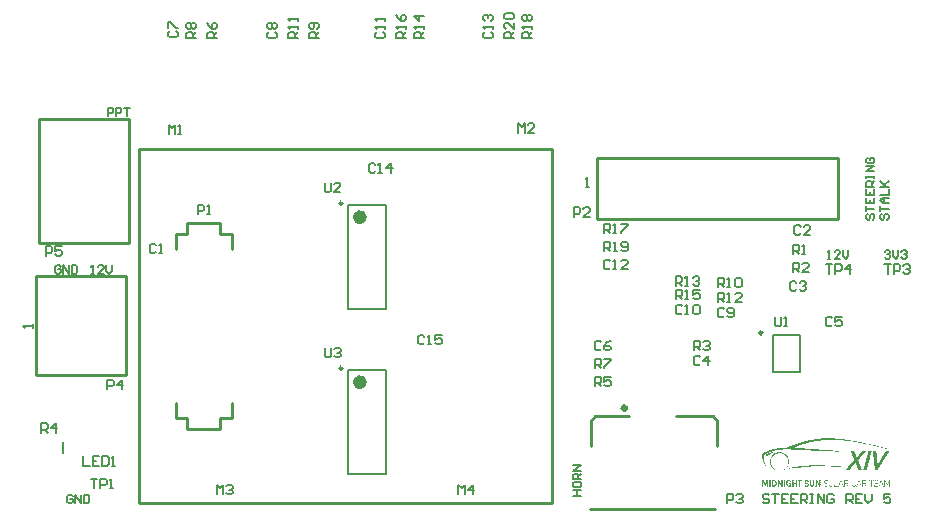
<source format=gto>
G04*
G04 #@! TF.GenerationSoftware,Altium Limited,Altium Designer,19.1.9 (167)*
G04*
G04 Layer_Color=65535*
%FSLAX25Y25*%
%MOIN*%
G70*
G01*
G75*
%ADD10C,0.00984*%
%ADD11C,0.01968*%
%ADD12C,0.02362*%
%ADD13C,0.01000*%
%ADD14C,0.00787*%
%ADD15C,0.00591*%
%ADD16C,0.00591*%
%ADD17C,0.00606*%
G36*
X267785Y23646D02*
X268058D01*
Y23591D01*
X268112D01*
Y23646D01*
X268167D01*
Y23591D01*
X268222D01*
Y23646D01*
X268276D01*
Y23591D01*
X268987D01*
Y23537D01*
X269042D01*
Y23591D01*
X269096D01*
Y23537D01*
X269151D01*
Y23591D01*
X269206D01*
Y23537D01*
X269260D01*
Y23482D01*
X269315D01*
Y23537D01*
X269479D01*
Y23482D01*
X269534D01*
Y23537D01*
X269588D01*
Y23482D01*
X269643D01*
Y23537D01*
X269698D01*
Y23482D01*
X270190D01*
Y23427D01*
X270244D01*
Y23482D01*
X270299D01*
Y23427D01*
X270463D01*
Y23373D01*
X270518D01*
Y23427D01*
X270572D01*
Y23373D01*
X270627D01*
Y23427D01*
X270682D01*
Y23373D01*
X271064D01*
Y23318D01*
X271119D01*
Y23373D01*
X271174D01*
Y23318D01*
X271447D01*
Y23264D01*
X271939D01*
Y23209D01*
X272103D01*
Y23264D01*
X272158D01*
Y23209D01*
X272212D01*
Y23154D01*
X272267D01*
Y23209D01*
X272322D01*
Y23154D01*
X272595D01*
Y23099D01*
X272649D01*
Y23154D01*
X272704D01*
Y23099D01*
X272868D01*
Y23045D01*
X272923D01*
Y23099D01*
X272977D01*
Y23045D01*
X273360D01*
Y22990D01*
X273415D01*
Y23045D01*
X273469D01*
Y22990D01*
X273524D01*
Y22936D01*
X273579D01*
Y22990D01*
X273633D01*
Y22936D01*
X273907D01*
Y22881D01*
X273961D01*
Y22936D01*
X274016D01*
Y22881D01*
X274071D01*
Y22826D01*
X274125D01*
Y22881D01*
X274180D01*
Y22826D01*
X274235D01*
Y22881D01*
X274289D01*
Y22826D01*
X274563D01*
Y22772D01*
X274617D01*
Y22826D01*
X274672D01*
Y22772D01*
X274836D01*
Y22717D01*
X275109D01*
Y22662D01*
X275164D01*
Y22717D01*
X275219D01*
Y22662D01*
X275273D01*
Y22717D01*
X275328D01*
Y22662D01*
X275383D01*
Y22607D01*
X275765D01*
Y22553D01*
X275929D01*
Y22498D01*
X275984D01*
Y22553D01*
X276039D01*
Y22498D01*
X276312D01*
Y22444D01*
X276476D01*
Y22389D01*
X276749D01*
Y22334D01*
X276804D01*
Y22389D01*
X276858D01*
Y22334D01*
X276913D01*
Y22389D01*
X276968D01*
Y22334D01*
X277022D01*
Y22279D01*
X277296D01*
Y22225D01*
X277460D01*
Y22170D01*
X277514D01*
Y22225D01*
X277569D01*
Y22170D01*
X277733D01*
Y22116D01*
X277788D01*
Y22170D01*
X277842D01*
Y22116D01*
X278006D01*
Y22061D01*
X278061D01*
Y22116D01*
X278116D01*
Y22061D01*
X278280D01*
Y22006D01*
X278334D01*
Y22061D01*
X278389D01*
Y22006D01*
X278444D01*
Y21952D01*
X278826D01*
Y21897D01*
X278990D01*
Y21842D01*
X279154D01*
Y21788D01*
X279209D01*
Y21842D01*
X279264D01*
Y21788D01*
X279318D01*
Y21733D01*
X279373D01*
Y21788D01*
X279428D01*
Y21733D01*
X279701D01*
Y21678D01*
X279756D01*
Y21733D01*
X279810D01*
Y21678D01*
X279865D01*
Y21624D01*
X280138D01*
Y21569D01*
X280302D01*
Y21514D01*
X280357D01*
Y21569D01*
X280412D01*
Y21514D01*
X280575D01*
Y21460D01*
X280630D01*
Y21514D01*
X280685D01*
Y21460D01*
X280739D01*
Y21405D01*
X280794D01*
Y21460D01*
X280849D01*
Y21405D01*
X281013D01*
Y21350D01*
X281286D01*
Y21296D01*
X281450D01*
Y21241D01*
X281505D01*
Y21296D01*
X281559D01*
Y21241D01*
X281614D01*
Y21186D01*
X281669D01*
Y21241D01*
X281723D01*
Y21186D01*
X281887D01*
Y21132D01*
X281942D01*
Y21186D01*
X281997D01*
Y21132D01*
X282051D01*
Y21077D01*
X282106D01*
Y21132D01*
X282161D01*
Y21077D01*
X282325D01*
Y21022D01*
X282379D01*
Y21077D01*
X282434D01*
Y21022D01*
X282489D01*
Y20968D01*
X282762D01*
Y20913D01*
X282817D01*
Y20858D01*
X282871D01*
Y20913D01*
X282926D01*
Y20858D01*
X283199D01*
Y20804D01*
X283254D01*
Y20858D01*
X283309D01*
Y20804D01*
X283363D01*
Y20749D01*
X283637D01*
Y20694D01*
X283691D01*
Y20640D01*
X283746D01*
Y20694D01*
X283801D01*
Y20640D01*
X284074D01*
Y20585D01*
X284129D01*
Y20530D01*
X284183D01*
Y20585D01*
X284238D01*
Y20530D01*
X284402D01*
Y20476D01*
X284457D01*
Y20530D01*
X284511D01*
Y20476D01*
X284566D01*
Y20421D01*
X284839D01*
Y20366D01*
X285003D01*
Y20312D01*
X285277D01*
Y20257D01*
X285331D01*
Y20202D01*
X285386D01*
Y20257D01*
X285440D01*
Y20202D01*
X285605D01*
Y20148D01*
X285659D01*
Y20202D01*
X285714D01*
Y20148D01*
X285769D01*
Y20093D01*
X286042D01*
Y20038D01*
X286097D01*
Y19984D01*
X286151D01*
Y19929D01*
X286097D01*
Y19984D01*
X285932D01*
Y20038D01*
X285659D01*
Y20093D01*
X285495D01*
Y20148D01*
X285222D01*
Y20202D01*
X285058D01*
Y20257D01*
X284785D01*
Y20312D01*
X284730D01*
Y20257D01*
X284675D01*
Y20312D01*
X284566D01*
Y20366D01*
X284347D01*
Y20421D01*
X284183D01*
Y20476D01*
X284129D01*
Y20421D01*
X284074D01*
Y20476D01*
X283910D01*
Y20530D01*
X283855D01*
Y20476D01*
X283801D01*
Y20530D01*
X283637D01*
Y20585D01*
X283473D01*
Y20640D01*
X283418D01*
Y20585D01*
X283363D01*
Y20640D01*
X283199D01*
Y20694D01*
X282926D01*
Y20749D01*
X282762D01*
Y20804D01*
X282489D01*
Y20858D01*
X282434D01*
Y20913D01*
X282379D01*
Y20858D01*
X282325D01*
Y20913D01*
X282051D01*
Y20968D01*
X281887D01*
Y21022D01*
X281614D01*
Y21077D01*
X281559D01*
Y21132D01*
X281505D01*
Y21077D01*
X281450D01*
Y21132D01*
X281177D01*
Y21186D01*
X281013D01*
Y21241D01*
X280958D01*
Y21186D01*
X280904D01*
Y21241D01*
X280739D01*
Y21296D01*
X280685D01*
Y21241D01*
X280630D01*
Y21296D01*
X280466D01*
Y21350D01*
X280193D01*
Y21405D01*
X280029D01*
Y21460D01*
X279756D01*
Y21514D01*
X279701D01*
Y21460D01*
X279646D01*
Y21514D01*
X279592D01*
Y21569D01*
X279537D01*
Y21514D01*
X279482D01*
Y21569D01*
X279318D01*
Y21624D01*
X279264D01*
Y21569D01*
X279209D01*
Y21624D01*
X279045D01*
Y21678D01*
X278772D01*
Y21733D01*
X278717D01*
Y21678D01*
X278662D01*
Y21733D01*
X278608D01*
Y21788D01*
X278553D01*
Y21733D01*
X278498D01*
Y21788D01*
X278334D01*
Y21842D01*
X278280D01*
Y21788D01*
X278225D01*
Y21842D01*
X278061D01*
Y21897D01*
X277788D01*
Y21952D01*
X277624D01*
Y22006D01*
X277569D01*
Y21952D01*
X277514D01*
Y22006D01*
X277241D01*
Y22061D01*
X277186D01*
Y22006D01*
X277132D01*
Y22061D01*
X277077D01*
Y22116D01*
X277022D01*
Y22061D01*
X276968D01*
Y22116D01*
X276694D01*
Y22170D01*
X276640D01*
Y22116D01*
X276585D01*
Y22170D01*
X276421D01*
Y22225D01*
X276148D01*
Y22279D01*
X276093D01*
Y22225D01*
X276039D01*
Y22279D01*
X275765D01*
Y22334D01*
X275492D01*
Y22389D01*
X275437D01*
Y22334D01*
X275383D01*
Y22389D01*
X275219D01*
Y22444D01*
X275164D01*
Y22389D01*
X275109D01*
Y22444D01*
X274836D01*
Y22498D01*
X274781D01*
Y22444D01*
X274727D01*
Y22498D01*
X274563D01*
Y22553D01*
X274071D01*
Y22607D01*
X273907D01*
Y22662D01*
X273852D01*
Y22607D01*
X273797D01*
Y22662D01*
X273415D01*
Y22717D01*
X273360D01*
Y22662D01*
X273305D01*
Y22717D01*
X273141D01*
Y22772D01*
X273087D01*
Y22717D01*
X273032D01*
Y22772D01*
X272540D01*
Y22826D01*
X272485D01*
Y22772D01*
X272431D01*
Y22826D01*
X272376D01*
Y22772D01*
X272322D01*
Y22826D01*
X272267D01*
Y22881D01*
X272212D01*
Y22826D01*
X272158D01*
Y22881D01*
X271666D01*
Y22936D01*
X271611D01*
Y22881D01*
X271556D01*
Y22936D01*
X271392D01*
Y22990D01*
X271338D01*
Y22936D01*
X271174D01*
Y22990D01*
X271119D01*
Y22936D01*
X271064D01*
Y22990D01*
X270572D01*
Y23045D01*
X270518D01*
Y22990D01*
X270463D01*
Y23045D01*
X270408D01*
Y22990D01*
X270354D01*
Y23045D01*
X270299D01*
Y22990D01*
X270244D01*
Y23045D01*
X269971D01*
Y23099D01*
X269916D01*
Y23045D01*
X269862D01*
Y23099D01*
X269807D01*
Y23045D01*
X269752D01*
Y23099D01*
X269698D01*
Y23045D01*
X269643D01*
Y23099D01*
X268932D01*
Y23154D01*
X268878D01*
Y23099D01*
X268823D01*
Y23154D01*
X268768D01*
Y23099D01*
X268714D01*
Y23154D01*
X268659D01*
Y23099D01*
X268604D01*
Y23154D01*
X268550D01*
Y23099D01*
X268495D01*
Y23154D01*
X268440D01*
Y23099D01*
X268386D01*
Y23154D01*
X268331D01*
Y23099D01*
X268276D01*
Y23154D01*
X268112D01*
Y23099D01*
X268058D01*
Y23154D01*
X267894D01*
Y23099D01*
X267839D01*
Y23154D01*
X266145D01*
Y23099D01*
X266090D01*
Y23154D01*
X265926D01*
Y23099D01*
X265871D01*
Y23154D01*
X265817D01*
Y23099D01*
X265762D01*
Y23154D01*
X265707D01*
Y23099D01*
X265653D01*
Y23154D01*
X265598D01*
Y23099D01*
X265543D01*
Y23154D01*
X265489D01*
Y23099D01*
X265434D01*
Y23154D01*
X265379D01*
Y23099D01*
X264669D01*
Y23045D01*
X264614D01*
Y23099D01*
X264450D01*
Y23045D01*
X264395D01*
Y23099D01*
X264341D01*
Y23045D01*
X264286D01*
Y23099D01*
X264231D01*
Y23045D01*
X264067D01*
Y22990D01*
X264013D01*
Y23045D01*
X263958D01*
Y22990D01*
X263903D01*
Y23045D01*
X263849D01*
Y22990D01*
X263357D01*
Y22936D01*
X263302D01*
Y22990D01*
X263247D01*
Y22936D01*
X263084D01*
Y22990D01*
X263029D01*
Y22936D01*
X262865D01*
Y22881D01*
X262810D01*
Y22936D01*
X262755D01*
Y22881D01*
X262373D01*
Y22826D01*
X262318D01*
Y22881D01*
X262263D01*
Y22826D01*
X262209D01*
Y22772D01*
X262154D01*
Y22826D01*
X262100D01*
Y22772D01*
X262045D01*
Y22826D01*
X261990D01*
Y22772D01*
X261717D01*
Y22717D01*
X261662D01*
Y22772D01*
X261608D01*
Y22717D01*
X261553D01*
Y22772D01*
X261498D01*
Y22717D01*
X261444D01*
Y22662D01*
X261389D01*
Y22717D01*
X261334D01*
Y22662D01*
X261061D01*
Y22607D01*
X261006D01*
Y22662D01*
X260952D01*
Y22607D01*
X260788D01*
Y22553D01*
X260405D01*
Y22498D01*
X260241D01*
Y22444D01*
X260186D01*
Y22498D01*
X260132D01*
Y22444D01*
X259968D01*
Y22389D01*
X259913D01*
Y22444D01*
X259858D01*
Y22389D01*
X259804D01*
Y22334D01*
X259749D01*
Y22389D01*
X259694D01*
Y22334D01*
X259530D01*
Y22279D01*
X259257D01*
Y22225D01*
X258984D01*
Y22170D01*
X258929D01*
Y22116D01*
X258874D01*
Y22170D01*
X258820D01*
Y22116D01*
X258656D01*
Y22061D01*
X258601D01*
Y22116D01*
X258546D01*
Y22061D01*
X258492D01*
Y22006D01*
X258437D01*
Y22061D01*
X258383D01*
Y22006D01*
X258219D01*
Y21952D01*
X258164D01*
Y22006D01*
X258109D01*
Y21952D01*
X258164D01*
Y21897D01*
X258109D01*
Y21952D01*
X258054D01*
Y21897D01*
X257891D01*
Y21842D01*
X257727D01*
Y21788D01*
X257453D01*
Y21733D01*
X257399D01*
Y21678D01*
X257125D01*
Y21624D01*
X257071D01*
Y21569D01*
X256797D01*
Y21514D01*
X256743D01*
Y21460D01*
X256579D01*
Y21405D01*
X256524D01*
Y21460D01*
X256469D01*
Y21405D01*
X256415D01*
Y21350D01*
X256251D01*
Y21296D01*
X256196D01*
Y21241D01*
X256141D01*
Y21296D01*
X256087D01*
Y21241D01*
X255923D01*
Y21186D01*
X255868D01*
Y21132D01*
X255704D01*
Y21077D01*
X255540D01*
Y21022D01*
X255376D01*
Y20968D01*
X255321D01*
Y20913D01*
X255157D01*
Y20858D01*
X255103D01*
Y20804D01*
X255048D01*
Y20858D01*
X254993D01*
Y20804D01*
X254939D01*
Y20749D01*
X254775D01*
Y20694D01*
X254611D01*
Y20640D01*
X254556D01*
Y20585D01*
X254392D01*
Y20530D01*
X254447D01*
Y20476D01*
X254501D01*
Y20530D01*
X254556D01*
Y20476D01*
X254720D01*
Y20530D01*
X254775D01*
Y20476D01*
X255048D01*
Y20421D01*
X255103D01*
Y20476D01*
X255157D01*
Y20421D01*
X255212D01*
Y20476D01*
X255267D01*
Y20421D01*
X255321D01*
Y20476D01*
X255376D01*
Y20421D01*
X255431D01*
Y20476D01*
X255485D01*
Y20421D01*
X256305D01*
Y20366D01*
X256360D01*
Y20421D01*
X256415D01*
Y20366D01*
X256469D01*
Y20421D01*
X256524D01*
Y20366D01*
X256579D01*
Y20421D01*
X256633D01*
Y20366D01*
X256907D01*
Y20312D01*
X256961D01*
Y20366D01*
X257125D01*
Y20312D01*
X257180D01*
Y20366D01*
X257235D01*
Y20312D01*
X257289D01*
Y20366D01*
X257344D01*
Y20312D01*
X257945D01*
Y20257D01*
X258000D01*
Y20312D01*
X258054D01*
Y20257D01*
X258109D01*
Y20312D01*
X258164D01*
Y20257D01*
X258219D01*
Y20312D01*
X258273D01*
Y20257D01*
X258546D01*
Y20202D01*
X258601D01*
Y20257D01*
X258656D01*
Y20202D01*
X258711D01*
Y20257D01*
X258765D01*
Y20202D01*
X259366D01*
Y20148D01*
X259421D01*
Y20202D01*
X259476D01*
Y20148D01*
X259530D01*
Y20202D01*
X259585D01*
Y20148D01*
X259640D01*
Y20202D01*
X259694D01*
Y20148D01*
X259858D01*
Y20202D01*
X259913D01*
Y20148D01*
X259968D01*
Y20093D01*
X260022D01*
Y20148D01*
X260077D01*
Y20093D01*
X260132D01*
Y20148D01*
X260186D01*
Y20093D01*
X260788D01*
Y20038D01*
X260842D01*
Y20093D01*
X260897D01*
Y20038D01*
X261170D01*
Y19984D01*
X261225D01*
Y20038D01*
X261389D01*
Y19984D01*
X261444D01*
Y20038D01*
X261498D01*
Y19984D01*
X261553D01*
Y20038D01*
X261608D01*
Y19984D01*
X262209D01*
Y19929D01*
X262263D01*
Y19984D01*
X262318D01*
Y19929D01*
X262373D01*
Y19984D01*
X262427D01*
Y19929D01*
X262482D01*
Y19984D01*
X262537D01*
Y19929D01*
X262592D01*
Y19874D01*
X262646D01*
Y19929D01*
X262701D01*
Y19874D01*
X262755D01*
Y19929D01*
X262810D01*
Y19874D01*
X262865D01*
Y19929D01*
X262919D01*
Y19874D01*
X262974D01*
Y19929D01*
X263029D01*
Y19874D01*
X263630D01*
Y19820D01*
X263685D01*
Y19874D01*
X263739D01*
Y19820D01*
X263794D01*
Y19874D01*
X263849D01*
Y19820D01*
X263903D01*
Y19874D01*
X263958D01*
Y19820D01*
X264231D01*
Y19765D01*
X264286D01*
Y19820D01*
X264341D01*
Y19765D01*
X264395D01*
Y19820D01*
X264450D01*
Y19765D01*
X265270D01*
Y19710D01*
X265325D01*
Y19765D01*
X265379D01*
Y19710D01*
X265871D01*
Y19656D01*
X265926D01*
Y19710D01*
X266090D01*
Y19656D01*
X266145D01*
Y19710D01*
X266199D01*
Y19656D01*
X266910D01*
Y19601D01*
X266965D01*
Y19656D01*
X267128D01*
Y19601D01*
X267183D01*
Y19656D01*
X267238D01*
Y19601D01*
X267292D01*
Y19656D01*
X267347D01*
Y19601D01*
X267402D01*
Y19656D01*
X267457D01*
Y19601D01*
X267511D01*
Y19546D01*
X267566D01*
Y19601D01*
X267730D01*
Y19546D01*
X267785D01*
Y19601D01*
X267839D01*
Y19546D01*
X267894D01*
Y19601D01*
X267949D01*
Y19546D01*
X268003D01*
Y19601D01*
X268058D01*
Y19546D01*
X268112D01*
Y19601D01*
X268167D01*
Y19546D01*
X269206D01*
Y19492D01*
X269260D01*
Y19546D01*
X269315D01*
Y19492D01*
X269370D01*
Y19546D01*
X269424D01*
Y19492D01*
X269479D01*
Y19546D01*
X269534D01*
Y19492D01*
X269588D01*
Y19546D01*
X269643D01*
Y19492D01*
X269698D01*
Y19546D01*
X269752D01*
Y19492D01*
X269807D01*
Y19546D01*
X269862D01*
Y19492D01*
X269916D01*
Y19546D01*
X269971D01*
Y19492D01*
X270135D01*
Y19546D01*
X270190D01*
Y19492D01*
X270463D01*
Y19437D01*
X270518D01*
Y19492D01*
X270572D01*
Y19437D01*
X270627D01*
Y19492D01*
X270682D01*
Y19437D01*
X270736D01*
Y19492D01*
X270791D01*
Y19437D01*
X270846D01*
Y19492D01*
X270900D01*
Y19437D01*
X271064D01*
Y19492D01*
X271119D01*
Y19437D01*
X272759D01*
Y19382D01*
X272322D01*
Y19328D01*
X272267D01*
Y19382D01*
X272212D01*
Y19328D01*
X272158D01*
Y19382D01*
X272103D01*
Y19328D01*
X272048D01*
Y19382D01*
X271993D01*
Y19328D01*
X271939D01*
Y19382D01*
X271884D01*
Y19328D01*
X271830D01*
Y19382D01*
X271775D01*
Y19328D01*
X271720D01*
Y19382D01*
X271666D01*
Y19328D01*
X271720D01*
Y19273D01*
X271666D01*
Y19328D01*
X271283D01*
Y19273D01*
X271228D01*
Y19328D01*
X271064D01*
Y19273D01*
X271010D01*
Y19328D01*
X270846D01*
Y19273D01*
X270791D01*
Y19328D01*
X270736D01*
Y19273D01*
X270682D01*
Y19328D01*
X270627D01*
Y19273D01*
X270572D01*
Y19328D01*
X270518D01*
Y19273D01*
X270463D01*
Y19328D01*
X270408D01*
Y19273D01*
X270354D01*
Y19328D01*
X270299D01*
Y19273D01*
X270244D01*
Y19328D01*
X270190D01*
Y19273D01*
X270135D01*
Y19328D01*
X270080D01*
Y19273D01*
X270026D01*
Y19328D01*
X269971D01*
Y19273D01*
X269916D01*
Y19328D01*
X269862D01*
Y19273D01*
X269807D01*
Y19328D01*
X269752D01*
Y19273D01*
X269698D01*
Y19328D01*
X269643D01*
Y19273D01*
X269588D01*
Y19328D01*
X269534D01*
Y19273D01*
X269479D01*
Y19328D01*
X269424D01*
Y19273D01*
X269370D01*
Y19328D01*
X269315D01*
Y19273D01*
X269260D01*
Y19328D01*
X269206D01*
Y19273D01*
X269151D01*
Y19328D01*
X269096D01*
Y19273D01*
X269042D01*
Y19328D01*
X268987D01*
Y19273D01*
X268932D01*
Y19328D01*
X268878D01*
Y19273D01*
X268823D01*
Y19328D01*
X268768D01*
Y19273D01*
X268714D01*
Y19328D01*
X268659D01*
Y19273D01*
X268604D01*
Y19328D01*
X268550D01*
Y19273D01*
X268495D01*
Y19328D01*
X268440D01*
Y19273D01*
X268386D01*
Y19328D01*
X268331D01*
Y19273D01*
X268276D01*
Y19328D01*
X268222D01*
Y19273D01*
X268167D01*
Y19328D01*
X268003D01*
Y19273D01*
X267949D01*
Y19328D01*
X267785D01*
Y19273D01*
X267730D01*
Y19328D01*
X267347D01*
Y19382D01*
X267292D01*
Y19328D01*
X267347D01*
Y19273D01*
X267292D01*
Y19328D01*
X267128D01*
Y19382D01*
X267074D01*
Y19328D01*
X267019D01*
Y19382D01*
X266965D01*
Y19328D01*
X266910D01*
Y19382D01*
X266855D01*
Y19328D01*
X266800D01*
Y19382D01*
X266746D01*
Y19328D01*
X266691D01*
Y19382D01*
X266636D01*
Y19328D01*
X266582D01*
Y19382D01*
X266418D01*
Y19328D01*
X266363D01*
Y19382D01*
X264997D01*
Y19437D01*
X264942D01*
Y19382D01*
X264887D01*
Y19437D01*
X264833D01*
Y19382D01*
X264778D01*
Y19437D01*
X264723D01*
Y19382D01*
X264669D01*
Y19437D01*
X264614D01*
Y19382D01*
X264559D01*
Y19437D01*
X263958D01*
Y19492D01*
X263903D01*
Y19437D01*
X263739D01*
Y19492D01*
X263685D01*
Y19437D01*
X263630D01*
Y19492D01*
X263575D01*
Y19437D01*
X263521D01*
Y19492D01*
X263466D01*
Y19437D01*
X263411D01*
Y19492D01*
X262482D01*
Y19546D01*
X262427D01*
Y19492D01*
X262373D01*
Y19546D01*
X262318D01*
Y19492D01*
X262263D01*
Y19546D01*
X262209D01*
Y19492D01*
X262154D01*
Y19546D01*
X262100D01*
Y19492D01*
X262045D01*
Y19546D01*
X261881D01*
Y19601D01*
X261826D01*
Y19546D01*
X261662D01*
Y19601D01*
X261608D01*
Y19546D01*
X261553D01*
Y19601D01*
X261498D01*
Y19546D01*
X261444D01*
Y19601D01*
X261389D01*
Y19546D01*
X261334D01*
Y19601D01*
X260624D01*
Y19656D01*
X260569D01*
Y19601D01*
X260514D01*
Y19656D01*
X260460D01*
Y19601D01*
X260405D01*
Y19656D01*
X260350D01*
Y19601D01*
X260296D01*
Y19656D01*
X260241D01*
Y19601D01*
X260186D01*
Y19656D01*
X260022D01*
Y19601D01*
X259968D01*
Y19656D01*
X259804D01*
Y19710D01*
X259749D01*
Y19656D01*
X259585D01*
Y19710D01*
X259530D01*
Y19656D01*
X259476D01*
Y19710D01*
X258546D01*
Y19765D01*
X258492D01*
Y19710D01*
X258437D01*
Y19765D01*
X258383D01*
Y19710D01*
X258328D01*
Y19765D01*
X258164D01*
Y19820D01*
X258109D01*
Y19765D01*
X258164D01*
Y19710D01*
X258109D01*
Y19765D01*
X257945D01*
Y19820D01*
X257891D01*
Y19765D01*
X257836D01*
Y19820D01*
X257781D01*
Y19765D01*
X257727D01*
Y19820D01*
X257672D01*
Y19765D01*
X257617D01*
Y19820D01*
X257563D01*
Y19765D01*
X257508D01*
Y19820D01*
X257453D01*
Y19765D01*
X257399D01*
Y19820D01*
X256688D01*
Y19874D01*
X256633D01*
Y19820D01*
X256579D01*
Y19874D01*
X256524D01*
Y19820D01*
X256469D01*
Y19874D01*
X256415D01*
Y19820D01*
X256360D01*
Y19874D01*
X256305D01*
Y19820D01*
X256251D01*
Y19874D01*
X255868D01*
Y19929D01*
X255813D01*
Y19874D01*
X255759D01*
Y19929D01*
X255704D01*
Y19874D01*
X255649D01*
Y19929D01*
X255595D01*
Y19874D01*
X255540D01*
Y19929D01*
X255485D01*
Y19874D01*
X255431D01*
Y19929D01*
X255376D01*
Y19874D01*
X255321D01*
Y19929D01*
X254392D01*
Y19984D01*
X254337D01*
Y19929D01*
X254283D01*
Y19984D01*
X254228D01*
Y19929D01*
X254173D01*
Y19984D01*
X254119D01*
Y19929D01*
X254064D01*
Y19984D01*
X254010D01*
Y19929D01*
X253955D01*
Y19984D01*
X253900D01*
Y19929D01*
X253846D01*
Y19984D01*
X253791D01*
Y19929D01*
X253736D01*
Y19984D01*
X253681D01*
Y19929D01*
X253627D01*
Y19984D01*
X253572D01*
Y19929D01*
X253518D01*
Y19984D01*
X253354D01*
Y19929D01*
X253299D01*
Y19984D01*
X253135D01*
Y19929D01*
X253080D01*
Y19984D01*
X252479D01*
Y20038D01*
X252424D01*
Y19984D01*
X252260D01*
Y20038D01*
X252206D01*
Y19984D01*
X251604D01*
Y19929D01*
X251550D01*
Y19984D01*
X251386D01*
Y19929D01*
X251331D01*
Y19984D01*
X251167D01*
Y19929D01*
X251112D01*
Y19984D01*
X251058D01*
Y19929D01*
X251003D01*
Y19984D01*
X250948D01*
Y19929D01*
X250894D01*
Y19984D01*
X250839D01*
Y19929D01*
X250784D01*
Y19984D01*
X250730D01*
Y19929D01*
X250675D01*
Y19984D01*
X250620D01*
Y19929D01*
X249910D01*
Y19874D01*
X249855D01*
Y19929D01*
X249800D01*
Y19874D01*
X249746D01*
Y19929D01*
X249691D01*
Y19874D01*
X249527D01*
Y19820D01*
X249472D01*
Y19874D01*
X249418D01*
Y19820D01*
X249363D01*
Y19874D01*
X249308D01*
Y19820D01*
X248926D01*
Y19765D01*
X248871D01*
Y19820D01*
X248816D01*
Y19765D01*
X248762D01*
Y19820D01*
X248707D01*
Y19765D01*
X248653D01*
Y19710D01*
X248270D01*
Y19656D01*
X248106D01*
Y19601D01*
X248051D01*
Y19656D01*
X247997D01*
Y19601D01*
X247833D01*
Y19546D01*
X247778D01*
Y19601D01*
X247723D01*
Y19546D01*
X247669D01*
Y19492D01*
X247614D01*
Y19546D01*
X247559D01*
Y19492D01*
X247395D01*
Y19437D01*
X247341D01*
Y19492D01*
X247286D01*
Y19437D01*
X247231D01*
Y19382D01*
X246958D01*
Y19328D01*
X246903D01*
Y19273D01*
X246630D01*
Y19218D01*
X246575D01*
Y19164D01*
X246302D01*
Y19109D01*
X246247D01*
Y19054D01*
X246083D01*
Y19000D01*
X245919D01*
Y18945D01*
X245755D01*
Y18891D01*
X245701D01*
Y18836D01*
X245537D01*
Y18781D01*
X245427D01*
Y18726D01*
X245318D01*
Y18672D01*
X245263D01*
Y18617D01*
X245099D01*
Y18563D01*
X245045D01*
Y18508D01*
X244935D01*
Y18453D01*
X244881D01*
Y18398D01*
X244772D01*
Y18344D01*
X244717D01*
Y18289D01*
X244662D01*
Y18235D01*
X244607D01*
Y18180D01*
X244553D01*
Y18125D01*
Y18070D01*
X244498D01*
Y18016D01*
Y17961D01*
X244443D01*
Y17907D01*
X244389D01*
Y17852D01*
X244334D01*
Y17797D01*
X244389D01*
Y17742D01*
X244334D01*
Y17688D01*
Y17633D01*
Y17579D01*
X244280D01*
Y17524D01*
Y17469D01*
Y17415D01*
Y17360D01*
Y17305D01*
X244225D01*
Y17251D01*
X244280D01*
Y17196D01*
X244225D01*
Y17141D01*
X244280D01*
Y17087D01*
X244225D01*
Y17032D01*
X244280D01*
Y16977D01*
X244225D01*
Y16923D01*
X244280D01*
Y16868D01*
X244225D01*
Y16813D01*
X244280D01*
Y16759D01*
Y16704D01*
Y16649D01*
Y16595D01*
Y16540D01*
X244334D01*
Y16485D01*
Y16431D01*
Y16376D01*
Y16321D01*
Y16267D01*
X244389D01*
Y16212D01*
Y16157D01*
Y16103D01*
Y16048D01*
X244443D01*
Y15993D01*
Y15939D01*
Y15884D01*
Y15829D01*
X244498D01*
Y15775D01*
Y15720D01*
Y15665D01*
X244553D01*
Y15611D01*
Y15556D01*
Y15501D01*
X244607D01*
Y15447D01*
X244553D01*
Y15392D01*
X244607D01*
Y15337D01*
X244662D01*
Y15283D01*
X244607D01*
Y15228D01*
X244662D01*
Y15173D01*
X244717D01*
Y15119D01*
X244662D01*
Y15064D01*
X244717D01*
Y15009D01*
Y14955D01*
X244772D01*
Y14900D01*
Y14845D01*
X244826D01*
Y14791D01*
X244772D01*
Y14736D01*
X244826D01*
Y14681D01*
X244881D01*
Y14627D01*
Y14572D01*
Y14517D01*
X244935D01*
Y14463D01*
Y14408D01*
Y14354D01*
X244990D01*
Y14299D01*
X245045D01*
Y14244D01*
X244990D01*
Y14189D01*
X245045D01*
Y14135D01*
Y14080D01*
X245099D01*
Y14026D01*
Y13971D01*
X245154D01*
Y13916D01*
Y13861D01*
Y13807D01*
X245209D01*
Y13752D01*
X245154D01*
Y13807D01*
X245099D01*
Y13861D01*
X245045D01*
Y13916D01*
Y13971D01*
Y14026D01*
X244990D01*
Y14080D01*
X244935D01*
Y14135D01*
Y14189D01*
Y14244D01*
X244881D01*
Y14299D01*
Y14354D01*
X244826D01*
Y14408D01*
Y14463D01*
X244772D01*
Y14517D01*
Y14572D01*
Y14627D01*
X244717D01*
Y14681D01*
X244662D01*
Y14736D01*
Y14791D01*
Y14845D01*
X244607D01*
Y14900D01*
X244553D01*
Y14955D01*
X244607D01*
Y15009D01*
X244553D01*
Y15064D01*
X244498D01*
Y15119D01*
Y15173D01*
Y15228D01*
X244443D01*
Y15283D01*
X244389D01*
Y15337D01*
Y15392D01*
Y15447D01*
X244334D01*
Y15501D01*
Y15556D01*
Y15611D01*
X244280D01*
Y15665D01*
X244225D01*
Y15720D01*
X244280D01*
Y15775D01*
X244225D01*
Y15829D01*
X244170D01*
Y15884D01*
Y15939D01*
Y15993D01*
X244115D01*
Y16048D01*
Y16103D01*
X244061D01*
Y16157D01*
Y16212D01*
X244006D01*
Y16267D01*
X244061D01*
Y16321D01*
X244006D01*
Y16376D01*
X243952D01*
Y16431D01*
Y16485D01*
Y16540D01*
X243897D01*
Y16595D01*
Y16649D01*
Y16704D01*
X243842D01*
Y16759D01*
Y16813D01*
Y16868D01*
Y16923D01*
Y16977D01*
X243788D01*
Y17032D01*
Y17087D01*
Y17141D01*
Y17196D01*
Y17251D01*
X243733D01*
Y17305D01*
X243678D01*
Y17360D01*
X243733D01*
Y17415D01*
X243678D01*
Y17469D01*
X243733D01*
Y17524D01*
X243678D01*
Y17579D01*
X243733D01*
Y17633D01*
X243678D01*
Y17688D01*
X243733D01*
Y17742D01*
X243678D01*
Y17797D01*
X243733D01*
Y17852D01*
X243678D01*
Y17907D01*
X243733D01*
Y17961D01*
X243678D01*
Y18016D01*
X243733D01*
Y18070D01*
X243788D01*
Y18125D01*
X243733D01*
Y18180D01*
X243788D01*
Y18235D01*
X243842D01*
Y18289D01*
X243788D01*
Y18344D01*
X243842D01*
Y18398D01*
X243897D01*
Y18453D01*
X243952D01*
Y18508D01*
Y18563D01*
X244061D01*
Y18617D01*
X244006D01*
Y18672D01*
X244170D01*
Y18726D01*
Y18781D01*
X244280D01*
Y18836D01*
X244334D01*
Y18891D01*
X244389D01*
Y18945D01*
X244443D01*
Y19000D01*
X244607D01*
Y19054D01*
X244662D01*
Y19109D01*
X244826D01*
Y19164D01*
X244881D01*
Y19218D01*
X245045D01*
Y19273D01*
X245099D01*
Y19328D01*
X245154D01*
Y19273D01*
X245209D01*
Y19328D01*
X245373D01*
Y19382D01*
X245427D01*
Y19437D01*
X245591D01*
Y19492D01*
X245646D01*
Y19546D01*
X245701D01*
Y19492D01*
X245755D01*
Y19546D01*
X245919D01*
Y19601D01*
X246083D01*
Y19656D01*
X246247D01*
Y19710D01*
X246411D01*
Y19765D01*
X246685D01*
Y19820D01*
X246849D01*
Y19874D01*
X247013D01*
Y19929D01*
X247067D01*
Y19874D01*
X247122D01*
Y19929D01*
X247177D01*
Y19984D01*
X247450D01*
Y20038D01*
X247505D01*
Y19984D01*
X247559D01*
Y20038D01*
X247723D01*
Y20093D01*
X247997D01*
Y20148D01*
X248161D01*
Y20202D01*
X248215D01*
Y20148D01*
X248270D01*
Y20202D01*
X248653D01*
Y20257D01*
X248707D01*
Y20202D01*
X248762D01*
Y20257D01*
X248816D01*
Y20312D01*
X248871D01*
Y20257D01*
X248926D01*
Y20312D01*
X248980D01*
Y20257D01*
X249035D01*
Y20312D01*
X249418D01*
Y20366D01*
X249472D01*
Y20312D01*
X249527D01*
Y20366D01*
X249582D01*
Y20421D01*
X249637D01*
Y20366D01*
X249800D01*
Y20421D01*
X249855D01*
Y20366D01*
X249910D01*
Y20421D01*
X249964D01*
Y20366D01*
X250019D01*
Y20421D01*
X250620D01*
Y20476D01*
X250675D01*
Y20421D01*
X250730D01*
Y20476D01*
X250784D01*
Y20421D01*
X250839D01*
Y20476D01*
X250894D01*
Y20421D01*
X250948D01*
Y20476D01*
X251222D01*
Y20530D01*
X251276D01*
Y20476D01*
X251331D01*
Y20530D01*
X251386D01*
Y20476D01*
X251440D01*
Y20530D01*
X251495D01*
Y20476D01*
X251550D01*
Y20530D01*
X251604D01*
Y20476D01*
X251659D01*
Y20530D01*
X251714D01*
Y20476D01*
X251768D01*
Y20530D01*
X251823D01*
Y20476D01*
X251878D01*
Y20530D01*
X251932D01*
Y20585D01*
X252096D01*
Y20640D01*
X252260D01*
Y20694D01*
X252315D01*
Y20749D01*
X252479D01*
Y20804D01*
X252643D01*
Y20858D01*
X252807D01*
Y20913D01*
X252862D01*
Y20968D01*
X253026D01*
Y21022D01*
X253080D01*
Y21077D01*
X253135D01*
Y21022D01*
X253189D01*
Y21077D01*
X253354D01*
Y21132D01*
X253408D01*
Y21186D01*
X253572D01*
Y21241D01*
X253736D01*
Y21296D01*
X253900D01*
Y21350D01*
X254010D01*
Y21405D01*
X254119D01*
Y21460D01*
X254283D01*
Y21514D01*
X254447D01*
Y21569D01*
X254611D01*
Y21624D01*
X254775D01*
Y21678D01*
X254829D01*
Y21733D01*
X255103D01*
Y21788D01*
X255157D01*
Y21842D01*
X255321D01*
Y21897D01*
X255376D01*
Y21842D01*
X255431D01*
Y21897D01*
X255485D01*
Y21952D01*
X255759D01*
Y22006D01*
X255813D01*
Y22061D01*
X255977D01*
Y22116D01*
X256032D01*
Y22061D01*
X256087D01*
Y22116D01*
X256141D01*
Y22170D01*
X256305D01*
Y22225D01*
X256360D01*
Y22170D01*
X256415D01*
Y22225D01*
X256469D01*
Y22279D01*
X256743D01*
Y22334D01*
X256797D01*
Y22389D01*
X256852D01*
Y22334D01*
X256907D01*
Y22389D01*
X257071D01*
Y22444D01*
X257235D01*
Y22498D01*
X257508D01*
Y22553D01*
X257672D01*
Y22607D01*
X257836D01*
Y22662D01*
X257891D01*
Y22607D01*
X257945D01*
Y22662D01*
X258000D01*
Y22717D01*
X258273D01*
Y22772D01*
X258437D01*
Y22826D01*
X258711D01*
Y22881D01*
X258765D01*
Y22826D01*
X258820D01*
Y22881D01*
X258874D01*
Y22936D01*
X259148D01*
Y22990D01*
X259312D01*
Y23045D01*
X259366D01*
Y22990D01*
X259421D01*
Y23045D01*
X259694D01*
Y23099D01*
X259858D01*
Y23154D01*
X259913D01*
Y23099D01*
X259968D01*
Y23154D01*
X260241D01*
Y23209D01*
X260514D01*
Y23264D01*
X260897D01*
Y23318D01*
X261061D01*
Y23373D01*
X261116D01*
Y23318D01*
X261170D01*
Y23373D01*
X261225D01*
Y23318D01*
X261280D01*
Y23373D01*
X261444D01*
Y23427D01*
X261498D01*
Y23373D01*
X261553D01*
Y23427D01*
X261608D01*
Y23373D01*
X261662D01*
Y23427D01*
X261826D01*
Y23482D01*
X261881D01*
Y23427D01*
X261936D01*
Y23482D01*
X262427D01*
Y23537D01*
X262482D01*
Y23482D01*
X262537D01*
Y23537D01*
X262701D01*
Y23482D01*
X262755D01*
Y23537D01*
X262810D01*
Y23591D01*
X262865D01*
Y23537D01*
X262919D01*
Y23591D01*
X263521D01*
Y23646D01*
X263575D01*
Y23591D01*
X263630D01*
Y23646D01*
X263685D01*
Y23591D01*
X263739D01*
Y23646D01*
X264013D01*
Y23701D01*
X264067D01*
Y23646D01*
X264122D01*
Y23701D01*
X264177D01*
Y23646D01*
X264231D01*
Y23701D01*
X264286D01*
Y23646D01*
X264341D01*
Y23701D01*
X264395D01*
Y23646D01*
X264450D01*
Y23701D01*
X264505D01*
Y23646D01*
X264559D01*
Y23701D01*
X264614D01*
Y23646D01*
X264669D01*
Y23701D01*
X267019D01*
Y23646D01*
X267074D01*
Y23701D01*
X267238D01*
Y23646D01*
X267292D01*
Y23701D01*
X267347D01*
Y23646D01*
X267402D01*
Y23701D01*
X267457D01*
Y23646D01*
X267511D01*
Y23701D01*
X267566D01*
Y23646D01*
X267620D01*
Y23701D01*
X267675D01*
Y23646D01*
X267730D01*
Y23701D01*
X267785D01*
Y23646D01*
D02*
G37*
G36*
X286206Y19984D02*
X286260D01*
Y19929D01*
X286206D01*
Y19984D01*
X286151D01*
Y20038D01*
X286206D01*
Y19984D01*
D02*
G37*
G36*
X250074Y19054D02*
X250128D01*
Y19000D01*
X250183D01*
Y19054D01*
X250238D01*
Y19000D01*
X250511D01*
Y18945D01*
X250566D01*
Y18891D01*
X250730D01*
Y18836D01*
X250894D01*
Y18781D01*
X251003D01*
Y18726D01*
X251112D01*
Y18672D01*
X251167D01*
Y18617D01*
X251222D01*
Y18563D01*
X251386D01*
Y18508D01*
X251440D01*
Y18453D01*
X251495D01*
Y18398D01*
X251550D01*
Y18344D01*
X251604D01*
Y18289D01*
X251659D01*
Y18235D01*
X251768D01*
Y18180D01*
X251823D01*
Y18125D01*
Y18070D01*
X251878D01*
Y18016D01*
X251932D01*
Y17961D01*
X251987D01*
Y17907D01*
X252042D01*
Y17852D01*
X252096D01*
Y17797D01*
X252151D01*
Y17742D01*
Y17688D01*
X252206D01*
Y17633D01*
Y17579D01*
X252260D01*
Y17524D01*
X252315D01*
Y17469D01*
X252370D01*
Y17415D01*
X252315D01*
Y17360D01*
X252370D01*
Y17305D01*
X252424D01*
Y17251D01*
Y17196D01*
Y17141D01*
X252479D01*
Y17087D01*
X252534D01*
Y17032D01*
Y16977D01*
Y16923D01*
X252588D01*
Y16868D01*
X252534D01*
Y16813D01*
X252588D01*
Y16759D01*
X252643D01*
Y16704D01*
Y16649D01*
Y16595D01*
Y16540D01*
Y16485D01*
X252698D01*
Y16431D01*
X252643D01*
Y16376D01*
X252698D01*
Y16321D01*
X252643D01*
Y16267D01*
X252698D01*
Y16212D01*
Y16157D01*
Y16103D01*
X252643D01*
Y16048D01*
X252698D01*
Y15993D01*
Y15939D01*
Y15884D01*
Y15829D01*
Y15775D01*
Y15720D01*
Y15665D01*
X252643D01*
Y15611D01*
X252698D01*
Y15556D01*
Y15501D01*
Y15447D01*
X252643D01*
Y15392D01*
X252698D01*
Y15337D01*
X252643D01*
Y15283D01*
Y15228D01*
Y15173D01*
X252588D01*
Y15119D01*
Y15064D01*
Y15009D01*
X252534D01*
Y14955D01*
X252588D01*
Y14900D01*
X252534D01*
Y14845D01*
Y14791D01*
Y14736D01*
X252479D01*
Y14681D01*
Y14627D01*
Y14572D01*
X252424D01*
Y14517D01*
X252370D01*
Y14463D01*
Y14408D01*
Y14354D01*
X252315D01*
Y14299D01*
X252260D01*
Y14244D01*
Y14189D01*
Y14135D01*
X252206D01*
Y14080D01*
X252151D01*
Y14026D01*
X252096D01*
Y13971D01*
X252042D01*
Y13916D01*
X251987D01*
Y13861D01*
Y13807D01*
X251878D01*
Y13752D01*
Y13698D01*
X251768D01*
Y13643D01*
X251823D01*
Y13588D01*
X251659D01*
Y13533D01*
X251604D01*
Y13479D01*
X251550D01*
Y13424D01*
X251495D01*
Y13370D01*
X251440D01*
Y13315D01*
X251331D01*
Y13260D01*
X251222D01*
Y13205D01*
X251167D01*
Y13151D01*
X251003D01*
Y13096D01*
X250894D01*
Y13042D01*
X250784D01*
Y13096D01*
X250839D01*
Y13151D01*
X250894D01*
Y13205D01*
X251058D01*
Y13260D01*
X251112D01*
Y13315D01*
X251276D01*
Y13370D01*
X251331D01*
Y13424D01*
X251386D01*
Y13479D01*
X251440D01*
Y13533D01*
X251495D01*
Y13588D01*
X251550D01*
Y13643D01*
X251604D01*
Y13698D01*
X251659D01*
Y13752D01*
X251714D01*
Y13807D01*
X251768D01*
Y13861D01*
X251823D01*
Y13916D01*
X251878D01*
Y13971D01*
X251932D01*
Y14026D01*
Y14080D01*
Y14135D01*
X251987D01*
Y14189D01*
X252042D01*
Y14244D01*
X252096D01*
Y14299D01*
Y14354D01*
Y14408D01*
X252151D01*
Y14463D01*
X252206D01*
Y14517D01*
Y14572D01*
Y14627D01*
X252260D01*
Y14681D01*
X252206D01*
Y14736D01*
X252260D01*
Y14791D01*
X252315D01*
Y14845D01*
Y14900D01*
Y14955D01*
X252370D01*
Y15009D01*
X252315D01*
Y15064D01*
X252370D01*
Y15119D01*
Y15173D01*
Y15228D01*
X252424D01*
Y15283D01*
Y15337D01*
Y15392D01*
X252479D01*
Y15447D01*
X252424D01*
Y15501D01*
Y15556D01*
Y15611D01*
X252479D01*
Y15665D01*
X252424D01*
Y15720D01*
Y15775D01*
Y15829D01*
X252479D01*
Y15884D01*
X252424D01*
Y15939D01*
Y15993D01*
Y16048D01*
X252479D01*
Y16103D01*
X252424D01*
Y16157D01*
Y16212D01*
Y16267D01*
Y16321D01*
Y16376D01*
X252370D01*
Y16431D01*
Y16485D01*
Y16540D01*
X252315D01*
Y16595D01*
X252370D01*
Y16649D01*
X252315D01*
Y16704D01*
Y16759D01*
Y16813D01*
X252260D01*
Y16868D01*
X252206D01*
Y16923D01*
X252260D01*
Y16977D01*
X252206D01*
Y17032D01*
X252151D01*
Y17087D01*
X252096D01*
Y17141D01*
Y17196D01*
Y17251D01*
X252042D01*
Y17305D01*
X251987D01*
Y17360D01*
Y17415D01*
X251932D01*
Y17469D01*
Y17524D01*
X251878D01*
Y17579D01*
X251823D01*
Y17633D01*
X251768D01*
Y17688D01*
X251714D01*
Y17742D01*
X251659D01*
Y17797D01*
X251604D01*
Y17852D01*
X251550D01*
Y17907D01*
X251495D01*
Y17961D01*
X251440D01*
Y18016D01*
X251386D01*
Y18070D01*
X251331D01*
Y18125D01*
X251276D01*
Y18180D01*
X251167D01*
Y18235D01*
Y18289D01*
X251112D01*
Y18235D01*
X251058D01*
Y18289D01*
X251003D01*
Y18344D01*
X250948D01*
Y18398D01*
X250784D01*
Y18453D01*
X250730D01*
Y18508D01*
X250566D01*
Y18563D01*
X250402D01*
Y18617D01*
X250238D01*
Y18672D01*
X250183D01*
Y18617D01*
X250128D01*
Y18672D01*
X250074D01*
Y18617D01*
X250019D01*
Y18672D01*
X249964D01*
Y18726D01*
X249910D01*
Y18672D01*
X249855D01*
Y18726D01*
X249145D01*
Y18672D01*
X248980D01*
Y18617D01*
X248926D01*
Y18672D01*
X248871D01*
Y18617D01*
X248707D01*
Y18563D01*
X248653D01*
Y18617D01*
X248598D01*
Y18563D01*
X248543D01*
Y18508D01*
X248379D01*
Y18453D01*
X248324D01*
Y18398D01*
X248161D01*
Y18344D01*
X248106D01*
Y18289D01*
X247942D01*
Y18235D01*
X247887D01*
Y18180D01*
X247833D01*
Y18125D01*
X247778D01*
Y18070D01*
X247614D01*
Y18016D01*
X247669D01*
Y17961D01*
X247559D01*
Y17907D01*
Y17852D01*
X247450D01*
Y17797D01*
Y17742D01*
X247341D01*
Y17688D01*
Y17633D01*
X247286D01*
Y17579D01*
X247231D01*
Y17524D01*
X247177D01*
Y17469D01*
X247122D01*
Y17415D01*
X247067D01*
Y17360D01*
X247122D01*
Y17305D01*
X247067D01*
Y17251D01*
X247013D01*
Y17196D01*
X246958D01*
Y17141D01*
Y17087D01*
Y17032D01*
X246903D01*
Y16977D01*
X246849D01*
Y16923D01*
X246903D01*
Y16868D01*
X246849D01*
Y16813D01*
X246794D01*
Y16759D01*
Y16704D01*
Y16649D01*
X246739D01*
Y16595D01*
Y16540D01*
Y16485D01*
Y16431D01*
Y16376D01*
X246685D01*
Y16321D01*
Y16267D01*
Y16212D01*
X246630D01*
Y16157D01*
X246685D01*
Y16103D01*
X246630D01*
Y16048D01*
X246685D01*
Y15993D01*
X246630D01*
Y15939D01*
X246685D01*
Y15884D01*
X246630D01*
Y15829D01*
X246685D01*
Y15775D01*
X246630D01*
Y15720D01*
X246685D01*
Y15665D01*
X246630D01*
Y15611D01*
X246685D01*
Y15556D01*
X246630D01*
Y15501D01*
X246685D01*
Y15447D01*
X246630D01*
Y15392D01*
X246685D01*
Y15337D01*
X246630D01*
Y15283D01*
X246685D01*
Y15228D01*
Y15173D01*
Y15119D01*
X246739D01*
Y15064D01*
Y15009D01*
Y14955D01*
X246794D01*
Y14900D01*
X246739D01*
Y14845D01*
X246794D01*
Y14791D01*
Y14736D01*
X246849D01*
Y14681D01*
Y14627D01*
X246903D01*
Y14572D01*
X246849D01*
Y14517D01*
X246903D01*
Y14463D01*
X246958D01*
Y14408D01*
Y14354D01*
Y14299D01*
X247013D01*
Y14244D01*
X247067D01*
Y14189D01*
X247122D01*
Y14135D01*
Y14080D01*
Y14026D01*
X247177D01*
Y13971D01*
X247231D01*
Y13916D01*
X247286D01*
Y13861D01*
X247341D01*
Y13807D01*
Y13752D01*
X247450D01*
Y13698D01*
Y13643D01*
X247559D01*
Y13588D01*
X247505D01*
Y13533D01*
X247669D01*
Y13479D01*
Y13424D01*
X247778D01*
Y13370D01*
X247833D01*
Y13315D01*
X247887D01*
Y13260D01*
X247942D01*
Y13205D01*
X248106D01*
Y13151D01*
X247942D01*
Y13205D01*
X247887D01*
Y13260D01*
X247723D01*
Y13315D01*
X247669D01*
Y13370D01*
X247614D01*
Y13424D01*
X247559D01*
Y13479D01*
X247450D01*
Y13533D01*
X247395D01*
Y13588D01*
X247286D01*
Y13643D01*
Y13698D01*
X247177D01*
Y13752D01*
Y13807D01*
X247122D01*
Y13861D01*
Y13916D01*
X247067D01*
Y13971D01*
X247013D01*
Y14026D01*
X246958D01*
Y14080D01*
X246903D01*
Y14135D01*
X246849D01*
Y14189D01*
Y14244D01*
X246794D01*
Y14299D01*
Y14354D01*
X246739D01*
Y14408D01*
Y14463D01*
X246685D01*
Y14517D01*
Y14572D01*
X246630D01*
Y14627D01*
Y14681D01*
Y14736D01*
X246575D01*
Y14791D01*
X246521D01*
Y14845D01*
X246575D01*
Y14900D01*
X246521D01*
Y14955D01*
Y15009D01*
Y15064D01*
X246466D01*
Y15119D01*
Y15173D01*
Y15228D01*
X246411D01*
Y15283D01*
X246466D01*
Y15337D01*
X246411D01*
Y15392D01*
Y15447D01*
Y15501D01*
Y15556D01*
Y15611D01*
X246357D01*
Y15665D01*
X246411D01*
Y15720D01*
X246357D01*
Y15775D01*
Y15829D01*
Y15884D01*
Y15939D01*
Y15993D01*
Y16048D01*
Y16103D01*
X246411D01*
Y16157D01*
X246357D01*
Y16212D01*
X246411D01*
Y16267D01*
Y16321D01*
Y16376D01*
X246466D01*
Y16431D01*
X246411D01*
Y16485D01*
X246466D01*
Y16540D01*
X246411D01*
Y16595D01*
X246466D01*
Y16649D01*
Y16704D01*
Y16759D01*
X246521D01*
Y16813D01*
Y16868D01*
Y16923D01*
X246575D01*
Y16977D01*
Y17032D01*
Y17087D01*
X246630D01*
Y17141D01*
Y17196D01*
Y17251D01*
X246685D01*
Y17305D01*
Y17360D01*
X246739D01*
Y17415D01*
Y17469D01*
X246794D01*
Y17524D01*
Y17579D01*
X246903D01*
Y17633D01*
X246849D01*
Y17688D01*
X246903D01*
Y17742D01*
X246958D01*
Y17797D01*
X247013D01*
Y17852D01*
X247067D01*
Y17907D01*
X247122D01*
Y17961D01*
Y18016D01*
X247231D01*
Y18070D01*
Y18125D01*
X247286D01*
Y18180D01*
X247341D01*
Y18235D01*
X247450D01*
Y18289D01*
Y18344D01*
X247559D01*
Y18398D01*
X247614D01*
Y18453D01*
X247669D01*
Y18508D01*
X247723D01*
Y18563D01*
X247778D01*
Y18617D01*
X247833D01*
Y18672D01*
X247997D01*
Y18726D01*
X248051D01*
Y18781D01*
X248215D01*
Y18836D01*
X248270D01*
Y18891D01*
X248434D01*
Y18945D01*
X248488D01*
Y18891D01*
X248543D01*
Y18945D01*
X248598D01*
Y19000D01*
X248871D01*
Y19054D01*
X249145D01*
Y19109D01*
X249964D01*
Y19054D01*
X250019D01*
Y19109D01*
X250074D01*
Y19054D01*
D02*
G37*
G36*
X247559D02*
X247395D01*
Y19000D01*
X247341D01*
Y18945D01*
X247286D01*
Y19000D01*
X247231D01*
Y18945D01*
X247177D01*
Y18891D01*
X247122D01*
Y18836D01*
X246958D01*
Y18781D01*
X246903D01*
Y18726D01*
X246739D01*
Y18672D01*
X246794D01*
Y18617D01*
X246739D01*
Y18672D01*
X246685D01*
Y18617D01*
X246630D01*
Y18563D01*
X246575D01*
Y18508D01*
X246521D01*
Y18453D01*
X246466D01*
Y18398D01*
X246411D01*
Y18344D01*
X246357D01*
Y18289D01*
X246247D01*
Y18235D01*
X246193D01*
Y18180D01*
X246138D01*
Y18125D01*
X246083D01*
Y18070D01*
X245974D01*
Y18016D01*
Y17961D01*
X245865D01*
Y17907D01*
X245810D01*
Y17852D01*
X245646D01*
Y17797D01*
X245701D01*
Y17742D01*
X245646D01*
Y17797D01*
X245591D01*
Y17742D01*
X245099D01*
Y17797D01*
X245045D01*
Y17852D01*
X244935D01*
Y17907D01*
Y17961D01*
X244881D01*
Y18016D01*
X244935D01*
Y18070D01*
X244990D01*
Y18125D01*
X245045D01*
Y18180D01*
X245099D01*
Y18235D01*
X245154D01*
Y18289D01*
X245209D01*
Y18235D01*
X245263D01*
Y18289D01*
X245209D01*
Y18344D01*
X245373D01*
Y18398D01*
X245427D01*
Y18453D01*
X245537D01*
Y18508D01*
X245646D01*
Y18563D01*
X245701D01*
Y18617D01*
X245755D01*
Y18563D01*
X245810D01*
Y18617D01*
X245865D01*
Y18672D01*
X246029D01*
Y18726D01*
X246138D01*
Y18781D01*
X246357D01*
Y18836D01*
X246411D01*
Y18891D01*
X246466D01*
Y18836D01*
X246521D01*
Y18891D01*
X246685D01*
Y18945D01*
X246739D01*
Y18891D01*
X246794D01*
Y18945D01*
X246849D01*
Y19000D01*
X247122D01*
Y19054D01*
X247286D01*
Y19109D01*
X247559D01*
Y19054D01*
D02*
G37*
G36*
X278498Y19492D02*
X278444D01*
Y19437D01*
X278389D01*
Y19382D01*
X278334D01*
Y19328D01*
X278280D01*
Y19273D01*
X278225D01*
Y19218D01*
Y19164D01*
X278116D01*
Y19109D01*
Y19054D01*
X278061D01*
Y19000D01*
X278006D01*
Y18945D01*
X277952D01*
Y18891D01*
Y18836D01*
X277897D01*
Y18781D01*
X277842D01*
Y18726D01*
X277788D01*
Y18672D01*
X277733D01*
Y18617D01*
X277678D01*
Y18563D01*
X277624D01*
Y18508D01*
X277569D01*
Y18453D01*
X277514D01*
Y18398D01*
X277460D01*
Y18344D01*
X277405D01*
Y18289D01*
X277350D01*
Y18235D01*
Y18180D01*
X277296D01*
Y18125D01*
Y18070D01*
X277132D01*
Y18016D01*
X277186D01*
Y17961D01*
X277132D01*
Y17907D01*
X277077D01*
Y17852D01*
X277022D01*
Y17797D01*
X276968D01*
Y17742D01*
X276913D01*
Y17688D01*
X276858D01*
Y17633D01*
X276804D01*
Y17579D01*
X276749D01*
Y17524D01*
X276694D01*
Y17469D01*
X276640D01*
Y17415D01*
X276585D01*
Y17360D01*
Y17305D01*
X276476D01*
Y17251D01*
Y17196D01*
X276421D01*
Y17141D01*
Y17087D01*
X276366D01*
Y17032D01*
X276312D01*
Y16977D01*
X276257D01*
Y16923D01*
X276203D01*
Y16868D01*
X276148D01*
Y16813D01*
X276093D01*
Y16759D01*
X276039D01*
Y16704D01*
X275984D01*
Y16649D01*
X275929D01*
Y16595D01*
X275874D01*
Y16540D01*
X275820D01*
Y16485D01*
X275765D01*
Y16431D01*
Y16376D01*
Y16321D01*
X275820D01*
Y16267D01*
X275874D01*
Y16212D01*
X275820D01*
Y16157D01*
X275874D01*
Y16103D01*
X275820D01*
Y16048D01*
X275929D01*
Y15993D01*
Y15939D01*
X275984D01*
Y15884D01*
X275929D01*
Y15829D01*
X275984D01*
Y15775D01*
Y15720D01*
X276039D01*
Y15665D01*
Y15611D01*
X276093D01*
Y15556D01*
Y15501D01*
Y15447D01*
X276148D01*
Y15392D01*
Y15337D01*
Y15283D01*
X276203D01*
Y15228D01*
Y15173D01*
Y15119D01*
X276257D01*
Y15064D01*
X276312D01*
Y15009D01*
X276257D01*
Y14955D01*
X276312D01*
Y14900D01*
X276366D01*
Y14845D01*
Y14791D01*
Y14736D01*
X276421D01*
Y14681D01*
Y14627D01*
Y14572D01*
X276476D01*
Y14517D01*
X276531D01*
Y14463D01*
X276476D01*
Y14408D01*
X276531D01*
Y14354D01*
Y14299D01*
X276585D01*
Y14244D01*
Y14189D01*
X276640D01*
Y14135D01*
Y14080D01*
Y14026D01*
X276694D01*
Y13971D01*
Y13916D01*
Y13861D01*
X276749D01*
Y13807D01*
Y13752D01*
Y13698D01*
X276804D01*
Y13643D01*
X276858D01*
Y13588D01*
X276804D01*
Y13533D01*
X276858D01*
Y13479D01*
X276913D01*
Y13424D01*
Y13370D01*
Y13315D01*
X276968D01*
Y13260D01*
X276913D01*
Y13205D01*
X276968D01*
Y13151D01*
X276913D01*
Y13205D01*
X276749D01*
Y13151D01*
X276694D01*
Y13205D01*
X276531D01*
Y13260D01*
X276476D01*
Y13205D01*
X276531D01*
Y13151D01*
X276476D01*
Y13205D01*
X276312D01*
Y13151D01*
X276257D01*
Y13205D01*
X276093D01*
Y13260D01*
X276039D01*
Y13205D01*
X276093D01*
Y13151D01*
X276039D01*
Y13205D01*
X275874D01*
Y13151D01*
X275820D01*
Y13205D01*
X275765D01*
Y13260D01*
Y13315D01*
Y13370D01*
X275711D01*
Y13424D01*
Y13479D01*
Y13533D01*
X275656D01*
Y13588D01*
X275601D01*
Y13643D01*
X275656D01*
Y13698D01*
X275601D01*
Y13752D01*
Y13807D01*
X275547D01*
Y13861D01*
Y13916D01*
X275492D01*
Y13971D01*
X275547D01*
Y14026D01*
X275492D01*
Y14080D01*
X275437D01*
Y14135D01*
Y14189D01*
Y14244D01*
X275383D01*
Y14299D01*
X275437D01*
Y14354D01*
X275383D01*
Y14408D01*
X275328D01*
Y14463D01*
Y14517D01*
Y14572D01*
X275273D01*
Y14627D01*
Y14681D01*
X275219D01*
Y14736D01*
Y14791D01*
X275164D01*
Y14845D01*
X275219D01*
Y14900D01*
X275164D01*
Y14955D01*
X275109D01*
Y15009D01*
Y15064D01*
Y15119D01*
X275055D01*
Y15173D01*
Y15228D01*
Y15283D01*
X275000D01*
Y15337D01*
X274945D01*
Y15392D01*
X275000D01*
Y15447D01*
X274945D01*
Y15501D01*
Y15556D01*
Y15611D01*
X274891D01*
Y15556D01*
X274836D01*
Y15501D01*
X274781D01*
Y15447D01*
X274727D01*
Y15392D01*
X274781D01*
Y15337D01*
X274617D01*
Y15283D01*
Y15228D01*
X274508D01*
Y15173D01*
X274563D01*
Y15119D01*
X274453D01*
Y15064D01*
Y15009D01*
X274399D01*
Y14955D01*
X274344D01*
Y14900D01*
X274289D01*
Y14845D01*
X274235D01*
Y14791D01*
X274180D01*
Y14736D01*
X274125D01*
Y14681D01*
X274071D01*
Y14627D01*
Y14572D01*
X273961D01*
Y14517D01*
X274016D01*
Y14463D01*
X273961D01*
Y14408D01*
X273907D01*
Y14354D01*
X273852D01*
Y14299D01*
X273797D01*
Y14244D01*
X273743D01*
Y14189D01*
X273688D01*
Y14135D01*
X273633D01*
Y14080D01*
X273579D01*
Y14026D01*
X273524D01*
Y13971D01*
X273469D01*
Y13916D01*
X273415D01*
Y13861D01*
Y13807D01*
X273305D01*
Y13752D01*
X273360D01*
Y13698D01*
X273251D01*
Y13643D01*
Y13588D01*
X273196D01*
Y13533D01*
X273141D01*
Y13479D01*
X273087D01*
Y13424D01*
X273032D01*
Y13370D01*
X272977D01*
Y13315D01*
X272923D01*
Y13260D01*
X272868D01*
Y13205D01*
X272813D01*
Y13151D01*
X272759D01*
Y13205D01*
X272595D01*
Y13260D01*
X272540D01*
Y13205D01*
X272595D01*
Y13151D01*
X272540D01*
Y13205D01*
X272376D01*
Y13151D01*
X272322D01*
Y13205D01*
X272158D01*
Y13260D01*
X272103D01*
Y13205D01*
X272158D01*
Y13151D01*
X272103D01*
Y13205D01*
X271939D01*
Y13151D01*
X271884D01*
Y13205D01*
X271720D01*
Y13260D01*
X271666D01*
Y13315D01*
X271720D01*
Y13370D01*
Y13424D01*
X271775D01*
Y13479D01*
Y13533D01*
X271884D01*
Y13588D01*
Y13643D01*
X271993D01*
Y13698D01*
Y13752D01*
X272048D01*
Y13807D01*
X272103D01*
Y13861D01*
X272158D01*
Y13916D01*
X272212D01*
Y13971D01*
X272267D01*
Y14026D01*
X272322D01*
Y14080D01*
X272376D01*
Y14135D01*
X272431D01*
Y14189D01*
X272485D01*
Y14244D01*
Y14299D01*
X272595D01*
Y14354D01*
Y14408D01*
X272649D01*
Y14463D01*
Y14517D01*
X272704D01*
Y14572D01*
X272759D01*
Y14627D01*
X272813D01*
Y14681D01*
X272868D01*
Y14736D01*
X272923D01*
Y14791D01*
X272977D01*
Y14845D01*
X273032D01*
Y14900D01*
X273087D01*
Y14955D01*
X273141D01*
Y15009D01*
X273196D01*
Y15064D01*
X273251D01*
Y15119D01*
X273196D01*
Y15173D01*
X273360D01*
Y15228D01*
X273305D01*
Y15283D01*
X273415D01*
Y15337D01*
Y15392D01*
X273524D01*
Y15447D01*
Y15501D01*
X273579D01*
Y15556D01*
X273633D01*
Y15611D01*
X273688D01*
Y15665D01*
X273743D01*
Y15720D01*
X273797D01*
Y15775D01*
X273852D01*
Y15829D01*
X273907D01*
Y15884D01*
X273961D01*
Y15939D01*
X274016D01*
Y15993D01*
Y16048D01*
X274125D01*
Y16103D01*
Y16157D01*
X274180D01*
Y16212D01*
Y16267D01*
X274235D01*
Y16321D01*
X274289D01*
Y16376D01*
X274344D01*
Y16431D01*
X274399D01*
Y16485D01*
Y16540D01*
Y16595D01*
X274344D01*
Y16649D01*
X274289D01*
Y16704D01*
X274344D01*
Y16759D01*
X274289D01*
Y16813D01*
X274235D01*
Y16868D01*
Y16923D01*
Y16977D01*
X274180D01*
Y17032D01*
X274235D01*
Y17087D01*
X274180D01*
Y17141D01*
X274125D01*
Y17196D01*
Y17251D01*
Y17305D01*
X274071D01*
Y17360D01*
Y17415D01*
X274016D01*
Y17469D01*
Y17524D01*
X273961D01*
Y17579D01*
X274016D01*
Y17633D01*
X273961D01*
Y17688D01*
X273907D01*
Y17742D01*
Y17797D01*
Y17852D01*
X273852D01*
Y17907D01*
Y17961D01*
Y18016D01*
X273797D01*
Y18070D01*
X273743D01*
Y18125D01*
X273797D01*
Y18180D01*
X273743D01*
Y18235D01*
Y18289D01*
X273688D01*
Y18344D01*
Y18398D01*
X273633D01*
Y18453D01*
X273688D01*
Y18508D01*
X273633D01*
Y18563D01*
X273579D01*
Y18617D01*
Y18672D01*
Y18726D01*
X273524D01*
Y18781D01*
Y18836D01*
X273469D01*
Y18891D01*
Y18945D01*
X273415D01*
Y19000D01*
Y19054D01*
Y19109D01*
X273360D01*
Y19164D01*
Y19218D01*
Y19273D01*
X273305D01*
Y19328D01*
Y19382D01*
Y19437D01*
X273251D01*
Y19492D01*
X273196D01*
Y19546D01*
X274399D01*
Y19492D01*
Y19437D01*
X274453D01*
Y19382D01*
Y19328D01*
X274508D01*
Y19273D01*
Y19218D01*
X274563D01*
Y19164D01*
X274508D01*
Y19109D01*
X274563D01*
Y19054D01*
X274617D01*
Y19000D01*
Y18945D01*
Y18891D01*
X274672D01*
Y18836D01*
Y18781D01*
Y18726D01*
X274727D01*
Y18672D01*
X274781D01*
Y18617D01*
X274727D01*
Y18563D01*
X274781D01*
Y18508D01*
Y18453D01*
X274836D01*
Y18398D01*
Y18344D01*
X274891D01*
Y18289D01*
Y18235D01*
Y18180D01*
X274945D01*
Y18125D01*
Y18070D01*
Y18016D01*
X275000D01*
Y17961D01*
Y17907D01*
X275055D01*
Y17852D01*
Y17797D01*
X275109D01*
Y17742D01*
X275055D01*
Y17688D01*
X275109D01*
Y17633D01*
X275164D01*
Y17579D01*
X275219D01*
Y17524D01*
X275164D01*
Y17469D01*
X275219D01*
Y17415D01*
Y17360D01*
X275273D01*
Y17305D01*
Y17251D01*
X275328D01*
Y17305D01*
Y17360D01*
X275437D01*
Y17415D01*
X275383D01*
Y17469D01*
X275437D01*
Y17524D01*
X275492D01*
Y17579D01*
X275547D01*
Y17633D01*
X275601D01*
Y17688D01*
X275656D01*
Y17742D01*
X275711D01*
Y17797D01*
X275765D01*
Y17852D01*
X275820D01*
Y17907D01*
X275874D01*
Y17961D01*
X275820D01*
Y18016D01*
X275929D01*
Y18070D01*
X275984D01*
Y18125D01*
X276039D01*
Y18180D01*
Y18235D01*
X276093D01*
Y18289D01*
X276148D01*
Y18344D01*
X276203D01*
Y18398D01*
X276257D01*
Y18453D01*
X276312D01*
Y18508D01*
X276366D01*
Y18563D01*
X276421D01*
Y18617D01*
X276476D01*
Y18672D01*
X276531D01*
Y18726D01*
Y18781D01*
X276585D01*
Y18836D01*
Y18891D01*
X276694D01*
Y18945D01*
Y19000D01*
X276749D01*
Y19054D01*
X276804D01*
Y19109D01*
X276858D01*
Y19164D01*
X276913D01*
Y19218D01*
X276968D01*
Y19273D01*
X277022D01*
Y19328D01*
X277077D01*
Y19382D01*
Y19437D01*
X277132D01*
Y19492D01*
Y19546D01*
X278498D01*
Y19492D01*
D02*
G37*
G36*
X286206D02*
Y19437D01*
X286151D01*
Y19382D01*
X286097D01*
Y19328D01*
X286042D01*
Y19273D01*
X285987D01*
Y19218D01*
X286042D01*
Y19164D01*
X285987D01*
Y19109D01*
X285932D01*
Y19054D01*
X285878D01*
Y19000D01*
Y18945D01*
X285823D01*
Y18891D01*
Y18836D01*
X285769D01*
Y18781D01*
X285714D01*
Y18726D01*
X285659D01*
Y18672D01*
X285714D01*
Y18617D01*
X285605D01*
Y18563D01*
Y18508D01*
X285550D01*
Y18453D01*
X285495D01*
Y18398D01*
Y18344D01*
X285440D01*
Y18289D01*
Y18235D01*
X285386D01*
Y18180D01*
X285331D01*
Y18125D01*
X285277D01*
Y18070D01*
X285222D01*
Y18016D01*
X285277D01*
Y17961D01*
X285222D01*
Y17907D01*
X285167D01*
Y17852D01*
X285113D01*
Y17797D01*
Y17742D01*
X285058D01*
Y17688D01*
Y17633D01*
X285003D01*
Y17579D01*
X284948D01*
Y17524D01*
X284894D01*
Y17469D01*
X284948D01*
Y17415D01*
X284839D01*
Y17360D01*
Y17305D01*
X284785D01*
Y17251D01*
X284730D01*
Y17196D01*
Y17141D01*
Y17087D01*
X284675D01*
Y17032D01*
X284621D01*
Y16977D01*
X284566D01*
Y16923D01*
Y16868D01*
X284511D01*
Y16813D01*
Y16759D01*
X284457D01*
Y16704D01*
X284402D01*
Y16649D01*
X284347D01*
Y16595D01*
Y16540D01*
X284293D01*
Y16485D01*
Y16431D01*
X284238D01*
Y16376D01*
X284183D01*
Y16321D01*
X284129D01*
Y16267D01*
X284183D01*
Y16212D01*
X284129D01*
Y16157D01*
X284074D01*
Y16103D01*
X284019D01*
Y16048D01*
Y15993D01*
X283965D01*
Y15939D01*
Y15884D01*
X283910D01*
Y15829D01*
X283855D01*
Y15775D01*
X283801D01*
Y15720D01*
Y15665D01*
X283746D01*
Y15611D01*
Y15556D01*
X283691D01*
Y15501D01*
X283637D01*
Y15447D01*
X283582D01*
Y15392D01*
Y15337D01*
Y15283D01*
X283527D01*
Y15228D01*
X283473D01*
Y15173D01*
X283418D01*
Y15119D01*
X283363D01*
Y15064D01*
X283418D01*
Y15009D01*
X283363D01*
Y14955D01*
X283309D01*
Y14900D01*
X283254D01*
Y14845D01*
Y14791D01*
X283199D01*
Y14736D01*
Y14681D01*
X283145D01*
Y14627D01*
X283090D01*
Y14572D01*
X283035D01*
Y14517D01*
X283090D01*
Y14463D01*
X282981D01*
Y14408D01*
Y14354D01*
X282926D01*
Y14299D01*
X282871D01*
Y14244D01*
Y14189D01*
Y14135D01*
X282817D01*
Y14080D01*
X282762D01*
Y14026D01*
X282707D01*
Y13971D01*
Y13916D01*
X282653D01*
Y13861D01*
Y13807D01*
X282598D01*
Y13752D01*
X282543D01*
Y13698D01*
X282489D01*
Y13643D01*
Y13588D01*
X282434D01*
Y13533D01*
Y13479D01*
X282379D01*
Y13424D01*
X282325D01*
Y13370D01*
X282270D01*
Y13315D01*
Y13260D01*
Y13205D01*
X282215D01*
Y13260D01*
X282161D01*
Y13205D01*
X282215D01*
Y13151D01*
X282161D01*
Y13205D01*
X281997D01*
Y13151D01*
X281942D01*
Y13205D01*
X281778D01*
Y13260D01*
X281723D01*
Y13205D01*
X281778D01*
Y13151D01*
X281723D01*
Y13205D01*
X281559D01*
Y13151D01*
X281505D01*
Y13205D01*
X281396D01*
Y13260D01*
Y13315D01*
Y13370D01*
Y13424D01*
X281341D01*
Y13479D01*
Y13533D01*
Y13588D01*
X281286D01*
Y13643D01*
X281341D01*
Y13698D01*
Y13752D01*
Y13807D01*
X281286D01*
Y13861D01*
X281341D01*
Y13916D01*
X281286D01*
Y13971D01*
Y14026D01*
Y14080D01*
Y14135D01*
Y14189D01*
Y14244D01*
Y14299D01*
X281231D01*
Y14354D01*
Y14408D01*
Y14463D01*
Y14517D01*
Y14572D01*
X281177D01*
Y14627D01*
X281231D01*
Y14681D01*
X281177D01*
Y14736D01*
X281231D01*
Y14791D01*
X281177D01*
Y14845D01*
X281231D01*
Y14900D01*
X281177D01*
Y14955D01*
Y15009D01*
Y15064D01*
X281122D01*
Y15119D01*
Y15173D01*
Y15228D01*
Y15283D01*
Y15337D01*
Y15392D01*
Y15447D01*
X281067D01*
Y15501D01*
X281122D01*
Y15556D01*
X281067D01*
Y15611D01*
X281122D01*
Y15665D01*
X281067D01*
Y15720D01*
Y15775D01*
Y15829D01*
Y15884D01*
Y15939D01*
Y15993D01*
Y16048D01*
X281013D01*
Y16103D01*
Y16157D01*
Y16212D01*
Y16267D01*
Y16321D01*
X280958D01*
Y16376D01*
X281013D01*
Y16431D01*
X280958D01*
Y16485D01*
X281013D01*
Y16540D01*
X280958D01*
Y16595D01*
Y16649D01*
Y16704D01*
Y16759D01*
Y16813D01*
X280904D01*
Y16868D01*
X280958D01*
Y16923D01*
X280904D01*
Y16977D01*
Y17032D01*
Y17087D01*
X280849D01*
Y17141D01*
X280904D01*
Y17196D01*
X280849D01*
Y17251D01*
X280904D01*
Y17305D01*
X280849D01*
Y17360D01*
X280904D01*
Y17415D01*
X280849D01*
Y17469D01*
Y17524D01*
Y17579D01*
Y17633D01*
Y17688D01*
X280794D01*
Y17742D01*
Y17797D01*
Y17852D01*
Y17907D01*
Y17961D01*
Y18016D01*
Y18070D01*
X280739D01*
Y18125D01*
X280794D01*
Y18180D01*
X280739D01*
Y18235D01*
Y18289D01*
Y18344D01*
Y18398D01*
Y18453D01*
Y18508D01*
Y18563D01*
X280685D01*
Y18617D01*
Y18672D01*
Y18726D01*
Y18781D01*
Y18836D01*
X280630D01*
Y18891D01*
X280685D01*
Y18945D01*
X280630D01*
Y19000D01*
X280685D01*
Y19054D01*
X280630D01*
Y19109D01*
X280685D01*
Y19164D01*
X280630D01*
Y19218D01*
Y19273D01*
Y19328D01*
Y19382D01*
Y19437D01*
X280575D01*
Y19492D01*
X280630D01*
Y19546D01*
X281778D01*
Y19492D01*
Y19437D01*
Y19382D01*
Y19328D01*
Y19273D01*
X281833D01*
Y19218D01*
X281778D01*
Y19164D01*
X281833D01*
Y19109D01*
Y19054D01*
Y19000D01*
Y18945D01*
Y18891D01*
X281887D01*
Y18836D01*
X281833D01*
Y18781D01*
X281887D01*
Y18726D01*
X281833D01*
Y18672D01*
X281887D01*
Y18617D01*
X281833D01*
Y18563D01*
X281887D01*
Y18508D01*
Y18453D01*
Y18398D01*
Y18344D01*
Y18289D01*
X281942D01*
Y18235D01*
X281887D01*
Y18180D01*
X281942D01*
Y18125D01*
Y18070D01*
Y18016D01*
Y17961D01*
Y17907D01*
Y17852D01*
Y17797D01*
X281997D01*
Y17742D01*
X281942D01*
Y17688D01*
X281997D01*
Y17633D01*
X281942D01*
Y17579D01*
X281997D01*
Y17524D01*
Y17469D01*
Y17415D01*
Y17360D01*
Y17305D01*
X282051D01*
Y17251D01*
X281997D01*
Y17196D01*
X282051D01*
Y17141D01*
Y17087D01*
Y17032D01*
Y16977D01*
Y16923D01*
X282106D01*
Y16868D01*
X282051D01*
Y16813D01*
X282106D01*
Y16759D01*
X282051D01*
Y16704D01*
X282106D01*
Y16649D01*
Y16595D01*
Y16540D01*
Y16485D01*
Y16431D01*
Y16376D01*
Y16321D01*
X282161D01*
Y16267D01*
X282106D01*
Y16212D01*
X282161D01*
Y16157D01*
Y16103D01*
Y16048D01*
X282215D01*
Y15993D01*
X282161D01*
Y15939D01*
X282215D01*
Y15884D01*
X282161D01*
Y15829D01*
X282215D01*
Y15775D01*
X282161D01*
Y15720D01*
X282215D01*
Y15665D01*
X282161D01*
Y15611D01*
X282215D01*
Y15556D01*
Y15501D01*
Y15447D01*
Y15392D01*
X282270D01*
Y15337D01*
Y15283D01*
Y15228D01*
Y15173D01*
Y15119D01*
Y15064D01*
X282325D01*
Y15119D01*
Y15173D01*
X282434D01*
Y15228D01*
X282379D01*
Y15283D01*
X282434D01*
Y15337D01*
X282489D01*
Y15392D01*
X282543D01*
Y15447D01*
X282489D01*
Y15501D01*
X282543D01*
Y15556D01*
X282598D01*
Y15611D01*
X282653D01*
Y15665D01*
X282707D01*
Y15720D01*
Y15775D01*
Y15829D01*
X282762D01*
Y15884D01*
X282817D01*
Y15939D01*
X282871D01*
Y15993D01*
X282817D01*
Y16048D01*
X282926D01*
Y16103D01*
Y16157D01*
X282981D01*
Y16212D01*
X283035D01*
Y16267D01*
X283090D01*
Y16321D01*
X283035D01*
Y16376D01*
X283090D01*
Y16431D01*
X283145D01*
Y16485D01*
X283199D01*
Y16540D01*
Y16595D01*
X283254D01*
Y16649D01*
Y16704D01*
X283309D01*
Y16759D01*
X283363D01*
Y16813D01*
X283418D01*
Y16868D01*
Y16923D01*
Y16977D01*
X283473D01*
Y17032D01*
X283527D01*
Y17087D01*
X283473D01*
Y17141D01*
X283582D01*
Y17196D01*
Y17251D01*
X283637D01*
Y17305D01*
X283691D01*
Y17360D01*
X283746D01*
Y17415D01*
Y17469D01*
Y17524D01*
X283801D01*
Y17579D01*
X283855D01*
Y17633D01*
X283910D01*
Y17688D01*
Y17742D01*
Y17797D01*
X283965D01*
Y17852D01*
X284019D01*
Y17907D01*
X284074D01*
Y17961D01*
Y18016D01*
X284129D01*
Y18070D01*
Y18125D01*
X284183D01*
Y18180D01*
X284238D01*
Y18235D01*
Y18289D01*
Y18344D01*
X284293D01*
Y18398D01*
X284347D01*
Y18453D01*
X284402D01*
Y18508D01*
X284457D01*
Y18563D01*
Y18617D01*
Y18672D01*
X284511D01*
Y18726D01*
X284566D01*
Y18781D01*
X284621D01*
Y18836D01*
X284566D01*
Y18891D01*
X284675D01*
Y18945D01*
Y19000D01*
X284730D01*
Y19054D01*
X284785D01*
Y19109D01*
Y19164D01*
Y19218D01*
X284839D01*
Y19273D01*
X284894D01*
Y19328D01*
X284948D01*
Y19382D01*
Y19437D01*
X285003D01*
Y19492D01*
Y19546D01*
X286206D01*
Y19492D01*
D02*
G37*
G36*
X265489Y14572D02*
X265543D01*
Y14517D01*
X265598D01*
Y14572D01*
X265762D01*
Y14517D01*
X265817D01*
Y14572D01*
X265981D01*
Y14517D01*
X266035D01*
Y14572D01*
X266090D01*
Y14517D01*
X266145D01*
Y14572D01*
X266199D01*
Y14517D01*
X266254D01*
Y14572D01*
X266309D01*
Y14517D01*
X266363D01*
Y14572D01*
X266418D01*
Y14517D01*
X266473D01*
Y14572D01*
X266527D01*
Y14517D01*
X266582D01*
Y14572D01*
X266636D01*
Y14517D01*
X266691D01*
Y14572D01*
X266746D01*
Y14517D01*
X266800D01*
Y14572D01*
X266855D01*
Y14517D01*
X267675D01*
Y14463D01*
X267730D01*
Y14517D01*
X267785D01*
Y14463D01*
X267839D01*
Y14517D01*
X267894D01*
Y14463D01*
X267949D01*
Y14517D01*
X268003D01*
Y14463D01*
X268276D01*
Y14408D01*
X268331D01*
Y14463D01*
X268386D01*
Y14408D01*
X268440D01*
Y14463D01*
X268495D01*
Y14408D01*
X268878D01*
Y14354D01*
X268932D01*
Y14408D01*
X268987D01*
Y14354D01*
X269042D01*
Y14408D01*
X269096D01*
Y14354D01*
X269151D01*
Y14408D01*
X269206D01*
Y14354D01*
X269260D01*
Y14299D01*
X269315D01*
Y14354D01*
X269370D01*
Y14299D01*
X269424D01*
Y14354D01*
X269479D01*
Y14299D01*
X269971D01*
Y14244D01*
X270026D01*
Y14299D01*
X270080D01*
Y14244D01*
X270135D01*
Y14299D01*
X270190D01*
Y14244D01*
X270244D01*
Y14189D01*
X270299D01*
Y14244D01*
X270354D01*
Y14189D01*
X270408D01*
Y14244D01*
X270463D01*
Y14189D01*
X270846D01*
Y14135D01*
X270900D01*
Y14189D01*
X270955D01*
Y14135D01*
X271228D01*
Y14080D01*
X271611D01*
Y14026D01*
X271010D01*
Y14080D01*
X270955D01*
Y14026D01*
X270900D01*
Y14080D01*
X270846D01*
Y14135D01*
X270791D01*
Y14080D01*
X270846D01*
Y14026D01*
X270791D01*
Y14080D01*
X270627D01*
Y14135D01*
X270572D01*
Y14080D01*
X270518D01*
Y14135D01*
X270463D01*
Y14080D01*
X270408D01*
Y14135D01*
X270354D01*
Y14080D01*
X270299D01*
Y14135D01*
X269807D01*
Y14189D01*
X269752D01*
Y14135D01*
X269698D01*
Y14189D01*
X269643D01*
Y14135D01*
X269588D01*
Y14189D01*
X269534D01*
Y14135D01*
X269479D01*
Y14189D01*
X269424D01*
Y14135D01*
X269370D01*
Y14189D01*
X269206D01*
Y14244D01*
X269151D01*
Y14189D01*
X269096D01*
Y14244D01*
X269042D01*
Y14189D01*
X268987D01*
Y14244D01*
X268932D01*
Y14189D01*
X268878D01*
Y14244D01*
X268823D01*
Y14189D01*
X268768D01*
Y14244D01*
X268714D01*
Y14189D01*
X268659D01*
Y14244D01*
X267730D01*
Y14299D01*
X267675D01*
Y14244D01*
X267620D01*
Y14299D01*
X267566D01*
Y14244D01*
X267511D01*
Y14299D01*
X267457D01*
Y14244D01*
X267402D01*
Y14299D01*
X267347D01*
Y14244D01*
X267292D01*
Y14299D01*
X267238D01*
Y14244D01*
X267183D01*
Y14299D01*
X267128D01*
Y14244D01*
X267074D01*
Y14299D01*
X266910D01*
Y14244D01*
X266855D01*
Y14299D01*
X266691D01*
Y14244D01*
X266636D01*
Y14299D01*
X266473D01*
Y14354D01*
X266418D01*
Y14299D01*
X266254D01*
Y14354D01*
X266199D01*
Y14299D01*
X266035D01*
Y14354D01*
X265981D01*
Y14299D01*
X265926D01*
Y14354D01*
X265871D01*
Y14299D01*
X265817D01*
Y14354D01*
X265762D01*
Y14299D01*
X265707D01*
Y14354D01*
X265653D01*
Y14299D01*
X265598D01*
Y14354D01*
X265543D01*
Y14299D01*
X265489D01*
Y14354D01*
X260952D01*
Y14299D01*
X260897D01*
Y14354D01*
X260842D01*
Y14299D01*
X260788D01*
Y14354D01*
X260733D01*
Y14299D01*
X260678D01*
Y14354D01*
X260624D01*
Y14299D01*
X260569D01*
Y14354D01*
X260514D01*
Y14299D01*
X260350D01*
Y14244D01*
X260296D01*
Y14299D01*
X260132D01*
Y14244D01*
X260077D01*
Y14299D01*
X260022D01*
Y14244D01*
X259968D01*
Y14299D01*
X259913D01*
Y14244D01*
X259858D01*
Y14299D01*
X259804D01*
Y14244D01*
X259093D01*
Y14189D01*
X259038D01*
Y14244D01*
X258984D01*
Y14189D01*
X258929D01*
Y14244D01*
X258874D01*
Y14189D01*
X258711D01*
Y14135D01*
X258656D01*
Y14189D01*
X258601D01*
Y14135D01*
X258546D01*
Y14189D01*
X258492D01*
Y14135D01*
X258437D01*
Y14189D01*
X258383D01*
Y14135D01*
X258000D01*
Y14080D01*
X257945D01*
Y14135D01*
X257891D01*
Y14080D01*
X257836D01*
Y14135D01*
X257781D01*
Y14080D01*
X257727D01*
Y14135D01*
X257672D01*
Y14080D01*
X257727D01*
Y14026D01*
X257672D01*
Y14080D01*
X257617D01*
Y14026D01*
X257563D01*
Y14080D01*
X257508D01*
Y14026D01*
X257125D01*
Y13971D01*
X257071D01*
Y14026D01*
X257016D01*
Y13971D01*
X256852D01*
Y13916D01*
X256797D01*
Y13971D01*
X256743D01*
Y13916D01*
X256360D01*
Y13861D01*
X256305D01*
Y13916D01*
X256251D01*
Y13861D01*
X256196D01*
Y13807D01*
X256141D01*
Y13861D01*
X256087D01*
Y13807D01*
X255813D01*
Y13752D01*
X255759D01*
Y13807D01*
X255704D01*
Y13752D01*
X255649D01*
Y13807D01*
X255595D01*
Y13752D01*
X255431D01*
Y13698D01*
X255048D01*
Y13643D01*
X254993D01*
Y13698D01*
X254939D01*
Y13643D01*
X254884D01*
Y13698D01*
X254829D01*
Y13643D01*
X254775D01*
Y13698D01*
X254720D01*
Y13643D01*
X254665D01*
Y13698D01*
X254611D01*
Y13643D01*
X254556D01*
Y13698D01*
X254501D01*
Y13643D01*
X254447D01*
Y13698D01*
X254392D01*
Y13643D01*
X254337D01*
Y13698D01*
X254283D01*
Y13643D01*
X254228D01*
Y13698D01*
X254173D01*
Y13643D01*
X254119D01*
Y13698D01*
X254064D01*
Y13643D01*
X254010D01*
Y13698D01*
X253955D01*
Y13643D01*
X253900D01*
Y13698D01*
X253846D01*
Y13643D01*
X253791D01*
Y13698D01*
X253736D01*
Y13643D01*
X253681D01*
Y13698D01*
X253627D01*
Y13643D01*
X253572D01*
Y13698D01*
X253518D01*
Y13643D01*
X253463D01*
Y13698D01*
X253408D01*
Y13643D01*
X253354D01*
Y13698D01*
X253299D01*
Y13643D01*
X253135D01*
Y13698D01*
X253080D01*
Y13643D01*
X253135D01*
Y13588D01*
X253080D01*
Y13643D01*
X252916D01*
Y13588D01*
X252862D01*
Y13643D01*
X252752D01*
Y13698D01*
X252862D01*
Y13752D01*
X253135D01*
Y13807D01*
X253299D01*
Y13861D01*
X253572D01*
Y13916D01*
X253627D01*
Y13861D01*
X253681D01*
Y13916D01*
X253846D01*
Y13971D01*
X254119D01*
Y14026D01*
X254173D01*
Y14080D01*
X254228D01*
Y14026D01*
X254392D01*
Y14080D01*
X254775D01*
Y14135D01*
X254829D01*
Y14080D01*
X254884D01*
Y14135D01*
X254939D01*
Y14189D01*
X254993D01*
Y14135D01*
X255048D01*
Y14189D01*
X255103D01*
Y14135D01*
X255157D01*
Y14189D01*
X255321D01*
Y14244D01*
X255376D01*
Y14189D01*
X255431D01*
Y14244D01*
X255485D01*
Y14189D01*
X255540D01*
Y14244D01*
X255704D01*
Y14299D01*
X256196D01*
Y14354D01*
X256251D01*
Y14299D01*
X256305D01*
Y14354D01*
X256469D01*
Y14408D01*
X256524D01*
Y14354D01*
X256579D01*
Y14408D01*
X256633D01*
Y14354D01*
X256688D01*
Y14408D01*
X257071D01*
Y14463D01*
X257125D01*
Y14408D01*
X257180D01*
Y14463D01*
X257235D01*
Y14408D01*
X257289D01*
Y14463D01*
X257453D01*
Y14517D01*
X257508D01*
Y14463D01*
X257563D01*
Y14517D01*
X257617D01*
Y14463D01*
X257672D01*
Y14517D01*
X257727D01*
Y14463D01*
X257781D01*
Y14517D01*
X257836D01*
Y14463D01*
X257891D01*
Y14517D01*
X258492D01*
Y14572D01*
X258546D01*
Y14517D01*
X258601D01*
Y14572D01*
X258656D01*
Y14517D01*
X258711D01*
Y14572D01*
X258765D01*
Y14517D01*
X258820D01*
Y14572D01*
X258984D01*
Y14517D01*
X259038D01*
Y14572D01*
X259312D01*
Y14627D01*
X259366D01*
Y14572D01*
X259421D01*
Y14627D01*
X259476D01*
Y14572D01*
X259530D01*
Y14627D01*
X264723D01*
Y14572D01*
X264778D01*
Y14627D01*
X264833D01*
Y14572D01*
X264887D01*
Y14627D01*
X264942D01*
Y14572D01*
X264997D01*
Y14627D01*
X265051D01*
Y14572D01*
X265106D01*
Y14627D01*
X265161D01*
Y14572D01*
X265215D01*
Y14627D01*
X265270D01*
Y14572D01*
X265434D01*
Y14627D01*
X265489D01*
Y14572D01*
D02*
G37*
G36*
X280302Y19492D02*
Y19437D01*
X280248D01*
Y19382D01*
X280193D01*
Y19328D01*
X280248D01*
Y19273D01*
X280193D01*
Y19218D01*
Y19164D01*
Y19109D01*
X280138D01*
Y19054D01*
Y19000D01*
Y18945D01*
Y18891D01*
Y18836D01*
X280084D01*
Y18781D01*
Y18726D01*
Y18672D01*
X280029D01*
Y18617D01*
Y18563D01*
Y18508D01*
X279974D01*
Y18453D01*
X280029D01*
Y18398D01*
X279974D01*
Y18344D01*
Y18289D01*
Y18235D01*
X279920D01*
Y18180D01*
Y18125D01*
Y18070D01*
X279865D01*
Y18016D01*
X279920D01*
Y17961D01*
X279865D01*
Y17907D01*
Y17852D01*
X279810D01*
Y17797D01*
Y17742D01*
Y17688D01*
Y17633D01*
X279756D01*
Y17579D01*
Y17524D01*
Y17469D01*
Y17415D01*
X279701D01*
Y17360D01*
Y17305D01*
X279646D01*
Y17251D01*
X279701D01*
Y17196D01*
X279646D01*
Y17141D01*
Y17087D01*
Y17032D01*
X279592D01*
Y16977D01*
Y16923D01*
Y16868D01*
X279537D01*
Y16813D01*
X279592D01*
Y16759D01*
X279537D01*
Y16704D01*
X279592D01*
Y16649D01*
X279537D01*
Y16595D01*
X279482D01*
Y16540D01*
Y16485D01*
Y16431D01*
X279428D01*
Y16376D01*
X279482D01*
Y16321D01*
X279428D01*
Y16267D01*
Y16212D01*
Y16157D01*
X279373D01*
Y16103D01*
X279318D01*
Y16048D01*
X279373D01*
Y15993D01*
X279318D01*
Y15939D01*
Y15884D01*
Y15829D01*
X279264D01*
Y15775D01*
Y15720D01*
Y15665D01*
X279209D01*
Y15611D01*
X279264D01*
Y15556D01*
X279209D01*
Y15501D01*
Y15447D01*
Y15392D01*
X279154D01*
Y15337D01*
Y15283D01*
Y15228D01*
X279100D01*
Y15173D01*
X279154D01*
Y15119D01*
X279100D01*
Y15064D01*
Y15009D01*
Y14955D01*
X279045D01*
Y14900D01*
X278990D01*
Y14845D01*
X279045D01*
Y14791D01*
X278990D01*
Y14736D01*
X279045D01*
Y14681D01*
X278990D01*
Y14627D01*
X278936D01*
Y14572D01*
Y14517D01*
Y14463D01*
Y14408D01*
Y14354D01*
X278881D01*
Y14299D01*
X278936D01*
Y14244D01*
X278881D01*
Y14189D01*
X278826D01*
Y14135D01*
Y14080D01*
Y14026D01*
X278772D01*
Y13971D01*
X278826D01*
Y13916D01*
X278772D01*
Y13861D01*
Y13807D01*
Y13752D01*
X278717D01*
Y13698D01*
X278662D01*
Y13643D01*
X278717D01*
Y13588D01*
X278662D01*
Y13533D01*
X278717D01*
Y13479D01*
X278662D01*
Y13424D01*
X278608D01*
Y13370D01*
Y13315D01*
Y13260D01*
Y13205D01*
X278498D01*
Y13151D01*
X278444D01*
Y13205D01*
X278280D01*
Y13260D01*
X278225D01*
Y13205D01*
X278280D01*
Y13151D01*
X278225D01*
Y13205D01*
X278061D01*
Y13151D01*
X278006D01*
Y13205D01*
X277842D01*
Y13260D01*
X277788D01*
Y13205D01*
X277842D01*
Y13151D01*
X277788D01*
Y13205D01*
X277624D01*
Y13151D01*
X277569D01*
Y13205D01*
X277514D01*
Y13260D01*
Y13315D01*
X277569D01*
Y13370D01*
Y13424D01*
X277624D01*
Y13479D01*
X277569D01*
Y13533D01*
X277624D01*
Y13588D01*
Y13643D01*
Y13698D01*
X277678D01*
Y13752D01*
Y13807D01*
Y13861D01*
X277733D01*
Y13916D01*
X277678D01*
Y13971D01*
X277733D01*
Y14026D01*
Y14080D01*
Y14135D01*
X277788D01*
Y14189D01*
Y14244D01*
Y14299D01*
X277842D01*
Y14354D01*
X277788D01*
Y14408D01*
X277842D01*
Y14463D01*
Y14517D01*
X277897D01*
Y14572D01*
Y14627D01*
X277952D01*
Y14681D01*
X277897D01*
Y14736D01*
X277952D01*
Y14791D01*
Y14845D01*
Y14900D01*
Y14955D01*
X278006D01*
Y15009D01*
Y15064D01*
X278061D01*
Y15119D01*
X278006D01*
Y15173D01*
X278061D01*
Y15228D01*
Y15283D01*
Y15337D01*
X278116D01*
Y15392D01*
Y15447D01*
Y15501D01*
X278170D01*
Y15556D01*
X278116D01*
Y15611D01*
X278170D01*
Y15665D01*
Y15720D01*
Y15775D01*
X278225D01*
Y15829D01*
X278280D01*
Y15884D01*
X278225D01*
Y15939D01*
X278280D01*
Y15993D01*
X278225D01*
Y16048D01*
X278280D01*
Y16103D01*
X278334D01*
Y16157D01*
X278280D01*
Y16212D01*
X278334D01*
Y16267D01*
X278389D01*
Y16321D01*
X278334D01*
Y16376D01*
X278389D01*
Y16431D01*
Y16485D01*
Y16540D01*
X278444D01*
Y16595D01*
Y16649D01*
Y16704D01*
X278498D01*
Y16759D01*
X278444D01*
Y16813D01*
X278498D01*
Y16868D01*
X278444D01*
Y16923D01*
X278498D01*
Y16977D01*
X278553D01*
Y17032D01*
Y17087D01*
Y17141D01*
X278608D01*
Y17196D01*
X278553D01*
Y17251D01*
X278608D01*
Y17305D01*
Y17360D01*
Y17415D01*
X278662D01*
Y17469D01*
Y17524D01*
Y17579D01*
X278717D01*
Y17633D01*
Y17688D01*
Y17742D01*
Y17797D01*
X278772D01*
Y17852D01*
Y17907D01*
X278826D01*
Y17961D01*
X278772D01*
Y18016D01*
X278826D01*
Y18070D01*
Y18125D01*
Y18180D01*
X278881D01*
Y18235D01*
X278936D01*
Y18289D01*
X278881D01*
Y18344D01*
X278936D01*
Y18398D01*
X278881D01*
Y18453D01*
X278936D01*
Y18508D01*
Y18563D01*
Y18617D01*
X278990D01*
Y18672D01*
Y18726D01*
Y18781D01*
X279045D01*
Y18836D01*
X278990D01*
Y18891D01*
X279045D01*
Y18945D01*
Y19000D01*
X279100D01*
Y19054D01*
Y19109D01*
Y19164D01*
Y19218D01*
X279154D01*
Y19273D01*
X279100D01*
Y19328D01*
X279154D01*
Y19382D01*
X279209D01*
Y19437D01*
Y19492D01*
Y19546D01*
X280302D01*
Y19492D01*
D02*
G37*
G36*
X271666Y13205D02*
X271720D01*
Y13151D01*
X271666D01*
Y13205D01*
X271611D01*
Y13260D01*
X271666D01*
Y13205D01*
D02*
G37*
G36*
X286315Y9707D02*
Y9652D01*
Y9598D01*
Y9543D01*
Y9488D01*
Y9434D01*
Y9379D01*
Y9324D01*
Y9270D01*
Y9215D01*
Y9161D01*
Y9106D01*
Y9051D01*
Y8997D01*
Y8942D01*
Y8887D01*
Y8833D01*
Y8778D01*
Y8723D01*
Y8669D01*
Y8614D01*
Y8559D01*
Y8505D01*
Y8450D01*
Y8395D01*
Y8341D01*
Y8286D01*
Y8231D01*
Y8177D01*
Y8122D01*
Y8067D01*
Y8013D01*
Y7958D01*
Y7903D01*
Y7849D01*
Y7794D01*
Y7739D01*
Y7685D01*
Y7630D01*
Y7575D01*
X286151D01*
Y7630D01*
Y7685D01*
Y7739D01*
Y7794D01*
Y7849D01*
Y7903D01*
Y7958D01*
Y8013D01*
Y8067D01*
Y8122D01*
Y8177D01*
Y8231D01*
Y8286D01*
Y8341D01*
Y8395D01*
Y8450D01*
Y8505D01*
Y8559D01*
Y8614D01*
Y8669D01*
Y8723D01*
Y8778D01*
Y8833D01*
Y8887D01*
Y8942D01*
Y8997D01*
Y9051D01*
Y9106D01*
Y9161D01*
Y9215D01*
Y9270D01*
Y9324D01*
X286097D01*
Y9270D01*
X286042D01*
Y9215D01*
X285987D01*
Y9161D01*
X286042D01*
Y9106D01*
X285987D01*
Y9051D01*
X285932D01*
Y8997D01*
Y8942D01*
Y8887D01*
X285878D01*
Y8833D01*
Y8778D01*
X285823D01*
Y8723D01*
Y8669D01*
X285769D01*
Y8614D01*
Y8559D01*
X285714D01*
Y8505D01*
Y8450D01*
X285659D01*
Y8395D01*
Y8341D01*
X285605D01*
Y8286D01*
Y8231D01*
X285550D01*
Y8177D01*
Y8122D01*
Y8067D01*
X285495D01*
Y8013D01*
X285331D01*
Y8067D01*
Y8122D01*
X285277D01*
Y8177D01*
Y8231D01*
X285222D01*
Y8286D01*
Y8341D01*
Y8395D01*
X285167D01*
Y8450D01*
X285113D01*
Y8505D01*
Y8559D01*
Y8614D01*
X285058D01*
Y8669D01*
X285003D01*
Y8723D01*
Y8778D01*
Y8833D01*
X284948D01*
Y8887D01*
X284894D01*
Y8942D01*
X284948D01*
Y8997D01*
X284894D01*
Y9051D01*
X284839D01*
Y9106D01*
X284785D01*
Y9161D01*
Y9215D01*
Y9270D01*
X284730D01*
Y9324D01*
X284675D01*
Y9270D01*
Y9215D01*
Y9161D01*
Y9106D01*
Y9051D01*
Y8997D01*
Y8942D01*
Y8887D01*
Y8833D01*
Y8778D01*
Y8723D01*
Y8669D01*
Y8614D01*
Y8559D01*
Y8505D01*
Y8450D01*
Y8395D01*
Y8341D01*
Y8286D01*
Y8231D01*
Y8177D01*
Y8122D01*
Y8067D01*
Y8013D01*
Y7958D01*
Y7903D01*
Y7849D01*
Y7794D01*
Y7739D01*
Y7685D01*
Y7630D01*
Y7575D01*
X284511D01*
Y7630D01*
Y7685D01*
Y7739D01*
Y7794D01*
Y7849D01*
Y7903D01*
Y7958D01*
Y8013D01*
Y8067D01*
Y8122D01*
Y8177D01*
Y8231D01*
Y8286D01*
Y8341D01*
Y8395D01*
Y8450D01*
Y8505D01*
Y8559D01*
Y8614D01*
Y8669D01*
Y8723D01*
Y8778D01*
Y8833D01*
Y8887D01*
Y8942D01*
Y8997D01*
Y9051D01*
Y9106D01*
Y9161D01*
Y9215D01*
Y9270D01*
Y9324D01*
Y9379D01*
Y9434D01*
Y9488D01*
Y9543D01*
Y9598D01*
Y9652D01*
Y9707D01*
Y9762D01*
X284566D01*
Y9707D01*
X284621D01*
Y9762D01*
X284675D01*
Y9707D01*
X284730D01*
Y9652D01*
Y9598D01*
X284785D01*
Y9543D01*
Y9488D01*
X284839D01*
Y9434D01*
Y9379D01*
Y9324D01*
X284894D01*
Y9270D01*
X284948D01*
Y9215D01*
Y9161D01*
Y9106D01*
X285003D01*
Y9051D01*
X285058D01*
Y8997D01*
Y8942D01*
Y8887D01*
X285113D01*
Y8833D01*
X285167D01*
Y8778D01*
X285113D01*
Y8723D01*
X285167D01*
Y8669D01*
X285222D01*
Y8614D01*
X285277D01*
Y8559D01*
X285222D01*
Y8505D01*
X285277D01*
Y8450D01*
X285331D01*
Y8395D01*
X285386D01*
Y8341D01*
X285331D01*
Y8286D01*
X285386D01*
Y8231D01*
X285440D01*
Y8286D01*
X285495D01*
Y8341D01*
Y8395D01*
X285550D01*
Y8450D01*
Y8505D01*
X285605D01*
Y8559D01*
Y8614D01*
Y8669D01*
X285659D01*
Y8723D01*
X285714D01*
Y8778D01*
X285659D01*
Y8833D01*
X285714D01*
Y8887D01*
X285769D01*
Y8942D01*
X285823D01*
Y8997D01*
Y9051D01*
Y9106D01*
X285878D01*
Y9161D01*
X285932D01*
Y9215D01*
X285878D01*
Y9270D01*
X285932D01*
Y9324D01*
X285987D01*
Y9379D01*
X286042D01*
Y9434D01*
X285987D01*
Y9488D01*
X286042D01*
Y9543D01*
X286097D01*
Y9598D01*
Y9652D01*
Y9707D01*
X286151D01*
Y9762D01*
X286206D01*
Y9707D01*
X286260D01*
Y9762D01*
X286315D01*
Y9707D01*
D02*
G37*
G36*
X282379D02*
X282434D01*
Y9652D01*
X282379D01*
Y9598D01*
X282325D01*
Y9652D01*
X282270D01*
Y9598D01*
X282106D01*
Y9652D01*
X282051D01*
Y9598D01*
X281887D01*
Y9652D01*
X281833D01*
Y9598D01*
X281669D01*
Y9652D01*
X281614D01*
Y9598D01*
X281450D01*
Y9652D01*
X281396D01*
Y9598D01*
X281341D01*
Y9543D01*
X281286D01*
Y9488D01*
X281341D01*
Y9434D01*
Y9379D01*
Y9324D01*
X281286D01*
Y9270D01*
X281341D01*
Y9215D01*
Y9161D01*
Y9106D01*
X281286D01*
Y9051D01*
X281341D01*
Y8997D01*
Y8942D01*
Y8887D01*
X281286D01*
Y8833D01*
X281341D01*
Y8778D01*
Y8723D01*
X282270D01*
Y8669D01*
Y8614D01*
X282215D01*
Y8559D01*
X282161D01*
Y8614D01*
X281997D01*
Y8559D01*
X281942D01*
Y8614D01*
X281778D01*
Y8559D01*
X281723D01*
Y8614D01*
X281559D01*
Y8559D01*
X281505D01*
Y8614D01*
X281341D01*
Y8559D01*
Y8505D01*
Y8450D01*
X281286D01*
Y8395D01*
X281341D01*
Y8341D01*
Y8286D01*
Y8231D01*
X281286D01*
Y8177D01*
X281341D01*
Y8122D01*
Y8067D01*
Y8013D01*
X281286D01*
Y7958D01*
X281341D01*
Y7903D01*
Y7849D01*
Y7794D01*
X281286D01*
Y7739D01*
X281341D01*
Y7685D01*
X281505D01*
Y7739D01*
X281559D01*
Y7685D01*
X281723D01*
Y7739D01*
X281778D01*
Y7685D01*
X281942D01*
Y7739D01*
X281997D01*
Y7685D01*
X282161D01*
Y7739D01*
X282215D01*
Y7685D01*
X282379D01*
Y7630D01*
X282434D01*
Y7575D01*
X281177D01*
Y7630D01*
X281231D01*
Y7685D01*
X281177D01*
Y7739D01*
X281231D01*
Y7794D01*
X281177D01*
Y7849D01*
X281231D01*
Y7903D01*
X281177D01*
Y7958D01*
X281231D01*
Y8013D01*
X281177D01*
Y8067D01*
X281231D01*
Y8122D01*
X281177D01*
Y8177D01*
X281231D01*
Y8231D01*
X281177D01*
Y8286D01*
X281231D01*
Y8341D01*
X281177D01*
Y8395D01*
X281231D01*
Y8450D01*
X281177D01*
Y8505D01*
X281231D01*
Y8559D01*
X281177D01*
Y8614D01*
X281231D01*
Y8669D01*
X281177D01*
Y8723D01*
X281231D01*
Y8778D01*
X281177D01*
Y8833D01*
X281231D01*
Y8887D01*
X281177D01*
Y8942D01*
X281231D01*
Y8997D01*
X281177D01*
Y9051D01*
X281231D01*
Y9106D01*
X281177D01*
Y9161D01*
X281231D01*
Y9215D01*
X281177D01*
Y9270D01*
X281231D01*
Y9324D01*
X281177D01*
Y9379D01*
X281231D01*
Y9434D01*
X281177D01*
Y9488D01*
X281231D01*
Y9543D01*
X281177D01*
Y9598D01*
X281231D01*
Y9652D01*
X281177D01*
Y9707D01*
X281231D01*
Y9762D01*
X281286D01*
Y9707D01*
X281341D01*
Y9762D01*
X281396D01*
Y9707D01*
X281450D01*
Y9762D01*
X281505D01*
Y9707D01*
X281559D01*
Y9762D01*
X281614D01*
Y9707D01*
X281669D01*
Y9762D01*
X281723D01*
Y9707D01*
X281778D01*
Y9762D01*
X281833D01*
Y9707D01*
X281887D01*
Y9762D01*
X281942D01*
Y9707D01*
X281997D01*
Y9762D01*
X282051D01*
Y9707D01*
X282106D01*
Y9762D01*
X282161D01*
Y9707D01*
X282215D01*
Y9762D01*
X282270D01*
Y9707D01*
X282325D01*
Y9762D01*
X282379D01*
Y9707D01*
D02*
G37*
G36*
X280849D02*
X280904D01*
Y9652D01*
X280958D01*
Y9598D01*
X280794D01*
Y9652D01*
X280739D01*
Y9598D01*
X280575D01*
Y9652D01*
X280521D01*
Y9598D01*
X280357D01*
Y9652D01*
X280302D01*
Y9598D01*
X280248D01*
Y9543D01*
X280302D01*
Y9488D01*
Y9434D01*
Y9379D01*
X280248D01*
Y9324D01*
X280302D01*
Y9270D01*
X280248D01*
Y9215D01*
X280302D01*
Y9161D01*
X280248D01*
Y9106D01*
X280302D01*
Y9051D01*
Y8997D01*
Y8942D01*
X280248D01*
Y8887D01*
X280302D01*
Y8833D01*
X280248D01*
Y8778D01*
X280302D01*
Y8723D01*
X280248D01*
Y8669D01*
X280302D01*
Y8614D01*
Y8559D01*
Y8505D01*
X280248D01*
Y8450D01*
X280302D01*
Y8395D01*
X280248D01*
Y8341D01*
X280302D01*
Y8286D01*
X280248D01*
Y8231D01*
X280302D01*
Y8177D01*
Y8122D01*
Y8067D01*
X280248D01*
Y8013D01*
X280302D01*
Y7958D01*
X280248D01*
Y7903D01*
X280302D01*
Y7849D01*
X280248D01*
Y7794D01*
X280302D01*
Y7739D01*
Y7685D01*
Y7630D01*
X280248D01*
Y7575D01*
X280138D01*
Y7630D01*
Y7685D01*
Y7739D01*
Y7794D01*
Y7849D01*
Y7903D01*
Y7958D01*
Y8013D01*
Y8067D01*
Y8122D01*
Y8177D01*
Y8231D01*
Y8286D01*
Y8341D01*
Y8395D01*
Y8450D01*
Y8505D01*
Y8559D01*
Y8614D01*
Y8669D01*
Y8723D01*
Y8778D01*
Y8833D01*
Y8887D01*
Y8942D01*
Y8997D01*
Y9051D01*
Y9106D01*
Y9161D01*
Y9215D01*
Y9270D01*
Y9324D01*
Y9379D01*
Y9434D01*
Y9488D01*
Y9543D01*
Y9598D01*
Y9652D01*
X280084D01*
Y9598D01*
X279920D01*
Y9652D01*
X279865D01*
Y9598D01*
X279701D01*
Y9652D01*
X279646D01*
Y9598D01*
X279482D01*
Y9652D01*
Y9707D01*
Y9762D01*
X279537D01*
Y9707D01*
X279592D01*
Y9762D01*
X279646D01*
Y9707D01*
X279701D01*
Y9762D01*
X279756D01*
Y9707D01*
X279810D01*
Y9762D01*
X279865D01*
Y9707D01*
X279920D01*
Y9762D01*
X279974D01*
Y9707D01*
X280029D01*
Y9762D01*
X280084D01*
Y9707D01*
X280138D01*
Y9762D01*
X280193D01*
Y9707D01*
X280248D01*
Y9762D01*
X280302D01*
Y9707D01*
X280357D01*
Y9762D01*
X280412D01*
Y9707D01*
X280466D01*
Y9762D01*
X280521D01*
Y9707D01*
X280575D01*
Y9762D01*
X280630D01*
Y9707D01*
X280685D01*
Y9762D01*
X280739D01*
Y9707D01*
X280794D01*
Y9762D01*
X280849D01*
Y9707D01*
D02*
G37*
G36*
X278006D02*
X278170D01*
Y9652D01*
X278225D01*
Y9707D01*
X278280D01*
Y9652D01*
Y9598D01*
X278389D01*
Y9543D01*
Y9488D01*
Y9434D01*
X278444D01*
Y9379D01*
X278498D01*
Y9324D01*
X278444D01*
Y9270D01*
X278498D01*
Y9215D01*
Y9161D01*
Y9106D01*
X278444D01*
Y9051D01*
X278498D01*
Y8997D01*
X278444D01*
Y8942D01*
Y8887D01*
Y8833D01*
X278389D01*
Y8778D01*
X278334D01*
Y8723D01*
Y8669D01*
X278225D01*
Y8614D01*
X278170D01*
Y8559D01*
X278006D01*
Y8505D01*
X278061D01*
Y8450D01*
Y8395D01*
X278116D01*
Y8341D01*
Y8286D01*
X278170D01*
Y8231D01*
Y8177D01*
X278225D01*
Y8122D01*
Y8067D01*
X278280D01*
Y8013D01*
X278225D01*
Y7958D01*
X278334D01*
Y7903D01*
Y7849D01*
X278389D01*
Y7794D01*
Y7739D01*
Y7685D01*
X278444D01*
Y7630D01*
X278498D01*
Y7575D01*
X278334D01*
Y7630D01*
X278280D01*
Y7685D01*
X278225D01*
Y7739D01*
X278280D01*
Y7794D01*
X278225D01*
Y7849D01*
X278170D01*
Y7903D01*
X278116D01*
Y7958D01*
Y8013D01*
Y8067D01*
X278061D01*
Y8122D01*
X278006D01*
Y8177D01*
X278061D01*
Y8231D01*
X278006D01*
Y8286D01*
X277952D01*
Y8341D01*
X277897D01*
Y8395D01*
X277952D01*
Y8450D01*
X277897D01*
Y8505D01*
X277842D01*
Y8559D01*
X277241D01*
Y8505D01*
X277296D01*
Y8450D01*
X277241D01*
Y8395D01*
X277296D01*
Y8341D01*
X277241D01*
Y8286D01*
X277296D01*
Y8231D01*
X277241D01*
Y8177D01*
X277296D01*
Y8122D01*
X277241D01*
Y8067D01*
X277296D01*
Y8013D01*
X277241D01*
Y7958D01*
X277296D01*
Y7903D01*
X277241D01*
Y7849D01*
X277296D01*
Y7794D01*
X277241D01*
Y7739D01*
X277296D01*
Y7685D01*
X277241D01*
Y7630D01*
X277296D01*
Y7575D01*
X277132D01*
Y7630D01*
Y7685D01*
Y7739D01*
Y7794D01*
Y7849D01*
Y7903D01*
Y7958D01*
Y8013D01*
Y8067D01*
Y8122D01*
Y8177D01*
Y8231D01*
Y8286D01*
Y8341D01*
Y8395D01*
Y8450D01*
Y8505D01*
Y8559D01*
Y8614D01*
Y8669D01*
Y8723D01*
Y8778D01*
Y8833D01*
Y8887D01*
Y8942D01*
Y8997D01*
Y9051D01*
Y9106D01*
Y9161D01*
Y9215D01*
Y9270D01*
Y9324D01*
Y9379D01*
Y9434D01*
Y9488D01*
Y9543D01*
Y9598D01*
Y9652D01*
Y9707D01*
X277186D01*
Y9762D01*
X277241D01*
Y9707D01*
X277296D01*
Y9762D01*
X277350D01*
Y9707D01*
X277405D01*
Y9762D01*
X277460D01*
Y9707D01*
X277514D01*
Y9762D01*
X277569D01*
Y9707D01*
X277624D01*
Y9762D01*
X277678D01*
Y9707D01*
X277733D01*
Y9762D01*
X277788D01*
Y9707D01*
X277842D01*
Y9762D01*
X277897D01*
Y9707D01*
X277952D01*
Y9762D01*
X278006D01*
Y9707D01*
D02*
G37*
G36*
X274617D02*
X274781D01*
Y9652D01*
X274836D01*
Y9598D01*
X274891D01*
Y9543D01*
X274945D01*
Y9488D01*
X275000D01*
Y9434D01*
Y9379D01*
Y9324D01*
Y9270D01*
Y9215D01*
X274945D01*
Y9270D01*
X274891D01*
Y9324D01*
X274836D01*
Y9379D01*
Y9434D01*
X274781D01*
Y9488D01*
Y9543D01*
X274617D01*
Y9598D01*
X274563D01*
Y9652D01*
X274508D01*
Y9598D01*
X274453D01*
Y9652D01*
X274180D01*
Y9598D01*
X274071D01*
Y9543D01*
X273961D01*
Y9488D01*
Y9434D01*
X273907D01*
Y9379D01*
Y9324D01*
X273852D01*
Y9270D01*
X273907D01*
Y9215D01*
X273852D01*
Y9161D01*
X273797D01*
Y9106D01*
Y9051D01*
Y8997D01*
Y8942D01*
Y8887D01*
Y8833D01*
Y8778D01*
Y8723D01*
Y8669D01*
Y8614D01*
Y8559D01*
Y8505D01*
Y8450D01*
Y8395D01*
Y8341D01*
Y8286D01*
Y8231D01*
Y8177D01*
Y8122D01*
X273852D01*
Y8067D01*
Y8013D01*
Y7958D01*
X273907D01*
Y7903D01*
X273961D01*
Y7849D01*
X274016D01*
Y7794D01*
Y7739D01*
X274125D01*
Y7685D01*
X274508D01*
Y7739D01*
X274563D01*
Y7685D01*
X274617D01*
Y7739D01*
X274781D01*
Y7794D01*
Y7849D01*
Y7903D01*
X274836D01*
Y7958D01*
X274891D01*
Y8013D01*
Y8067D01*
X275000D01*
Y8013D01*
Y7958D01*
Y7903D01*
Y7849D01*
Y7794D01*
X274945D01*
Y7739D01*
X274891D01*
Y7685D01*
X274836D01*
Y7630D01*
X274727D01*
Y7575D01*
X274508D01*
Y7521D01*
X274453D01*
Y7575D01*
X274399D01*
Y7521D01*
X274344D01*
Y7575D01*
X274289D01*
Y7521D01*
X274235D01*
Y7575D01*
X273961D01*
Y7630D01*
X273907D01*
Y7685D01*
X273852D01*
Y7739D01*
X273797D01*
Y7794D01*
X273743D01*
Y7849D01*
X273797D01*
Y7903D01*
X273743D01*
Y7958D01*
X273688D01*
Y8013D01*
Y8067D01*
Y8122D01*
X273633D01*
Y8177D01*
X273688D01*
Y8231D01*
X273633D01*
Y8286D01*
X273688D01*
Y8341D01*
X273633D01*
Y8395D01*
X273688D01*
Y8450D01*
X273633D01*
Y8505D01*
X273688D01*
Y8559D01*
X273633D01*
Y8614D01*
X273688D01*
Y8669D01*
X273633D01*
Y8723D01*
X273688D01*
Y8778D01*
X273633D01*
Y8833D01*
X273688D01*
Y8887D01*
X273633D01*
Y8942D01*
X273688D01*
Y8997D01*
X273633D01*
Y9051D01*
X273688D01*
Y9106D01*
X273633D01*
Y9161D01*
X273688D01*
Y9215D01*
X273633D01*
Y9270D01*
X273688D01*
Y9324D01*
X273743D01*
Y9379D01*
Y9434D01*
Y9488D01*
X273797D01*
Y9543D01*
X273852D01*
Y9598D01*
X273907D01*
Y9652D01*
X273961D01*
Y9707D01*
X274125D01*
Y9762D01*
X274508D01*
Y9707D01*
X274563D01*
Y9762D01*
X274617D01*
Y9707D01*
D02*
G37*
G36*
X272103D02*
X272267D01*
Y9652D01*
X272322D01*
Y9598D01*
X272376D01*
Y9543D01*
Y9488D01*
X272431D01*
Y9434D01*
Y9379D01*
X272485D01*
Y9324D01*
Y9270D01*
Y9215D01*
Y9161D01*
Y9106D01*
Y9051D01*
Y8997D01*
X272431D01*
Y8942D01*
X272485D01*
Y8887D01*
X272431D01*
Y8833D01*
Y8778D01*
X272376D01*
Y8723D01*
X272322D01*
Y8669D01*
X272212D01*
Y8614D01*
X272158D01*
Y8559D01*
X271993D01*
Y8505D01*
X272048D01*
Y8450D01*
X272103D01*
Y8395D01*
X272158D01*
Y8341D01*
X272103D01*
Y8286D01*
X272158D01*
Y8231D01*
X272212D01*
Y8177D01*
Y8122D01*
Y8067D01*
X272267D01*
Y8013D01*
X272322D01*
Y7958D01*
Y7903D01*
Y7849D01*
X272376D01*
Y7794D01*
Y7739D01*
X272431D01*
Y7685D01*
Y7630D01*
X272485D01*
Y7575D01*
X272322D01*
Y7630D01*
X272267D01*
Y7685D01*
Y7739D01*
Y7794D01*
X272212D01*
Y7849D01*
X272158D01*
Y7903D01*
X272103D01*
Y7958D01*
X272158D01*
Y8013D01*
X272103D01*
Y8067D01*
X272048D01*
Y8122D01*
Y8177D01*
Y8231D01*
X271993D01*
Y8286D01*
X271939D01*
Y8341D01*
Y8395D01*
Y8450D01*
X271884D01*
Y8505D01*
Y8559D01*
X271283D01*
Y8505D01*
Y8450D01*
X271228D01*
Y8395D01*
X271283D01*
Y8341D01*
Y8286D01*
Y8231D01*
X271228D01*
Y8177D01*
X271283D01*
Y8122D01*
Y8067D01*
Y8013D01*
X271228D01*
Y7958D01*
X271283D01*
Y7903D01*
Y7849D01*
Y7794D01*
X271228D01*
Y7739D01*
X271283D01*
Y7685D01*
Y7630D01*
Y7575D01*
X271119D01*
Y7630D01*
Y7685D01*
Y7739D01*
Y7794D01*
Y7849D01*
Y7903D01*
Y7958D01*
Y8013D01*
Y8067D01*
Y8122D01*
Y8177D01*
Y8231D01*
Y8286D01*
X271174D01*
Y8341D01*
X271119D01*
Y8395D01*
Y8450D01*
Y8505D01*
Y8559D01*
Y8614D01*
Y8669D01*
Y8723D01*
Y8778D01*
Y8833D01*
Y8887D01*
Y8942D01*
Y8997D01*
Y9051D01*
Y9106D01*
Y9161D01*
X271174D01*
Y9215D01*
X271119D01*
Y9270D01*
Y9324D01*
Y9379D01*
Y9434D01*
Y9488D01*
Y9543D01*
Y9598D01*
Y9652D01*
Y9707D01*
X271174D01*
Y9762D01*
X271228D01*
Y9707D01*
X271283D01*
Y9762D01*
X271338D01*
Y9707D01*
X271392D01*
Y9762D01*
X271447D01*
Y9707D01*
X271501D01*
Y9762D01*
X271556D01*
Y9707D01*
X271611D01*
Y9762D01*
X271666D01*
Y9707D01*
X271720D01*
Y9762D01*
X271775D01*
Y9707D01*
X271830D01*
Y9762D01*
X271884D01*
Y9707D01*
X271939D01*
Y9762D01*
X271993D01*
Y9707D01*
X272048D01*
Y9762D01*
X272103D01*
Y9707D01*
D02*
G37*
G36*
X266800Y9762D02*
X266855D01*
Y9707D01*
X266910D01*
Y9762D01*
X266965D01*
Y9707D01*
X267128D01*
Y9652D01*
X267183D01*
Y9598D01*
X267292D01*
Y9543D01*
Y9488D01*
X267347D01*
Y9434D01*
X267402D01*
Y9379D01*
X267457D01*
Y9324D01*
X267402D01*
Y9270D01*
X267457D01*
Y9215D01*
Y9161D01*
Y9106D01*
X267511D01*
Y9051D01*
X267457D01*
Y8997D01*
Y8942D01*
Y8887D01*
X267511D01*
Y8833D01*
X267457D01*
Y8778D01*
X267511D01*
Y8723D01*
X267457D01*
Y8669D01*
X267511D01*
Y8614D01*
X267457D01*
Y8559D01*
Y8505D01*
Y8450D01*
X267511D01*
Y8395D01*
X267457D01*
Y8341D01*
X267511D01*
Y8286D01*
X267457D01*
Y8231D01*
X267511D01*
Y8177D01*
X267457D01*
Y8122D01*
Y8067D01*
Y8013D01*
X267402D01*
Y7958D01*
X267457D01*
Y7903D01*
X267402D01*
Y7849D01*
X267347D01*
Y7794D01*
X267292D01*
Y7739D01*
X267238D01*
Y7685D01*
X267183D01*
Y7630D01*
X267128D01*
Y7575D01*
X266855D01*
Y7521D01*
X266800D01*
Y7575D01*
X266746D01*
Y7521D01*
X266691D01*
Y7575D01*
X266636D01*
Y7521D01*
X266582D01*
Y7575D01*
X266418D01*
Y7630D01*
X266309D01*
Y7685D01*
X266199D01*
Y7739D01*
X266145D01*
Y7794D01*
X266090D01*
Y7849D01*
X266145D01*
Y7903D01*
X266090D01*
Y7958D01*
X266035D01*
Y8013D01*
Y8067D01*
Y8122D01*
X265981D01*
Y8177D01*
X266035D01*
Y8231D01*
X265981D01*
Y8286D01*
X266035D01*
Y8341D01*
X265981D01*
Y8395D01*
X266035D01*
Y8450D01*
X265981D01*
Y8505D01*
X266035D01*
Y8559D01*
X265981D01*
Y8614D01*
X266035D01*
Y8669D01*
X265981D01*
Y8723D01*
X266035D01*
Y8778D01*
X265981D01*
Y8833D01*
X266035D01*
Y8887D01*
X265981D01*
Y8942D01*
X266035D01*
Y8997D01*
X265981D01*
Y9051D01*
X266035D01*
Y9106D01*
X265981D01*
Y9161D01*
X266035D01*
Y9215D01*
X265981D01*
Y9270D01*
X266035D01*
Y9324D01*
X266090D01*
Y9379D01*
Y9434D01*
Y9488D01*
X266145D01*
Y9543D01*
X266199D01*
Y9598D01*
X266254D01*
Y9652D01*
X266309D01*
Y9707D01*
X266473D01*
Y9762D01*
X266527D01*
Y9707D01*
X266582D01*
Y9762D01*
X266746D01*
Y9816D01*
X266800D01*
Y9762D01*
D02*
G37*
G36*
X263138Y9707D02*
X263193D01*
Y9652D01*
X263247D01*
Y9598D01*
X263193D01*
Y9543D01*
Y9488D01*
Y9434D01*
X263247D01*
Y9379D01*
X263193D01*
Y9324D01*
Y9270D01*
Y9215D01*
X263247D01*
Y9161D01*
X263193D01*
Y9106D01*
Y9051D01*
Y8997D01*
X263247D01*
Y8942D01*
X263193D01*
Y8887D01*
Y8833D01*
Y8778D01*
X263247D01*
Y8723D01*
X263193D01*
Y8669D01*
Y8614D01*
Y8559D01*
X263247D01*
Y8505D01*
X263193D01*
Y8450D01*
Y8395D01*
Y8341D01*
X263247D01*
Y8286D01*
X263193D01*
Y8231D01*
Y8177D01*
Y8122D01*
X263247D01*
Y8067D01*
X263193D01*
Y8013D01*
Y7958D01*
Y7903D01*
X263247D01*
Y7849D01*
X263193D01*
Y7794D01*
Y7739D01*
Y7685D01*
X263247D01*
Y7630D01*
X263193D01*
Y7575D01*
X262810D01*
Y7630D01*
X262755D01*
Y7685D01*
X262701D01*
Y7739D01*
X262755D01*
Y7794D01*
X262646D01*
Y7849D01*
Y7903D01*
X262592D01*
Y7958D01*
X262537D01*
Y8013D01*
Y8067D01*
Y8122D01*
X262482D01*
Y8177D01*
X262427D01*
Y8231D01*
X262373D01*
Y8286D01*
Y8341D01*
X262318D01*
Y8395D01*
Y8450D01*
X262263D01*
Y8505D01*
X262209D01*
Y8559D01*
X262154D01*
Y8614D01*
X262209D01*
Y8669D01*
X262154D01*
Y8723D01*
X262100D01*
Y8778D01*
X262045D01*
Y8833D01*
X262100D01*
Y8887D01*
X261936D01*
Y8833D01*
X261990D01*
Y8778D01*
X261936D01*
Y8723D01*
X261990D01*
Y8669D01*
X261936D01*
Y8614D01*
X261990D01*
Y8559D01*
X261936D01*
Y8505D01*
X261990D01*
Y8450D01*
X261936D01*
Y8395D01*
X261990D01*
Y8341D01*
X261936D01*
Y8286D01*
X261990D01*
Y8231D01*
X261936D01*
Y8177D01*
X261990D01*
Y8122D01*
X261936D01*
Y8067D01*
X261990D01*
Y8013D01*
X261936D01*
Y7958D01*
X261990D01*
Y7903D01*
X261936D01*
Y7849D01*
X261990D01*
Y7794D01*
X261936D01*
Y7739D01*
X261990D01*
Y7685D01*
X261936D01*
Y7630D01*
X261990D01*
Y7575D01*
X261498D01*
Y7630D01*
X261553D01*
Y7685D01*
Y7739D01*
Y7794D01*
X261498D01*
Y7849D01*
X261553D01*
Y7903D01*
Y7958D01*
Y8013D01*
X261498D01*
Y8067D01*
X261553D01*
Y8122D01*
Y8177D01*
Y8231D01*
X261498D01*
Y8286D01*
X261553D01*
Y8341D01*
Y8395D01*
Y8450D01*
X261498D01*
Y8505D01*
X261553D01*
Y8559D01*
Y8614D01*
Y8669D01*
X261498D01*
Y8723D01*
X261553D01*
Y8778D01*
Y8833D01*
Y8887D01*
X261498D01*
Y8942D01*
X261553D01*
Y8997D01*
Y9051D01*
Y9106D01*
X261498D01*
Y9161D01*
X261553D01*
Y9215D01*
Y9270D01*
Y9324D01*
X261498D01*
Y9379D01*
X261553D01*
Y9434D01*
Y9488D01*
Y9543D01*
X261498D01*
Y9598D01*
X261553D01*
Y9652D01*
Y9707D01*
Y9762D01*
X261608D01*
Y9707D01*
X261772D01*
Y9762D01*
X261826D01*
Y9707D01*
X261990D01*
Y9652D01*
X262045D01*
Y9598D01*
X262100D01*
Y9543D01*
Y9488D01*
X262154D01*
Y9434D01*
Y9379D01*
X262209D01*
Y9324D01*
X262263D01*
Y9270D01*
Y9215D01*
Y9161D01*
X262318D01*
Y9106D01*
X262373D01*
Y9051D01*
X262427D01*
Y8997D01*
X262373D01*
Y8942D01*
X262427D01*
Y8887D01*
X262482D01*
Y8833D01*
X262537D01*
Y8778D01*
Y8723D01*
X262592D01*
Y8669D01*
Y8614D01*
X262646D01*
Y8559D01*
X262701D01*
Y8505D01*
Y8450D01*
Y8395D01*
X262810D01*
Y8450D01*
Y8505D01*
Y8559D01*
Y8614D01*
Y8669D01*
Y8723D01*
Y8778D01*
Y8833D01*
Y8887D01*
Y8942D01*
Y8997D01*
Y9051D01*
Y9106D01*
Y9161D01*
Y9215D01*
Y9270D01*
Y9324D01*
Y9379D01*
Y9434D01*
Y9488D01*
Y9543D01*
Y9598D01*
Y9652D01*
Y9707D01*
X262865D01*
Y9762D01*
X262919D01*
Y9707D01*
X263084D01*
Y9762D01*
X263138D01*
Y9707D01*
D02*
G37*
G36*
X261170D02*
Y9652D01*
Y9598D01*
Y9543D01*
Y9488D01*
Y9434D01*
Y9379D01*
Y9324D01*
Y9270D01*
Y9215D01*
Y9161D01*
Y9106D01*
Y9051D01*
Y8997D01*
Y8942D01*
Y8887D01*
Y8833D01*
Y8778D01*
Y8723D01*
Y8669D01*
Y8614D01*
Y8559D01*
Y8505D01*
Y8450D01*
Y8395D01*
Y8341D01*
Y8286D01*
Y8231D01*
Y8177D01*
X261116D01*
Y8122D01*
Y8067D01*
Y8013D01*
X261061D01*
Y7958D01*
Y7903D01*
Y7849D01*
X261006D01*
Y7794D01*
X260952D01*
Y7739D01*
X260897D01*
Y7685D01*
X260842D01*
Y7630D01*
X260788D01*
Y7575D01*
X260624D01*
Y7521D01*
X260569D01*
Y7575D01*
X260514D01*
Y7521D01*
X260350D01*
Y7575D01*
X260296D01*
Y7521D01*
X260241D01*
Y7575D01*
X260186D01*
Y7521D01*
X260132D01*
Y7575D01*
X259968D01*
Y7630D01*
X259913D01*
Y7685D01*
X259804D01*
Y7739D01*
Y7794D01*
X259749D01*
Y7849D01*
X259694D01*
Y7903D01*
X259640D01*
Y7958D01*
X259694D01*
Y8013D01*
X259640D01*
Y8067D01*
Y8122D01*
Y8177D01*
X259585D01*
Y8231D01*
Y8286D01*
Y8341D01*
Y8395D01*
Y8450D01*
Y8505D01*
Y8559D01*
Y8614D01*
Y8669D01*
Y8723D01*
Y8778D01*
Y8833D01*
Y8887D01*
Y8942D01*
Y8997D01*
Y9051D01*
Y9106D01*
Y9161D01*
Y9215D01*
Y9270D01*
Y9324D01*
Y9379D01*
Y9434D01*
Y9488D01*
Y9543D01*
Y9598D01*
Y9652D01*
Y9707D01*
X259804D01*
Y9762D01*
X259858D01*
Y9707D01*
X260022D01*
Y9652D01*
Y9598D01*
Y9543D01*
Y9488D01*
Y9434D01*
X259968D01*
Y9379D01*
X260022D01*
Y9324D01*
Y9270D01*
Y9215D01*
Y9161D01*
Y9106D01*
Y9051D01*
Y8997D01*
X259968D01*
Y8942D01*
X260022D01*
Y8887D01*
Y8833D01*
Y8778D01*
Y8723D01*
Y8669D01*
Y8614D01*
Y8559D01*
X259968D01*
Y8505D01*
X260022D01*
Y8450D01*
Y8395D01*
Y8341D01*
Y8286D01*
Y8231D01*
Y8177D01*
Y8122D01*
X260077D01*
Y8067D01*
X260132D01*
Y8013D01*
Y7958D01*
X260241D01*
Y7903D01*
X260296D01*
Y7958D01*
X260350D01*
Y7903D01*
X260405D01*
Y7849D01*
X260460D01*
Y7903D01*
X260514D01*
Y7958D01*
X260624D01*
Y8013D01*
Y8067D01*
X260678D01*
Y8122D01*
X260733D01*
Y8177D01*
Y8231D01*
Y8286D01*
Y8341D01*
Y8395D01*
X260788D01*
Y8450D01*
X260733D01*
Y8505D01*
Y8559D01*
Y8614D01*
X260788D01*
Y8669D01*
X260733D01*
Y8723D01*
Y8778D01*
Y8833D01*
X260788D01*
Y8887D01*
X260733D01*
Y8942D01*
Y8997D01*
Y9051D01*
X260788D01*
Y9106D01*
X260733D01*
Y9161D01*
Y9215D01*
Y9270D01*
X260788D01*
Y9324D01*
X260733D01*
Y9379D01*
Y9434D01*
Y9488D01*
X260788D01*
Y9543D01*
X260733D01*
Y9598D01*
Y9652D01*
Y9707D01*
X260897D01*
Y9762D01*
X260952D01*
Y9707D01*
X261116D01*
Y9762D01*
X261170D01*
Y9707D01*
D02*
G37*
G36*
X258874D02*
X259038D01*
Y9652D01*
X259093D01*
Y9598D01*
X259148D01*
Y9543D01*
X259202D01*
Y9488D01*
X259257D01*
Y9434D01*
X259202D01*
Y9379D01*
X259257D01*
Y9324D01*
Y9270D01*
Y9215D01*
X259093D01*
Y9161D01*
X258929D01*
Y9106D01*
X258874D01*
Y9161D01*
Y9215D01*
X258820D01*
Y9270D01*
Y9324D01*
X258765D01*
Y9379D01*
X258711D01*
Y9434D01*
X258656D01*
Y9379D01*
X258601D01*
Y9434D01*
X258546D01*
Y9379D01*
X258492D01*
Y9434D01*
X258437D01*
Y9379D01*
X258383D01*
Y9324D01*
X258328D01*
Y9270D01*
Y9215D01*
Y9161D01*
X258273D01*
Y9106D01*
X258328D01*
Y9051D01*
X258383D01*
Y8997D01*
X258328D01*
Y8942D01*
X258437D01*
Y8887D01*
X258546D01*
Y8833D01*
X258711D01*
Y8778D01*
X258765D01*
Y8833D01*
X258820D01*
Y8778D01*
X258874D01*
Y8723D01*
X259038D01*
Y8669D01*
X259093D01*
Y8614D01*
X259257D01*
Y8559D01*
X259202D01*
Y8505D01*
X259257D01*
Y8450D01*
X259312D01*
Y8395D01*
Y8341D01*
Y8286D01*
X259366D01*
Y8231D01*
X259312D01*
Y8177D01*
X259366D01*
Y8122D01*
X259312D01*
Y8067D01*
Y8013D01*
Y7958D01*
Y7903D01*
Y7849D01*
X259257D01*
Y7794D01*
X259202D01*
Y7739D01*
X259148D01*
Y7685D01*
X259093D01*
Y7630D01*
X259038D01*
Y7575D01*
X258765D01*
Y7521D01*
X258601D01*
Y7575D01*
X258546D01*
Y7521D01*
X258383D01*
Y7575D01*
X258328D01*
Y7521D01*
X258273D01*
Y7575D01*
X258109D01*
Y7630D01*
X258054D01*
Y7685D01*
X257891D01*
Y7739D01*
X257945D01*
Y7794D01*
Y7849D01*
Y7903D01*
Y7958D01*
Y8013D01*
X258000D01*
Y8067D01*
X258054D01*
Y8013D01*
X258109D01*
Y7958D01*
X258383D01*
Y7903D01*
X258437D01*
Y7849D01*
X258492D01*
Y7903D01*
X258765D01*
Y7958D01*
X258874D01*
Y8013D01*
Y8067D01*
X258929D01*
Y8122D01*
X258874D01*
Y8177D01*
X258929D01*
Y8231D01*
X258874D01*
Y8286D01*
Y8341D01*
X258765D01*
Y8395D01*
X258711D01*
Y8450D01*
X258546D01*
Y8505D01*
X258492D01*
Y8450D01*
X258437D01*
Y8505D01*
X258383D01*
Y8559D01*
X258219D01*
Y8614D01*
X258109D01*
Y8669D01*
X258000D01*
Y8723D01*
Y8778D01*
X257945D01*
Y8833D01*
Y8887D01*
X257891D01*
Y8942D01*
Y8997D01*
Y9051D01*
X257945D01*
Y9106D01*
X257891D01*
Y9161D01*
Y9215D01*
Y9270D01*
X257945D01*
Y9324D01*
X257891D01*
Y9379D01*
X257945D01*
Y9434D01*
Y9488D01*
X258000D01*
Y9543D01*
Y9598D01*
X258109D01*
Y9652D01*
Y9707D01*
X258164D01*
Y9652D01*
X258219D01*
Y9707D01*
X258383D01*
Y9762D01*
X258546D01*
Y9707D01*
X258601D01*
Y9762D01*
X258765D01*
Y9707D01*
X258820D01*
Y9762D01*
X258874D01*
Y9707D01*
D02*
G37*
G36*
X257016D02*
X257071D01*
Y9652D01*
X257016D01*
Y9598D01*
X257071D01*
Y9543D01*
X257016D01*
Y9488D01*
X257071D01*
Y9434D01*
X257016D01*
Y9379D01*
X257071D01*
Y9324D01*
X257016D01*
Y9379D01*
X256961D01*
Y9324D01*
X256907D01*
Y9379D01*
X256852D01*
Y9324D01*
X256797D01*
Y9379D01*
X256743D01*
Y9324D01*
X256688D01*
Y9379D01*
X256633D01*
Y9324D01*
X256579D01*
Y9379D01*
X256524D01*
Y9324D01*
Y9270D01*
Y9215D01*
Y9161D01*
Y9106D01*
Y9051D01*
Y8997D01*
Y8942D01*
Y8887D01*
Y8833D01*
Y8778D01*
Y8723D01*
Y8669D01*
Y8614D01*
Y8559D01*
Y8505D01*
Y8450D01*
Y8395D01*
Y8341D01*
Y8286D01*
Y8231D01*
Y8177D01*
Y8122D01*
Y8067D01*
Y8013D01*
Y7958D01*
Y7903D01*
Y7849D01*
Y7794D01*
Y7739D01*
Y7685D01*
Y7630D01*
Y7575D01*
X256141D01*
Y7630D01*
Y7685D01*
Y7739D01*
X256087D01*
Y7794D01*
X256141D01*
Y7849D01*
X256087D01*
Y7903D01*
X256141D01*
Y7958D01*
X256087D01*
Y8013D01*
X256141D01*
Y8067D01*
Y8122D01*
Y8177D01*
X256087D01*
Y8231D01*
X256141D01*
Y8286D01*
X256087D01*
Y8341D01*
X256141D01*
Y8395D01*
X256087D01*
Y8450D01*
X256141D01*
Y8505D01*
Y8559D01*
Y8614D01*
X256087D01*
Y8669D01*
X256141D01*
Y8723D01*
X256087D01*
Y8778D01*
X256141D01*
Y8833D01*
X256087D01*
Y8887D01*
X256141D01*
Y8942D01*
Y8997D01*
Y9051D01*
X256087D01*
Y9106D01*
X256141D01*
Y9161D01*
X256087D01*
Y9215D01*
X256141D01*
Y9270D01*
X256087D01*
Y9324D01*
X256032D01*
Y9379D01*
X255977D01*
Y9324D01*
X255923D01*
Y9379D01*
X255868D01*
Y9324D01*
X255813D01*
Y9379D01*
X255759D01*
Y9324D01*
X255704D01*
Y9379D01*
X255649D01*
Y9324D01*
X255595D01*
Y9379D01*
Y9434D01*
Y9488D01*
Y9543D01*
Y9598D01*
Y9652D01*
Y9707D01*
X255649D01*
Y9762D01*
X255704D01*
Y9707D01*
X255868D01*
Y9762D01*
X255923D01*
Y9707D01*
X256087D01*
Y9762D01*
X256141D01*
Y9707D01*
X256305D01*
Y9762D01*
X256360D01*
Y9707D01*
X256524D01*
Y9762D01*
X256579D01*
Y9707D01*
X256743D01*
Y9762D01*
X256797D01*
Y9707D01*
X256961D01*
Y9762D01*
X257016D01*
Y9707D01*
D02*
G37*
G36*
X252862D02*
X253026D01*
Y9652D01*
X253080D01*
Y9707D01*
X253135D01*
Y9652D01*
X253189D01*
Y9598D01*
X253244D01*
Y9543D01*
X253299D01*
Y9488D01*
X253354D01*
Y9434D01*
Y9379D01*
Y9324D01*
X253408D01*
Y9270D01*
Y9215D01*
Y9161D01*
X253463D01*
Y9106D01*
X253408D01*
Y9161D01*
X253354D01*
Y9106D01*
X253189D01*
Y9051D01*
X253135D01*
Y9106D01*
X253080D01*
Y9051D01*
X253026D01*
Y9106D01*
X252971D01*
Y9161D01*
X252916D01*
Y9215D01*
X252862D01*
Y9270D01*
X252916D01*
Y9324D01*
X252752D01*
Y9379D01*
X252588D01*
Y9434D01*
X252534D01*
Y9379D01*
X252479D01*
Y9324D01*
X252315D01*
Y9270D01*
Y9215D01*
X252260D01*
Y9161D01*
Y9106D01*
X252206D01*
Y9051D01*
Y8997D01*
Y8942D01*
X252151D01*
Y8887D01*
Y8833D01*
Y8778D01*
Y8723D01*
Y8669D01*
Y8614D01*
Y8559D01*
Y8505D01*
Y8450D01*
Y8395D01*
Y8341D01*
X252206D01*
Y8286D01*
Y8231D01*
Y8177D01*
X252260D01*
Y8122D01*
X252315D01*
Y8067D01*
X252370D01*
Y8013D01*
Y7958D01*
X252479D01*
Y7903D01*
X252752D01*
Y7958D01*
X252807D01*
Y7903D01*
X252862D01*
Y7958D01*
X252916D01*
Y8013D01*
X252971D01*
Y8067D01*
X253026D01*
Y8122D01*
X253080D01*
Y8177D01*
X253135D01*
Y8231D01*
X253080D01*
Y8286D01*
Y8341D01*
Y8395D01*
X253135D01*
Y8450D01*
X252643D01*
Y8505D01*
Y8559D01*
Y8614D01*
Y8669D01*
Y8723D01*
X252698D01*
Y8778D01*
X252752D01*
Y8723D01*
X252916D01*
Y8778D01*
X252971D01*
Y8723D01*
X253026D01*
Y8778D01*
X253080D01*
Y8723D01*
X253135D01*
Y8778D01*
X253189D01*
Y8723D01*
X253354D01*
Y8778D01*
X253408D01*
Y8723D01*
X253463D01*
Y8669D01*
Y8614D01*
Y8559D01*
Y8505D01*
Y8450D01*
Y8395D01*
Y8341D01*
Y8286D01*
Y8231D01*
Y8177D01*
Y8122D01*
Y8067D01*
Y8013D01*
Y7958D01*
Y7903D01*
Y7849D01*
Y7794D01*
Y7739D01*
Y7685D01*
Y7630D01*
Y7575D01*
X253135D01*
Y7630D01*
Y7685D01*
X252971D01*
Y7630D01*
X252916D01*
Y7575D01*
X252752D01*
Y7521D01*
X252698D01*
Y7575D01*
X252643D01*
Y7521D01*
X252479D01*
Y7575D01*
X252424D01*
Y7521D01*
X252370D01*
Y7575D01*
X252206D01*
Y7630D01*
X252151D01*
Y7685D01*
X252042D01*
Y7739D01*
Y7794D01*
X251932D01*
Y7849D01*
Y7903D01*
X251878D01*
Y7958D01*
X251823D01*
Y8013D01*
Y8067D01*
Y8122D01*
X251768D01*
Y8177D01*
Y8231D01*
Y8286D01*
X251714D01*
Y8341D01*
Y8395D01*
Y8450D01*
Y8505D01*
Y8559D01*
Y8614D01*
Y8669D01*
X251659D01*
Y8723D01*
X251714D01*
Y8778D01*
Y8833D01*
Y8887D01*
Y8942D01*
Y8997D01*
X251768D01*
Y9051D01*
Y9106D01*
Y9161D01*
X251823D01*
Y9215D01*
Y9270D01*
Y9324D01*
X251878D01*
Y9379D01*
X251932D01*
Y9434D01*
Y9488D01*
X252042D01*
Y9543D01*
Y9598D01*
X252151D01*
Y9652D01*
X252206D01*
Y9707D01*
X252370D01*
Y9762D01*
X252424D01*
Y9707D01*
X252479D01*
Y9762D01*
X252643D01*
Y9707D01*
X252698D01*
Y9762D01*
X252862D01*
Y9707D01*
D02*
G37*
G36*
X251331D02*
X251386D01*
Y9652D01*
X251440D01*
Y9598D01*
X251386D01*
Y9543D01*
Y9488D01*
Y9434D01*
X251440D01*
Y9379D01*
X251386D01*
Y9324D01*
Y9270D01*
Y9215D01*
X251440D01*
Y9161D01*
X251386D01*
Y9106D01*
Y9051D01*
Y8997D01*
X251440D01*
Y8942D01*
X251386D01*
Y8887D01*
Y8833D01*
Y8778D01*
X251440D01*
Y8723D01*
X251386D01*
Y8669D01*
Y8614D01*
Y8559D01*
X251440D01*
Y8505D01*
X251386D01*
Y8450D01*
Y8395D01*
Y8341D01*
X251440D01*
Y8286D01*
X251386D01*
Y8231D01*
Y8177D01*
Y8122D01*
X251440D01*
Y8067D01*
X251386D01*
Y8013D01*
Y7958D01*
Y7903D01*
X251440D01*
Y7849D01*
X251386D01*
Y7794D01*
Y7739D01*
Y7685D01*
X251440D01*
Y7630D01*
X251386D01*
Y7575D01*
X251003D01*
Y7630D01*
X250948D01*
Y7685D01*
X251003D01*
Y7739D01*
Y7794D01*
Y7849D01*
X250948D01*
Y7903D01*
X251003D01*
Y7958D01*
Y8013D01*
Y8067D01*
X250948D01*
Y8122D01*
X251003D01*
Y8177D01*
Y8231D01*
Y8286D01*
X250948D01*
Y8341D01*
X251003D01*
Y8395D01*
Y8450D01*
Y8505D01*
X250948D01*
Y8559D01*
X251003D01*
Y8614D01*
Y8669D01*
Y8723D01*
X250948D01*
Y8778D01*
X251003D01*
Y8833D01*
Y8887D01*
Y8942D01*
X250948D01*
Y8997D01*
X251003D01*
Y9051D01*
Y9106D01*
Y9161D01*
X250948D01*
Y9215D01*
X251003D01*
Y9270D01*
Y9324D01*
Y9379D01*
X250948D01*
Y9434D01*
X251003D01*
Y9488D01*
Y9543D01*
Y9598D01*
X250948D01*
Y9652D01*
X251003D01*
Y9707D01*
X251058D01*
Y9762D01*
X251112D01*
Y9707D01*
X251276D01*
Y9762D01*
X251331D01*
Y9707D01*
D02*
G37*
G36*
X250456D02*
X250620D01*
Y9652D01*
X250566D01*
Y9598D01*
X250620D01*
Y9543D01*
X250566D01*
Y9488D01*
X250620D01*
Y9434D01*
X250566D01*
Y9379D01*
X250620D01*
Y9324D01*
X250566D01*
Y9270D01*
X250620D01*
Y9215D01*
X250566D01*
Y9161D01*
X250620D01*
Y9106D01*
X250566D01*
Y9051D01*
X250620D01*
Y8997D01*
X250566D01*
Y8942D01*
X250620D01*
Y8887D01*
X250566D01*
Y8833D01*
X250620D01*
Y8778D01*
X250566D01*
Y8723D01*
X250620D01*
Y8669D01*
X250566D01*
Y8614D01*
X250620D01*
Y8559D01*
X250566D01*
Y8505D01*
X250620D01*
Y8450D01*
X250566D01*
Y8395D01*
X250620D01*
Y8341D01*
X250566D01*
Y8286D01*
X250620D01*
Y8231D01*
X250566D01*
Y8177D01*
X250620D01*
Y8122D01*
X250566D01*
Y8067D01*
X250620D01*
Y8013D01*
X250566D01*
Y7958D01*
X250620D01*
Y7903D01*
X250566D01*
Y7849D01*
X250620D01*
Y7794D01*
X250566D01*
Y7739D01*
X250620D01*
Y7685D01*
X250566D01*
Y7630D01*
X250620D01*
Y7575D01*
X250128D01*
Y7630D01*
Y7685D01*
X250074D01*
Y7739D01*
Y7794D01*
X250019D01*
Y7849D01*
X249964D01*
Y7903D01*
Y7958D01*
Y8013D01*
X249910D01*
Y8067D01*
X249855D01*
Y8122D01*
X249800D01*
Y8177D01*
Y8231D01*
X249746D01*
Y8286D01*
Y8341D01*
X249691D01*
Y8395D01*
X249637D01*
Y8450D01*
Y8505D01*
Y8559D01*
X249582D01*
Y8614D01*
X249527D01*
Y8669D01*
X249472D01*
Y8723D01*
Y8778D01*
X249418D01*
Y8833D01*
Y8887D01*
X249363D01*
Y8942D01*
X249308D01*
Y8887D01*
X249363D01*
Y8833D01*
X249308D01*
Y8778D01*
Y8723D01*
Y8669D01*
X249363D01*
Y8614D01*
X249308D01*
Y8559D01*
Y8505D01*
Y8450D01*
X249363D01*
Y8395D01*
X249308D01*
Y8341D01*
Y8286D01*
Y8231D01*
X249363D01*
Y8177D01*
X249308D01*
Y8122D01*
Y8067D01*
Y8013D01*
X249363D01*
Y7958D01*
X249308D01*
Y7903D01*
Y7849D01*
Y7794D01*
X249363D01*
Y7739D01*
X249308D01*
Y7685D01*
Y7630D01*
Y7575D01*
X248926D01*
Y7630D01*
Y7685D01*
Y7739D01*
Y7794D01*
Y7849D01*
Y7903D01*
Y7958D01*
X248980D01*
Y8013D01*
X248926D01*
Y8067D01*
Y8122D01*
Y8177D01*
Y8231D01*
Y8286D01*
Y8341D01*
Y8395D01*
X248980D01*
Y8450D01*
X248926D01*
Y8505D01*
Y8559D01*
Y8614D01*
Y8669D01*
Y8723D01*
Y8778D01*
Y8833D01*
X248980D01*
Y8887D01*
X248926D01*
Y8942D01*
Y8997D01*
Y9051D01*
Y9106D01*
Y9161D01*
Y9215D01*
Y9270D01*
X248980D01*
Y9324D01*
X248926D01*
Y9379D01*
Y9434D01*
Y9488D01*
Y9543D01*
Y9598D01*
Y9652D01*
Y9707D01*
X249090D01*
Y9762D01*
X249145D01*
Y9707D01*
X249308D01*
Y9762D01*
X249363D01*
Y9707D01*
X249418D01*
Y9652D01*
Y9598D01*
Y9543D01*
X249472D01*
Y9488D01*
X249527D01*
Y9434D01*
Y9379D01*
X249582D01*
Y9324D01*
Y9270D01*
X249637D01*
Y9215D01*
X249691D01*
Y9161D01*
X249746D01*
Y9106D01*
X249691D01*
Y9051D01*
X249746D01*
Y8997D01*
X249800D01*
Y8942D01*
X249855D01*
Y8887D01*
X249800D01*
Y8833D01*
X249910D01*
Y8778D01*
Y8723D01*
X249964D01*
Y8669D01*
Y8614D01*
X250019D01*
Y8559D01*
Y8505D01*
X250074D01*
Y8450D01*
X250128D01*
Y8395D01*
X250183D01*
Y8450D01*
X250128D01*
Y8505D01*
X250183D01*
Y8559D01*
X250128D01*
Y8614D01*
X250183D01*
Y8669D01*
X250128D01*
Y8723D01*
X250183D01*
Y8778D01*
X250128D01*
Y8833D01*
X250183D01*
Y8887D01*
X250128D01*
Y8942D01*
X250183D01*
Y8997D01*
X250128D01*
Y9051D01*
X250183D01*
Y9106D01*
X250128D01*
Y9161D01*
X250183D01*
Y9215D01*
X250128D01*
Y9270D01*
X250183D01*
Y9324D01*
X250128D01*
Y9379D01*
X250183D01*
Y9434D01*
X250128D01*
Y9488D01*
X250183D01*
Y9543D01*
X250128D01*
Y9598D01*
X250183D01*
Y9652D01*
X250128D01*
Y9707D01*
X250183D01*
Y9762D01*
X250238D01*
Y9707D01*
X250402D01*
Y9762D01*
X250456D01*
Y9707D01*
D02*
G37*
G36*
X247614D02*
X247997D01*
Y9652D01*
X248051D01*
Y9707D01*
X248106D01*
Y9652D01*
Y9598D01*
X248215D01*
Y9543D01*
X248270D01*
Y9488D01*
X248324D01*
Y9434D01*
X248379D01*
Y9379D01*
X248434D01*
Y9324D01*
X248488D01*
Y9270D01*
X248543D01*
Y9215D01*
X248488D01*
Y9161D01*
X248543D01*
Y9106D01*
Y9051D01*
Y8997D01*
X248598D01*
Y8942D01*
Y8887D01*
Y8833D01*
Y8778D01*
Y8723D01*
Y8669D01*
Y8614D01*
Y8559D01*
Y8505D01*
Y8450D01*
Y8395D01*
Y8341D01*
Y8286D01*
X248543D01*
Y8231D01*
X248488D01*
Y8177D01*
X248543D01*
Y8122D01*
X248488D01*
Y8067D01*
Y8013D01*
X248434D01*
Y7958D01*
Y7903D01*
X248379D01*
Y7849D01*
X248324D01*
Y7794D01*
X248270D01*
Y7739D01*
X248215D01*
Y7685D01*
X248051D01*
Y7630D01*
X247997D01*
Y7575D01*
X247942D01*
Y7630D01*
X247887D01*
Y7575D01*
X247013D01*
Y7630D01*
Y7685D01*
X246958D01*
Y7739D01*
X247013D01*
Y7794D01*
Y7849D01*
Y7903D01*
X246958D01*
Y7958D01*
X247013D01*
Y8013D01*
Y8067D01*
Y8122D01*
X246958D01*
Y8177D01*
X247013D01*
Y8231D01*
Y8286D01*
Y8341D01*
X246958D01*
Y8395D01*
X247013D01*
Y8450D01*
Y8505D01*
Y8559D01*
X246958D01*
Y8614D01*
X247013D01*
Y8669D01*
Y8723D01*
Y8778D01*
X246958D01*
Y8833D01*
X247013D01*
Y8887D01*
Y8942D01*
Y8997D01*
X246958D01*
Y9051D01*
X247013D01*
Y9106D01*
Y9161D01*
Y9215D01*
X246958D01*
Y9270D01*
X247013D01*
Y9324D01*
Y9379D01*
Y9434D01*
X246958D01*
Y9488D01*
X247013D01*
Y9543D01*
Y9598D01*
Y9652D01*
X246958D01*
Y9707D01*
X247122D01*
Y9762D01*
X247177D01*
Y9707D01*
X247341D01*
Y9762D01*
X247395D01*
Y9707D01*
X247559D01*
Y9762D01*
X247614D01*
Y9707D01*
D02*
G37*
G36*
X246521D02*
X246575D01*
Y9652D01*
X246630D01*
Y9598D01*
X246575D01*
Y9543D01*
X246630D01*
Y9488D01*
Y9434D01*
Y9379D01*
X246575D01*
Y9324D01*
X246630D01*
Y9270D01*
X246575D01*
Y9215D01*
X246630D01*
Y9161D01*
X246575D01*
Y9106D01*
X246630D01*
Y9051D01*
Y8997D01*
Y8942D01*
X246575D01*
Y8887D01*
X246630D01*
Y8833D01*
X246575D01*
Y8778D01*
X246630D01*
Y8723D01*
X246575D01*
Y8669D01*
X246630D01*
Y8614D01*
Y8559D01*
Y8505D01*
X246575D01*
Y8450D01*
X246630D01*
Y8395D01*
X246575D01*
Y8341D01*
X246630D01*
Y8286D01*
X246575D01*
Y8231D01*
X246630D01*
Y8177D01*
Y8122D01*
Y8067D01*
X246575D01*
Y8013D01*
X246630D01*
Y7958D01*
X246575D01*
Y7903D01*
X246630D01*
Y7849D01*
X246575D01*
Y7794D01*
X246630D01*
Y7739D01*
Y7685D01*
Y7630D01*
X246575D01*
Y7575D01*
X246193D01*
Y7630D01*
Y7685D01*
Y7739D01*
Y7794D01*
Y7849D01*
Y7903D01*
Y7958D01*
Y8013D01*
Y8067D01*
Y8122D01*
Y8177D01*
Y8231D01*
Y8286D01*
Y8341D01*
Y8395D01*
Y8450D01*
Y8505D01*
Y8559D01*
Y8614D01*
Y8669D01*
Y8723D01*
Y8778D01*
Y8833D01*
Y8887D01*
Y8942D01*
Y8997D01*
Y9051D01*
Y9106D01*
Y9161D01*
Y9215D01*
Y9270D01*
Y9324D01*
Y9379D01*
Y9434D01*
Y9488D01*
Y9543D01*
Y9598D01*
Y9652D01*
Y9707D01*
X246247D01*
Y9762D01*
X246302D01*
Y9707D01*
X246466D01*
Y9762D01*
X246521D01*
Y9707D01*
D02*
G37*
G36*
X245646D02*
X245755D01*
Y9652D01*
Y9598D01*
Y9543D01*
Y9488D01*
Y9434D01*
Y9379D01*
Y9324D01*
Y9270D01*
Y9215D01*
Y9161D01*
Y9106D01*
Y9051D01*
Y8997D01*
Y8942D01*
Y8887D01*
Y8833D01*
Y8778D01*
Y8723D01*
Y8669D01*
Y8614D01*
Y8559D01*
Y8505D01*
X245810D01*
Y8450D01*
X245755D01*
Y8395D01*
Y8341D01*
Y8286D01*
X245810D01*
Y8231D01*
X245755D01*
Y8177D01*
X245810D01*
Y8122D01*
X245755D01*
Y8067D01*
X245810D01*
Y8013D01*
X245755D01*
Y7958D01*
X245810D01*
Y7903D01*
X245755D01*
Y7849D01*
X245810D01*
Y7794D01*
X245755D01*
Y7739D01*
X245810D01*
Y7685D01*
X245755D01*
Y7630D01*
X245810D01*
Y7575D01*
X245318D01*
Y7630D01*
X245373D01*
Y7685D01*
X245318D01*
Y7739D01*
X245373D01*
Y7794D01*
X245318D01*
Y7849D01*
X245373D01*
Y7903D01*
X245318D01*
Y7958D01*
X245373D01*
Y8013D01*
X245318D01*
Y8067D01*
X245373D01*
Y8122D01*
X245318D01*
Y8177D01*
X245373D01*
Y8231D01*
X245318D01*
Y8286D01*
X245373D01*
Y8341D01*
X245318D01*
Y8395D01*
X245373D01*
Y8450D01*
X245318D01*
Y8505D01*
X245373D01*
Y8559D01*
X245318D01*
Y8614D01*
X245373D01*
Y8669D01*
X245318D01*
Y8723D01*
X245373D01*
Y8778D01*
X245318D01*
Y8833D01*
X245373D01*
Y8887D01*
X245318D01*
Y8942D01*
X245263D01*
Y8887D01*
Y8833D01*
Y8778D01*
X245209D01*
Y8723D01*
Y8669D01*
Y8614D01*
X245154D01*
Y8559D01*
Y8505D01*
Y8450D01*
X245099D01*
Y8395D01*
Y8341D01*
Y8286D01*
X245045D01*
Y8231D01*
X244990D01*
Y8177D01*
X245045D01*
Y8122D01*
X244990D01*
Y8067D01*
Y8013D01*
Y7958D01*
X244935D01*
Y7903D01*
X244881D01*
Y7849D01*
X244717D01*
Y7794D01*
X244662D01*
Y7849D01*
X244607D01*
Y7903D01*
X244553D01*
Y7958D01*
X244498D01*
Y8013D01*
Y8067D01*
Y8122D01*
X244443D01*
Y8177D01*
Y8231D01*
Y8286D01*
X244389D01*
Y8341D01*
X244334D01*
Y8395D01*
X244389D01*
Y8450D01*
X244334D01*
Y8505D01*
Y8559D01*
Y8614D01*
X244280D01*
Y8669D01*
X244225D01*
Y8723D01*
X244280D01*
Y8778D01*
X244225D01*
Y8833D01*
Y8887D01*
Y8942D01*
X244170D01*
Y8997D01*
X244115D01*
Y8942D01*
X244170D01*
Y8887D01*
X244115D01*
Y8833D01*
X244170D01*
Y8778D01*
X244115D01*
Y8723D01*
X244170D01*
Y8669D01*
X244115D01*
Y8614D01*
X244170D01*
Y8559D01*
X244115D01*
Y8505D01*
X244170D01*
Y8450D01*
X244115D01*
Y8395D01*
X244170D01*
Y8341D01*
X244115D01*
Y8286D01*
X244170D01*
Y8231D01*
X244115D01*
Y8177D01*
X244170D01*
Y8122D01*
X244115D01*
Y8067D01*
Y8013D01*
Y7958D01*
Y7903D01*
Y7849D01*
Y7794D01*
Y7739D01*
Y7685D01*
Y7630D01*
Y7575D01*
X243678D01*
Y7630D01*
X243733D01*
Y7685D01*
X243678D01*
Y7739D01*
X243733D01*
Y7794D01*
X243678D01*
Y7849D01*
X243733D01*
Y7903D01*
X243678D01*
Y7958D01*
X243733D01*
Y8013D01*
X243678D01*
Y8067D01*
X243733D01*
Y8122D01*
X243678D01*
Y8177D01*
X243733D01*
Y8231D01*
X243678D01*
Y8286D01*
X243733D01*
Y8341D01*
X243678D01*
Y8395D01*
X243733D01*
Y8450D01*
X243678D01*
Y8505D01*
X243733D01*
Y8559D01*
X243678D01*
Y8614D01*
X243733D01*
Y8669D01*
X243678D01*
Y8723D01*
X243733D01*
Y8778D01*
X243678D01*
Y8833D01*
X243733D01*
Y8887D01*
Y8942D01*
Y8997D01*
X243678D01*
Y9051D01*
X243733D01*
Y9106D01*
Y9161D01*
Y9215D01*
X243678D01*
Y9270D01*
X243733D01*
Y9324D01*
Y9379D01*
Y9434D01*
Y9488D01*
Y9543D01*
Y9598D01*
Y9652D01*
Y9707D01*
X243842D01*
Y9762D01*
X243897D01*
Y9707D01*
X244061D01*
Y9762D01*
X244115D01*
Y9707D01*
X244280D01*
Y9652D01*
X244334D01*
Y9598D01*
Y9543D01*
Y9488D01*
X244389D01*
Y9434D01*
Y9379D01*
X244443D01*
Y9324D01*
Y9270D01*
X244498D01*
Y9215D01*
X244443D01*
Y9161D01*
X244498D01*
Y9106D01*
X244553D01*
Y9051D01*
Y8997D01*
Y8942D01*
X244607D01*
Y8887D01*
X244553D01*
Y8833D01*
X244607D01*
Y8778D01*
X244662D01*
Y8723D01*
Y8669D01*
Y8614D01*
X244717D01*
Y8559D01*
Y8505D01*
X244772D01*
Y8559D01*
Y8614D01*
X244826D01*
Y8669D01*
Y8723D01*
Y8778D01*
X244881D01*
Y8833D01*
X244935D01*
Y8887D01*
X244881D01*
Y8942D01*
X244935D01*
Y8997D01*
X244990D01*
Y9051D01*
Y9106D01*
Y9161D01*
X245045D01*
Y9215D01*
X244990D01*
Y9270D01*
X245045D01*
Y9324D01*
X245099D01*
Y9379D01*
Y9434D01*
Y9488D01*
X245154D01*
Y9543D01*
Y9598D01*
Y9652D01*
X245209D01*
Y9707D01*
X245373D01*
Y9762D01*
X245427D01*
Y9707D01*
X245591D01*
Y9762D01*
X245646D01*
Y9707D01*
D02*
G37*
G36*
X265051Y9762D02*
X265215D01*
Y9707D01*
X265270D01*
Y9762D01*
X265325D01*
Y9707D01*
X265489D01*
Y9652D01*
X265543D01*
Y9598D01*
X265598D01*
Y9543D01*
X265543D01*
Y9488D01*
X265434D01*
Y9543D01*
X265325D01*
Y9598D01*
X265270D01*
Y9652D01*
X265215D01*
Y9598D01*
X265161D01*
Y9652D01*
X264887D01*
Y9598D01*
X264723D01*
Y9543D01*
X264669D01*
Y9488D01*
X264614D01*
Y9434D01*
X264559D01*
Y9379D01*
Y9324D01*
Y9270D01*
Y9215D01*
Y9161D01*
Y9106D01*
Y9051D01*
X264614D01*
Y8997D01*
Y8942D01*
X264669D01*
Y8887D01*
Y8833D01*
X264833D01*
Y8778D01*
X264887D01*
Y8833D01*
X264942D01*
Y8778D01*
X264997D01*
Y8723D01*
X265270D01*
Y8669D01*
X265325D01*
Y8614D01*
X265379D01*
Y8669D01*
X265434D01*
Y8614D01*
X265489D01*
Y8559D01*
X265543D01*
Y8505D01*
X265598D01*
Y8450D01*
X265653D01*
Y8395D01*
X265707D01*
Y8341D01*
Y8286D01*
X265762D01*
Y8231D01*
Y8177D01*
Y8122D01*
Y8067D01*
Y8013D01*
Y7958D01*
X265707D01*
Y7903D01*
X265653D01*
Y7849D01*
X265707D01*
Y7794D01*
X265653D01*
Y7739D01*
X265598D01*
Y7685D01*
X265489D01*
Y7630D01*
X265379D01*
Y7575D01*
X265106D01*
Y7521D01*
X265051D01*
Y7575D01*
X264997D01*
Y7521D01*
X264942D01*
Y7575D01*
X264887D01*
Y7521D01*
X264833D01*
Y7575D01*
X264559D01*
Y7630D01*
X264505D01*
Y7685D01*
X264450D01*
Y7739D01*
X264395D01*
Y7794D01*
X264341D01*
Y7849D01*
X264395D01*
Y7903D01*
X264450D01*
Y7849D01*
X264505D01*
Y7794D01*
X264559D01*
Y7739D01*
X264723D01*
Y7685D01*
X264997D01*
Y7630D01*
X265051D01*
Y7685D01*
X265325D01*
Y7739D01*
X265434D01*
Y7794D01*
Y7849D01*
X265543D01*
Y7903D01*
Y7958D01*
X265598D01*
Y8013D01*
Y8067D01*
Y8122D01*
X265543D01*
Y8177D01*
X265598D01*
Y8231D01*
X265543D01*
Y8286D01*
Y8341D01*
Y8395D01*
X265489D01*
Y8450D01*
X265434D01*
Y8505D01*
X265270D01*
Y8559D01*
X265106D01*
Y8614D01*
X265051D01*
Y8559D01*
X264997D01*
Y8614D01*
X264942D01*
Y8669D01*
X264887D01*
Y8614D01*
X264833D01*
Y8669D01*
X264669D01*
Y8723D01*
X264614D01*
Y8778D01*
X264559D01*
Y8833D01*
X264505D01*
Y8887D01*
X264450D01*
Y8942D01*
Y8997D01*
X264395D01*
Y9051D01*
Y9106D01*
X264341D01*
Y9161D01*
X264395D01*
Y9215D01*
X264341D01*
Y9270D01*
X264395D01*
Y9324D01*
Y9379D01*
Y9434D01*
X264450D01*
Y9488D01*
X264505D01*
Y9543D01*
Y9598D01*
X264614D01*
Y9652D01*
X264669D01*
Y9707D01*
X264833D01*
Y9762D01*
X264997D01*
Y9816D01*
X265051D01*
Y9762D01*
D02*
G37*
G36*
X255267Y9707D02*
X255431D01*
Y9652D01*
Y9598D01*
Y9543D01*
Y9488D01*
Y9434D01*
Y9379D01*
Y9324D01*
Y9270D01*
Y9215D01*
Y9161D01*
Y9106D01*
Y9051D01*
Y8997D01*
Y8942D01*
Y8887D01*
Y8833D01*
Y8778D01*
Y8723D01*
Y8669D01*
Y8614D01*
Y8559D01*
Y8505D01*
Y8450D01*
Y8395D01*
Y8341D01*
Y8286D01*
Y8231D01*
Y8177D01*
Y8122D01*
Y8067D01*
Y8013D01*
Y7958D01*
Y7903D01*
Y7849D01*
Y7794D01*
Y7739D01*
Y7685D01*
Y7630D01*
Y7575D01*
X254993D01*
Y7630D01*
Y7685D01*
Y7739D01*
Y7794D01*
Y7849D01*
Y7903D01*
Y7958D01*
Y8013D01*
Y8067D01*
Y8122D01*
Y8177D01*
Y8231D01*
Y8286D01*
Y8341D01*
Y8395D01*
Y8450D01*
X254939D01*
Y8395D01*
X254884D01*
Y8450D01*
X254829D01*
Y8395D01*
X254775D01*
Y8450D01*
X254720D01*
Y8395D01*
X254665D01*
Y8450D01*
X254611D01*
Y8395D01*
X254556D01*
Y8450D01*
X254501D01*
Y8395D01*
X254447D01*
Y8450D01*
X254392D01*
Y8395D01*
X254337D01*
Y8450D01*
X254283D01*
Y8395D01*
X254228D01*
Y8450D01*
X254173D01*
Y8395D01*
X254228D01*
Y8341D01*
Y8286D01*
Y8231D01*
X254173D01*
Y8177D01*
X254228D01*
Y8122D01*
Y8067D01*
Y8013D01*
X254173D01*
Y7958D01*
X254228D01*
Y7903D01*
Y7849D01*
Y7794D01*
X254173D01*
Y7739D01*
X254228D01*
Y7685D01*
Y7630D01*
Y7575D01*
X253846D01*
Y7630D01*
X253791D01*
Y7685D01*
Y7739D01*
Y7794D01*
Y7849D01*
Y7903D01*
Y7958D01*
Y8013D01*
X253846D01*
Y8067D01*
X253791D01*
Y8122D01*
Y8177D01*
Y8231D01*
Y8286D01*
Y8341D01*
Y8395D01*
Y8450D01*
X253846D01*
Y8505D01*
X253791D01*
Y8559D01*
Y8614D01*
Y8669D01*
Y8723D01*
Y8778D01*
Y8833D01*
Y8887D01*
X253846D01*
Y8942D01*
X253791D01*
Y8997D01*
Y9051D01*
Y9106D01*
Y9161D01*
Y9215D01*
Y9270D01*
Y9324D01*
X253846D01*
Y9379D01*
X253791D01*
Y9434D01*
Y9488D01*
Y9543D01*
Y9598D01*
Y9652D01*
Y9707D01*
X253900D01*
Y9762D01*
X253955D01*
Y9707D01*
X254119D01*
Y9762D01*
X254173D01*
Y9707D01*
X254228D01*
Y9652D01*
Y9598D01*
Y9543D01*
X254173D01*
Y9488D01*
X254228D01*
Y9434D01*
Y9379D01*
Y9324D01*
X254173D01*
Y9270D01*
X254228D01*
Y9215D01*
Y9161D01*
Y9106D01*
X254173D01*
Y9051D01*
X254228D01*
Y8997D01*
Y8942D01*
Y8887D01*
X254173D01*
Y8833D01*
X254337D01*
Y8778D01*
X254392D01*
Y8833D01*
X254556D01*
Y8778D01*
X254611D01*
Y8833D01*
X254775D01*
Y8778D01*
X254829D01*
Y8833D01*
X254993D01*
Y8887D01*
Y8942D01*
Y8997D01*
Y9051D01*
Y9106D01*
Y9161D01*
Y9215D01*
Y9270D01*
Y9324D01*
Y9379D01*
Y9434D01*
Y9488D01*
Y9543D01*
Y9598D01*
Y9652D01*
Y9707D01*
X255212D01*
Y9762D01*
X255267D01*
Y9707D01*
D02*
G37*
G36*
X283473D02*
X283527D01*
Y9652D01*
Y9598D01*
X283582D01*
Y9543D01*
Y9488D01*
X283637D01*
Y9434D01*
X283582D01*
Y9379D01*
X283637D01*
Y9324D01*
X283691D01*
Y9270D01*
Y9215D01*
Y9161D01*
X283746D01*
Y9106D01*
X283691D01*
Y9051D01*
X283746D01*
Y8997D01*
X283801D01*
Y8942D01*
Y8887D01*
Y8833D01*
X283855D01*
Y8778D01*
Y8723D01*
Y8669D01*
X283910D01*
Y8614D01*
X283965D01*
Y8559D01*
X283910D01*
Y8505D01*
X283965D01*
Y8450D01*
Y8395D01*
X284019D01*
Y8341D01*
Y8286D01*
X284074D01*
Y8231D01*
Y8177D01*
Y8122D01*
X284129D01*
Y8067D01*
Y8013D01*
Y7958D01*
X284183D01*
Y7903D01*
Y7849D01*
Y7794D01*
X284238D01*
Y7739D01*
Y7685D01*
Y7630D01*
X284293D01*
Y7575D01*
X284129D01*
Y7630D01*
X284074D01*
Y7685D01*
Y7739D01*
Y7794D01*
X284019D01*
Y7849D01*
X284074D01*
Y7903D01*
X284019D01*
Y7958D01*
X283965D01*
Y8013D01*
Y8067D01*
X283855D01*
Y8122D01*
X283801D01*
Y8067D01*
X283637D01*
Y8122D01*
X283582D01*
Y8067D01*
X283418D01*
Y8122D01*
X283363D01*
Y8067D01*
X283199D01*
Y8122D01*
X283145D01*
Y8067D01*
X282981D01*
Y8122D01*
X282926D01*
Y8067D01*
X282871D01*
Y8013D01*
Y7958D01*
Y7903D01*
X282817D01*
Y7849D01*
Y7794D01*
Y7739D01*
X282762D01*
Y7685D01*
Y7630D01*
Y7575D01*
X282598D01*
Y7630D01*
Y7685D01*
Y7739D01*
X282653D01*
Y7794D01*
Y7849D01*
Y7903D01*
X282707D01*
Y7958D01*
X282762D01*
Y8013D01*
X282707D01*
Y8067D01*
X282762D01*
Y8122D01*
Y8177D01*
Y8231D01*
X282817D01*
Y8286D01*
X282871D01*
Y8341D01*
X282817D01*
Y8395D01*
X282871D01*
Y8450D01*
X282926D01*
Y8505D01*
Y8559D01*
Y8614D01*
X282981D01*
Y8669D01*
Y8723D01*
Y8778D01*
X283035D01*
Y8833D01*
X283090D01*
Y8887D01*
X283035D01*
Y8942D01*
X283090D01*
Y8997D01*
Y9051D01*
Y9106D01*
X283145D01*
Y9161D01*
X283199D01*
Y9215D01*
X283145D01*
Y9270D01*
X283199D01*
Y9324D01*
Y9379D01*
X283254D01*
Y9434D01*
Y9488D01*
X283309D01*
Y9543D01*
Y9598D01*
Y9652D01*
X283363D01*
Y9707D01*
X283418D01*
Y9762D01*
X283473D01*
Y9707D01*
D02*
G37*
G36*
X276039D02*
X276093D01*
Y9652D01*
X276148D01*
Y9598D01*
X276203D01*
Y9543D01*
X276148D01*
Y9488D01*
X276203D01*
Y9434D01*
Y9379D01*
X276257D01*
Y9324D01*
Y9270D01*
X276312D01*
Y9215D01*
Y9161D01*
Y9106D01*
Y9051D01*
X276366D01*
Y8997D01*
Y8942D01*
X276421D01*
Y8887D01*
Y8833D01*
Y8778D01*
X276476D01*
Y8723D01*
Y8669D01*
Y8614D01*
X276531D01*
Y8559D01*
Y8505D01*
Y8450D01*
X276585D01*
Y8395D01*
Y8341D01*
Y8286D01*
X276640D01*
Y8231D01*
Y8177D01*
X276694D01*
Y8122D01*
Y8067D01*
X276749D01*
Y8013D01*
X276694D01*
Y7958D01*
X276749D01*
Y7903D01*
X276804D01*
Y7849D01*
Y7794D01*
Y7739D01*
X276858D01*
Y7685D01*
Y7630D01*
Y7575D01*
X276694D01*
Y7630D01*
Y7685D01*
Y7739D01*
X276640D01*
Y7794D01*
Y7849D01*
Y7903D01*
X276585D01*
Y7958D01*
Y8013D01*
Y8067D01*
X276421D01*
Y8122D01*
X276366D01*
Y8067D01*
X276203D01*
Y8122D01*
X276148D01*
Y8067D01*
X275984D01*
Y8122D01*
X275929D01*
Y8067D01*
X275765D01*
Y8122D01*
X275711D01*
Y8067D01*
X275547D01*
Y8122D01*
X275492D01*
Y8067D01*
Y8013D01*
Y7958D01*
X275437D01*
Y7903D01*
Y7849D01*
Y7794D01*
X275383D01*
Y7739D01*
X275437D01*
Y7685D01*
X275328D01*
Y7630D01*
Y7575D01*
X275164D01*
Y7630D01*
X275219D01*
Y7685D01*
X275164D01*
Y7739D01*
X275219D01*
Y7794D01*
X275273D01*
Y7849D01*
Y7903D01*
Y7958D01*
X275328D01*
Y8013D01*
Y8067D01*
Y8122D01*
X275383D01*
Y8177D01*
X275437D01*
Y8231D01*
X275383D01*
Y8286D01*
X275437D01*
Y8341D01*
Y8395D01*
Y8450D01*
X275492D01*
Y8505D01*
X275547D01*
Y8559D01*
X275492D01*
Y8614D01*
X275547D01*
Y8669D01*
X275601D01*
Y8723D01*
Y8778D01*
Y8833D01*
X275656D01*
Y8887D01*
Y8942D01*
Y8997D01*
X275711D01*
Y9051D01*
Y9106D01*
Y9161D01*
X275765D01*
Y9215D01*
Y9270D01*
Y9324D01*
X275820D01*
Y9379D01*
Y9434D01*
Y9488D01*
X275874D01*
Y9543D01*
Y9598D01*
X275929D01*
Y9652D01*
Y9707D01*
X275984D01*
Y9762D01*
X276039D01*
Y9707D01*
D02*
G37*
G36*
X270026D02*
X270135D01*
Y9652D01*
Y9598D01*
X270190D01*
Y9543D01*
X270135D01*
Y9488D01*
X270190D01*
Y9434D01*
X270244D01*
Y9379D01*
Y9324D01*
Y9270D01*
X270299D01*
Y9215D01*
Y9161D01*
Y9106D01*
X270354D01*
Y9051D01*
X270408D01*
Y8997D01*
X270354D01*
Y8942D01*
X270408D01*
Y8887D01*
Y8833D01*
X270463D01*
Y8778D01*
Y8723D01*
X270518D01*
Y8669D01*
X270463D01*
Y8614D01*
X270518D01*
Y8559D01*
X270572D01*
Y8505D01*
Y8450D01*
Y8395D01*
X270627D01*
Y8341D01*
Y8286D01*
Y8231D01*
X270682D01*
Y8177D01*
Y8122D01*
Y8067D01*
X270736D01*
Y8013D01*
Y7958D01*
Y7903D01*
X270791D01*
Y7849D01*
X270846D01*
Y7794D01*
X270791D01*
Y7739D01*
X270846D01*
Y7685D01*
Y7630D01*
X270900D01*
Y7575D01*
X270682D01*
Y7630D01*
X270736D01*
Y7685D01*
X270682D01*
Y7739D01*
Y7794D01*
X270627D01*
Y7849D01*
Y7903D01*
X270572D01*
Y7958D01*
X270627D01*
Y8013D01*
X270572D01*
Y8067D01*
X270518D01*
Y8122D01*
X270463D01*
Y8067D01*
X270299D01*
Y8122D01*
X270244D01*
Y8067D01*
X270080D01*
Y8122D01*
X270026D01*
Y8067D01*
X269862D01*
Y8122D01*
X269807D01*
Y8067D01*
X269643D01*
Y8122D01*
X269588D01*
Y8067D01*
X269534D01*
Y8013D01*
X269479D01*
Y7958D01*
X269424D01*
Y7903D01*
Y7849D01*
Y7794D01*
X269370D01*
Y7739D01*
X269424D01*
Y7685D01*
X269370D01*
Y7630D01*
X269315D01*
Y7575D01*
X269151D01*
Y7630D01*
X269206D01*
Y7685D01*
Y7739D01*
Y7794D01*
X269260D01*
Y7849D01*
Y7903D01*
Y7958D01*
X269315D01*
Y8013D01*
Y8067D01*
X269370D01*
Y8122D01*
Y8177D01*
X269424D01*
Y8231D01*
X269370D01*
Y8286D01*
X269424D01*
Y8341D01*
X269479D01*
Y8395D01*
X269534D01*
Y8450D01*
X269479D01*
Y8505D01*
X269534D01*
Y8559D01*
X269479D01*
Y8614D01*
X269534D01*
Y8669D01*
X269588D01*
Y8723D01*
Y8778D01*
Y8833D01*
X269643D01*
Y8887D01*
Y8942D01*
Y8997D01*
X269698D01*
Y9051D01*
X269752D01*
Y9106D01*
X269698D01*
Y9161D01*
X269752D01*
Y9215D01*
Y9270D01*
X269807D01*
Y9324D01*
Y9379D01*
X269862D01*
Y9434D01*
Y9488D01*
Y9543D01*
X269916D01*
Y9598D01*
Y9652D01*
Y9707D01*
X269971D01*
Y9762D01*
X270026D01*
Y9707D01*
D02*
G37*
G36*
X267949D02*
X268003D01*
Y9652D01*
Y9598D01*
Y9543D01*
X267949D01*
Y9488D01*
X268003D01*
Y9434D01*
Y9379D01*
Y9324D01*
Y9270D01*
Y9215D01*
Y9161D01*
Y9106D01*
X267949D01*
Y9051D01*
X268003D01*
Y8997D01*
Y8942D01*
Y8887D01*
Y8833D01*
Y8778D01*
Y8723D01*
Y8669D01*
X267949D01*
Y8614D01*
X268003D01*
Y8559D01*
Y8505D01*
Y8450D01*
Y8395D01*
Y8341D01*
Y8286D01*
Y8231D01*
X267949D01*
Y8177D01*
X268003D01*
Y8122D01*
Y8067D01*
Y8013D01*
Y7958D01*
Y7903D01*
Y7849D01*
Y7794D01*
X267949D01*
Y7739D01*
X268003D01*
Y7685D01*
X268167D01*
Y7739D01*
X268222D01*
Y7685D01*
X268386D01*
Y7739D01*
X268440D01*
Y7685D01*
X268604D01*
Y7739D01*
X268659D01*
Y7685D01*
X268823D01*
Y7739D01*
X268878D01*
Y7685D01*
X269042D01*
Y7630D01*
Y7575D01*
X267839D01*
Y7630D01*
X267894D01*
Y7685D01*
X267839D01*
Y7739D01*
X267894D01*
Y7794D01*
X267839D01*
Y7849D01*
X267894D01*
Y7903D01*
X267839D01*
Y7958D01*
X267894D01*
Y8013D01*
X267839D01*
Y8067D01*
X267894D01*
Y8122D01*
X267839D01*
Y8177D01*
X267894D01*
Y8231D01*
X267839D01*
Y8286D01*
X267894D01*
Y8341D01*
X267839D01*
Y8395D01*
X267894D01*
Y8450D01*
X267839D01*
Y8505D01*
X267894D01*
Y8559D01*
X267839D01*
Y8614D01*
X267894D01*
Y8669D01*
X267839D01*
Y8723D01*
X267894D01*
Y8778D01*
X267839D01*
Y8833D01*
X267894D01*
Y8887D01*
X267839D01*
Y8942D01*
X267894D01*
Y8997D01*
X267839D01*
Y9051D01*
X267894D01*
Y9106D01*
X267839D01*
Y9161D01*
X267894D01*
Y9215D01*
X267839D01*
Y9270D01*
X267894D01*
Y9324D01*
X267839D01*
Y9379D01*
X267894D01*
Y9434D01*
X267839D01*
Y9488D01*
X267894D01*
Y9543D01*
X267839D01*
Y9598D01*
X267894D01*
Y9652D01*
X267839D01*
Y9707D01*
X267894D01*
Y9762D01*
X267949D01*
Y9707D01*
D02*
G37*
%LPC*%
G36*
X254392Y20530D02*
X254337D01*
Y20476D01*
X254392D01*
Y20530D01*
D02*
G37*
G36*
X284730Y9434D02*
X284675D01*
Y9379D01*
X284730D01*
Y9434D01*
D02*
G37*
G36*
X277952Y9652D02*
X277897D01*
Y9598D01*
X277733D01*
Y9652D01*
X277678D01*
Y9598D01*
X277514D01*
Y9652D01*
X277460D01*
Y9598D01*
X277296D01*
Y9543D01*
X277241D01*
Y9488D01*
X277296D01*
Y9434D01*
X277241D01*
Y9379D01*
X277296D01*
Y9324D01*
X277241D01*
Y9270D01*
X277296D01*
Y9215D01*
X277241D01*
Y9161D01*
X277296D01*
Y9106D01*
X277241D01*
Y9051D01*
X277296D01*
Y8997D01*
X277241D01*
Y8942D01*
X277296D01*
Y8887D01*
X277241D01*
Y8833D01*
X277296D01*
Y8778D01*
X277241D01*
Y8723D01*
X277296D01*
Y8669D01*
X277460D01*
Y8723D01*
X277514D01*
Y8669D01*
X277678D01*
Y8723D01*
X277733D01*
Y8669D01*
X277897D01*
Y8723D01*
X277952D01*
Y8669D01*
X278006D01*
Y8723D01*
X278170D01*
Y8778D01*
X278225D01*
Y8833D01*
X278280D01*
Y8887D01*
Y8942D01*
Y8997D01*
X278334D01*
Y9051D01*
Y9106D01*
Y9161D01*
Y9215D01*
Y9270D01*
Y9324D01*
Y9379D01*
X278280D01*
Y9434D01*
X278225D01*
Y9488D01*
X278170D01*
Y9543D01*
X278116D01*
Y9598D01*
X277952D01*
Y9652D01*
D02*
G37*
G36*
X271830D02*
X271775D01*
Y9598D01*
X271611D01*
Y9652D01*
X271556D01*
Y9598D01*
X271392D01*
Y9652D01*
X271338D01*
Y9598D01*
X271283D01*
Y9543D01*
X271228D01*
Y9488D01*
X271283D01*
Y9434D01*
Y9379D01*
Y9324D01*
X271228D01*
Y9270D01*
X271283D01*
Y9215D01*
Y9161D01*
Y9106D01*
X271228D01*
Y9051D01*
X271283D01*
Y8997D01*
Y8942D01*
Y8887D01*
X271228D01*
Y8833D01*
X271283D01*
Y8778D01*
Y8723D01*
Y8669D01*
X271338D01*
Y8723D01*
X271392D01*
Y8669D01*
X271556D01*
Y8723D01*
X271611D01*
Y8669D01*
X271775D01*
Y8723D01*
X271830D01*
Y8669D01*
X271993D01*
Y8723D01*
X272158D01*
Y8778D01*
X272212D01*
Y8833D01*
X272267D01*
Y8887D01*
X272322D01*
Y8942D01*
Y8997D01*
Y9051D01*
X272376D01*
Y9106D01*
X272322D01*
Y9161D01*
X272376D01*
Y9215D01*
X272322D01*
Y9270D01*
X272376D01*
Y9324D01*
X272322D01*
Y9379D01*
X272267D01*
Y9434D01*
X272212D01*
Y9488D01*
X272158D01*
Y9543D01*
X272103D01*
Y9598D01*
X271830D01*
Y9652D01*
D02*
G37*
G36*
X266910D02*
X266636D01*
Y9598D01*
X266582D01*
Y9652D01*
X266527D01*
Y9598D01*
X266473D01*
Y9543D01*
X266363D01*
Y9488D01*
Y9434D01*
X266309D01*
Y9379D01*
X266254D01*
Y9324D01*
X266199D01*
Y9270D01*
X266254D01*
Y9215D01*
X266199D01*
Y9161D01*
X266145D01*
Y9106D01*
Y9051D01*
Y8997D01*
Y8942D01*
Y8887D01*
Y8833D01*
Y8778D01*
Y8723D01*
Y8669D01*
Y8614D01*
Y8559D01*
Y8505D01*
Y8450D01*
Y8395D01*
Y8341D01*
Y8286D01*
Y8231D01*
Y8177D01*
Y8122D01*
X266199D01*
Y8067D01*
Y8013D01*
Y7958D01*
X266254D01*
Y7903D01*
X266309D01*
Y7849D01*
X266363D01*
Y7794D01*
X266418D01*
Y7739D01*
X266473D01*
Y7685D01*
X266965D01*
Y7739D01*
X267128D01*
Y7794D01*
X267183D01*
Y7849D01*
X267238D01*
Y7903D01*
Y7958D01*
Y8013D01*
X267292D01*
Y8067D01*
X267347D01*
Y8122D01*
X267292D01*
Y8177D01*
X267347D01*
Y8231D01*
X267292D01*
Y8286D01*
X267347D01*
Y8341D01*
X267292D01*
Y8395D01*
X267347D01*
Y8450D01*
Y8505D01*
Y8559D01*
X267292D01*
Y8614D01*
X267347D01*
Y8669D01*
Y8723D01*
Y8778D01*
X267292D01*
Y8833D01*
X267347D01*
Y8887D01*
Y8942D01*
Y8997D01*
X267292D01*
Y9051D01*
X267347D01*
Y9106D01*
X267292D01*
Y9161D01*
X267347D01*
Y9215D01*
X267292D01*
Y9270D01*
Y9324D01*
X267238D01*
Y9379D01*
Y9434D01*
X267183D01*
Y9488D01*
X267128D01*
Y9543D01*
X267074D01*
Y9598D01*
X266910D01*
Y9652D01*
D02*
G37*
G36*
X266254Y7794D02*
X266199D01*
Y7739D01*
X266254D01*
Y7794D01*
D02*
G37*
G36*
X261990Y8997D02*
X261936D01*
Y8942D01*
X261990D01*
Y8997D01*
D02*
G37*
G36*
X256141Y9379D02*
X256087D01*
Y9324D01*
X256141D01*
Y9379D01*
D02*
G37*
G36*
X253135Y7794D02*
X253080D01*
Y7739D01*
X253135D01*
Y7794D01*
D02*
G37*
G36*
X247723Y9379D02*
X247669D01*
Y9324D01*
X247614D01*
Y9379D01*
X247559D01*
Y9324D01*
X247505D01*
Y9379D01*
X247450D01*
Y9324D01*
X247395D01*
Y9270D01*
X247450D01*
Y9215D01*
X247395D01*
Y9161D01*
X247450D01*
Y9106D01*
X247395D01*
Y9051D01*
X247450D01*
Y8997D01*
X247395D01*
Y8942D01*
X247450D01*
Y8887D01*
X247395D01*
Y8833D01*
X247450D01*
Y8778D01*
X247395D01*
Y8723D01*
X247450D01*
Y8669D01*
X247395D01*
Y8614D01*
X247450D01*
Y8559D01*
X247395D01*
Y8505D01*
X247450D01*
Y8450D01*
X247395D01*
Y8395D01*
X247450D01*
Y8341D01*
X247395D01*
Y8286D01*
X247450D01*
Y8231D01*
X247395D01*
Y8177D01*
X247450D01*
Y8122D01*
X247395D01*
Y8067D01*
X247450D01*
Y8013D01*
X247395D01*
Y7958D01*
X247887D01*
Y8013D01*
X247942D01*
Y8067D01*
X247997D01*
Y8122D01*
X248051D01*
Y8177D01*
X248106D01*
Y8231D01*
Y8286D01*
Y8341D01*
X248161D01*
Y8395D01*
Y8450D01*
Y8505D01*
X248215D01*
Y8559D01*
X248161D01*
Y8614D01*
X248215D01*
Y8669D01*
X248161D01*
Y8723D01*
X248215D01*
Y8778D01*
X248161D01*
Y8833D01*
Y8887D01*
Y8942D01*
X248106D01*
Y8997D01*
Y9051D01*
Y9106D01*
X248051D01*
Y9161D01*
X247997D01*
Y9215D01*
X247942D01*
Y9270D01*
X247887D01*
Y9324D01*
X247723D01*
Y9379D01*
D02*
G37*
G36*
X245373Y8997D02*
X245318D01*
Y8942D01*
X245373D01*
Y8997D01*
D02*
G37*
G36*
X283473Y9488D02*
X283418D01*
Y9434D01*
X283363D01*
Y9379D01*
X283418D01*
Y9324D01*
X283363D01*
Y9270D01*
X283309D01*
Y9215D01*
Y9161D01*
Y9106D01*
X283254D01*
Y9051D01*
Y8997D01*
Y8942D01*
X283199D01*
Y8887D01*
X283145D01*
Y8833D01*
X283199D01*
Y8778D01*
X283145D01*
Y8723D01*
X283090D01*
Y8669D01*
Y8614D01*
Y8559D01*
X283035D01*
Y8505D01*
Y8450D01*
Y8395D01*
X282981D01*
Y8341D01*
Y8286D01*
Y8231D01*
X283035D01*
Y8177D01*
X283090D01*
Y8231D01*
X283145D01*
Y8177D01*
X283199D01*
Y8231D01*
X283254D01*
Y8177D01*
X283309D01*
Y8231D01*
X283363D01*
Y8177D01*
X283418D01*
Y8231D01*
X283473D01*
Y8177D01*
X283527D01*
Y8231D01*
X283582D01*
Y8177D01*
X283637D01*
Y8231D01*
X283691D01*
Y8177D01*
X283746D01*
Y8231D01*
X283801D01*
Y8177D01*
X283855D01*
Y8231D01*
X283910D01*
Y8286D01*
X283855D01*
Y8341D01*
Y8395D01*
Y8450D01*
X283801D01*
Y8505D01*
Y8559D01*
Y8614D01*
X283746D01*
Y8669D01*
X283691D01*
Y8723D01*
X283746D01*
Y8778D01*
X283691D01*
Y8833D01*
Y8887D01*
X283637D01*
Y8942D01*
Y8997D01*
X283582D01*
Y9051D01*
Y9106D01*
Y9161D01*
X283527D01*
Y9215D01*
X283473D01*
Y9270D01*
X283527D01*
Y9324D01*
X283473D01*
Y9379D01*
Y9434D01*
Y9488D01*
D02*
G37*
G36*
X282981Y8231D02*
X282926D01*
Y8177D01*
X282981D01*
Y8231D01*
D02*
G37*
G36*
X276039Y9488D02*
X275984D01*
Y9434D01*
Y9379D01*
Y9324D01*
X275929D01*
Y9270D01*
Y9215D01*
Y9161D01*
X275874D01*
Y9106D01*
X275820D01*
Y9051D01*
X275874D01*
Y8997D01*
X275820D01*
Y8942D01*
X275765D01*
Y8887D01*
Y8833D01*
Y8778D01*
X275711D01*
Y8723D01*
X275765D01*
Y8669D01*
X275711D01*
Y8614D01*
X275656D01*
Y8559D01*
Y8505D01*
Y8450D01*
X275601D01*
Y8395D01*
X275656D01*
Y8341D01*
X275601D01*
Y8286D01*
X275547D01*
Y8231D01*
X275601D01*
Y8177D01*
X275656D01*
Y8231D01*
X275711D01*
Y8177D01*
X275765D01*
Y8231D01*
X275820D01*
Y8177D01*
X275874D01*
Y8231D01*
X275929D01*
Y8177D01*
X275984D01*
Y8231D01*
X276039D01*
Y8177D01*
X276093D01*
Y8231D01*
X276148D01*
Y8177D01*
X276203D01*
Y8231D01*
X276257D01*
Y8177D01*
X276312D01*
Y8231D01*
X276366D01*
Y8177D01*
X276421D01*
Y8231D01*
X276476D01*
Y8177D01*
X276531D01*
Y8231D01*
X276476D01*
Y8286D01*
Y8341D01*
Y8395D01*
X276421D01*
Y8450D01*
X276366D01*
Y8505D01*
X276421D01*
Y8559D01*
X276366D01*
Y8614D01*
Y8669D01*
X276312D01*
Y8723D01*
Y8778D01*
X276257D01*
Y8833D01*
X276312D01*
Y8887D01*
X276257D01*
Y8942D01*
X276203D01*
Y8997D01*
Y9051D01*
Y9106D01*
X276148D01*
Y9161D01*
Y9215D01*
Y9270D01*
X276093D01*
Y9324D01*
Y9379D01*
Y9434D01*
X276039D01*
Y9488D01*
D02*
G37*
G36*
X270080Y9434D02*
X269971D01*
Y9379D01*
Y9324D01*
X269916D01*
Y9270D01*
X269971D01*
Y9215D01*
X269916D01*
Y9161D01*
X269862D01*
Y9106D01*
Y9051D01*
Y8997D01*
X269807D01*
Y8942D01*
Y8887D01*
Y8833D01*
X269752D01*
Y8778D01*
Y8723D01*
Y8669D01*
X269698D01*
Y8614D01*
Y8559D01*
X269643D01*
Y8505D01*
Y8450D01*
X269588D01*
Y8395D01*
X269643D01*
Y8341D01*
X269588D01*
Y8286D01*
Y8231D01*
Y8177D01*
X269643D01*
Y8231D01*
X269698D01*
Y8177D01*
X269752D01*
Y8231D01*
X269807D01*
Y8177D01*
X269862D01*
Y8231D01*
X269916D01*
Y8177D01*
X269971D01*
Y8231D01*
X270026D01*
Y8177D01*
X270080D01*
Y8231D01*
X270135D01*
Y8177D01*
X270190D01*
Y8231D01*
X270244D01*
Y8177D01*
X270299D01*
Y8231D01*
X270354D01*
Y8177D01*
X270408D01*
Y8231D01*
X270463D01*
Y8177D01*
X270518D01*
Y8231D01*
X270463D01*
Y8286D01*
Y8341D01*
Y8395D01*
X270408D01*
Y8450D01*
Y8505D01*
Y8559D01*
X270354D01*
Y8614D01*
X270408D01*
Y8669D01*
X270354D01*
Y8723D01*
X270299D01*
Y8778D01*
Y8833D01*
Y8887D01*
X270244D01*
Y8942D01*
Y8997D01*
X270190D01*
Y9051D01*
Y9106D01*
X270135D01*
Y9161D01*
X270190D01*
Y9215D01*
X270135D01*
Y9270D01*
X270080D01*
Y9324D01*
Y9379D01*
Y9434D01*
D02*
G37*
%LPD*%
D10*
X243831Y58858D02*
G03*
X243831Y58858I-492J0D01*
G01*
X103831Y47052D02*
G03*
X103831Y47052I-492J0D01*
G01*
Y102051D02*
G03*
X103831Y102051I-492J0D01*
G01*
D11*
X198153Y33772D02*
G03*
X198153Y33772I-394J0D01*
G01*
D12*
X110819Y42386D02*
G03*
X110819Y42386I-1181J0D01*
G01*
Y97386D02*
G03*
X110819Y97386I-1181J0D01*
G01*
D13*
X31653Y44858D02*
Y77929D01*
X1732D02*
X31653D01*
X1732Y44858D02*
Y77929D01*
Y44858D02*
X31653D01*
X2579Y119681D02*
Y129996D01*
Y88736D02*
Y99051D01*
X32835Y111212D02*
Y113069D01*
Y105638D02*
Y107496D01*
Y113069D02*
Y116785D01*
Y101923D02*
Y105638D01*
Y116785D02*
Y130055D01*
Y88795D02*
Y101923D01*
Y107496D02*
Y111212D01*
X2579Y88795D02*
X32835D01*
X2579Y130055D02*
X32835D01*
X2579Y99051D02*
Y119681D01*
X268886Y96716D02*
Y117189D01*
X188571Y96716D02*
X268886D01*
X188571D02*
Y117189D01*
X268886D01*
X67102Y30347D02*
Y35465D01*
X48205Y30347D02*
Y35465D01*
X67102Y86646D02*
Y91764D01*
X48205Y86646D02*
Y91764D01*
X52142Y26803D02*
X63165D01*
X48205Y30347D02*
X52142D01*
X63165Y26803D02*
Y30347D01*
X67102D01*
X52142Y26803D02*
Y30347D01*
X63165Y91764D02*
Y95307D01*
X48205Y91764D02*
X52142D01*
Y95307D01*
X63165Y91764D02*
X67102D01*
X52142Y95307D02*
X63165D01*
X186539Y29539D02*
X188016Y31016D01*
X186539Y21173D02*
Y29539D01*
X188016Y31016D02*
X199236D01*
X227287D02*
X228764Y29539D01*
X214984Y31016D02*
X227287D01*
X228764Y21075D02*
Y29539D01*
X186343Y110D02*
X227878D01*
X36000Y2000D02*
X173795D01*
Y120110D01*
X36000D02*
X173795D01*
X36000Y2000D02*
Y120110D01*
D14*
X247472Y45866D02*
X256528D01*
X247472Y58071D02*
X256528D01*
Y45866D02*
Y58071D01*
X247472Y45866D02*
Y58071D01*
X105701Y11677D02*
X118299D01*
X105701Y46323D02*
X118299D01*
Y11677D02*
Y46323D01*
X105701Y11677D02*
Y46323D01*
Y66677D02*
X118299D01*
X105701Y101323D02*
X118299D01*
Y66677D02*
Y101323D01*
X105701Y66677D02*
Y101323D01*
D15*
X10809Y18802D02*
Y22387D01*
X551Y60606D02*
Y61656D01*
Y61131D01*
X-2597D01*
X-2073Y60606D01*
X185000Y107500D02*
X186049D01*
X185525D01*
Y110649D01*
X185000Y110124D01*
X142500Y5000D02*
Y8149D01*
X143550Y7099D01*
X144599Y8149D01*
Y5000D01*
X147223D02*
Y8149D01*
X145649Y6574D01*
X147748D01*
X62000Y5000D02*
Y8149D01*
X63050Y7099D01*
X64099Y8149D01*
Y5000D01*
X65149Y7624D02*
X65673Y8149D01*
X66723D01*
X67248Y7624D01*
Y7099D01*
X66723Y6574D01*
X66198D01*
X66723D01*
X67248Y6050D01*
Y5525D01*
X66723Y5000D01*
X65673D01*
X65149Y5525D01*
X162500Y125500D02*
Y128649D01*
X163549Y127599D01*
X164599Y128649D01*
Y125500D01*
X167748D02*
X165649D01*
X167748Y127599D01*
Y128124D01*
X167223Y128649D01*
X166173D01*
X165649Y128124D01*
X46000Y125000D02*
Y128149D01*
X47049Y127099D01*
X48099Y128149D01*
Y125000D01*
X49149D02*
X50198D01*
X49673D01*
Y128149D01*
X49149Y127624D01*
X181000Y97500D02*
Y100649D01*
X182574D01*
X183099Y100124D01*
Y99074D01*
X182574Y98549D01*
X181000D01*
X186248Y97500D02*
X184149D01*
X186248Y99599D01*
Y100124D01*
X185723Y100649D01*
X184673D01*
X184149Y100124D01*
X5000Y84500D02*
Y87649D01*
X6574D01*
X7099Y87124D01*
Y86074D01*
X6574Y85549D01*
X5000D01*
X10248Y87649D02*
X8149D01*
Y86074D01*
X9198Y86599D01*
X9723D01*
X10248Y86074D01*
Y85025D01*
X9723Y84500D01*
X8673D01*
X8149Y85025D01*
X265000Y81649D02*
X267099D01*
X266050D01*
Y78500D01*
X268149D02*
Y81649D01*
X269723D01*
X270248Y81124D01*
Y80074D01*
X269723Y79549D01*
X268149D01*
X272871Y78500D02*
Y81649D01*
X271297Y80074D01*
X273396D01*
X284500Y81649D02*
X286599D01*
X285549D01*
Y78500D01*
X287649D02*
Y81649D01*
X289223D01*
X289748Y81124D01*
Y80074D01*
X289223Y79549D01*
X287649D01*
X290797Y81124D02*
X291322Y81649D01*
X292372D01*
X292896Y81124D01*
Y80599D01*
X292372Y80074D01*
X291847D01*
X292372D01*
X292896Y79549D01*
Y79025D01*
X292372Y78500D01*
X291322D01*
X290797Y79025D01*
X97975Y53823D02*
Y51200D01*
X98500Y50675D01*
X99549D01*
X100074Y51200D01*
Y53823D01*
X101123Y53299D02*
X101648Y53823D01*
X102698D01*
X103223Y53299D01*
Y52774D01*
X102698Y52249D01*
X102173D01*
X102698D01*
X103223Y51724D01*
Y51200D01*
X102698Y50675D01*
X101648D01*
X101123Y51200D01*
X97914Y108824D02*
Y106200D01*
X98439Y105675D01*
X99488D01*
X100013Y106200D01*
Y108824D01*
X103161Y105675D02*
X101062D01*
X103161Y107774D01*
Y108299D01*
X102637Y108824D01*
X101587D01*
X101062Y108299D01*
X248000Y64149D02*
Y61525D01*
X248525Y61000D01*
X249574D01*
X250099Y61525D01*
Y64149D01*
X251149Y61000D02*
X252198D01*
X251673D01*
Y64149D01*
X251149Y63624D01*
X20000Y10149D02*
X22099D01*
X21049D01*
Y7000D01*
X23149D02*
Y10149D01*
X24723D01*
X25248Y9624D01*
Y8574D01*
X24723Y8049D01*
X23149D01*
X26297Y7000D02*
X27347D01*
X26822D01*
Y10149D01*
X26297Y9624D01*
X161000Y157000D02*
X157851D01*
Y158574D01*
X158376Y159099D01*
X159426D01*
X159950Y158574D01*
Y157000D01*
Y158049D02*
X161000Y159099D01*
Y162248D02*
Y160149D01*
X158901Y162248D01*
X158376D01*
X157851Y161723D01*
Y160673D01*
X158376Y160149D01*
Y163297D02*
X157851Y163822D01*
Y164872D01*
X158376Y165396D01*
X160475D01*
X161000Y164872D01*
Y163822D01*
X160475Y163297D01*
X158376D01*
X191075Y86000D02*
Y89149D01*
X192649D01*
X193174Y88624D01*
Y87574D01*
X192649Y87050D01*
X191075D01*
X192124D02*
X193174Y86000D01*
X194223D02*
X195273D01*
X194748D01*
Y89149D01*
X194223Y88624D01*
X196847Y86525D02*
X197372Y86000D01*
X198422D01*
X198946Y86525D01*
Y88624D01*
X198422Y89149D01*
X197372D01*
X196847Y88624D01*
Y88099D01*
X197372Y87574D01*
X198946D01*
X167000Y157000D02*
X163851D01*
Y158574D01*
X164376Y159099D01*
X165426D01*
X165951Y158574D01*
Y157000D01*
Y158049D02*
X167000Y159099D01*
Y160149D02*
Y161198D01*
Y160673D01*
X163851D01*
X164376Y160149D01*
Y162772D02*
X163851Y163297D01*
Y164347D01*
X164376Y164872D01*
X164901D01*
X165426Y164347D01*
X165951Y164872D01*
X166475D01*
X167000Y164347D01*
Y163297D01*
X166475Y162772D01*
X165951D01*
X165426Y163297D01*
X164901Y162772D01*
X164376D01*
X165426Y163297D02*
Y164347D01*
X191000Y92000D02*
Y95149D01*
X192574D01*
X193099Y94624D01*
Y93574D01*
X192574Y93050D01*
X191000D01*
X192050D02*
X193099Y92000D01*
X194149D02*
X195198D01*
X194673D01*
Y95149D01*
X194149Y94624D01*
X196772Y95149D02*
X198872D01*
Y94624D01*
X196772Y92525D01*
Y92000D01*
X125000Y157000D02*
X121851D01*
Y158574D01*
X122376Y159099D01*
X123426D01*
X123951Y158574D01*
Y157000D01*
Y158049D02*
X125000Y159099D01*
Y160149D02*
Y161198D01*
Y160673D01*
X121851D01*
X122376Y160149D01*
X121851Y164872D02*
X122376Y163822D01*
X123426Y162772D01*
X124475D01*
X125000Y163297D01*
Y164347D01*
X124475Y164872D01*
X123951D01*
X123426Y164347D01*
Y162772D01*
X215000Y70000D02*
Y73149D01*
X216574D01*
X217099Y72624D01*
Y71574D01*
X216574Y71049D01*
X215000D01*
X216050D02*
X217099Y70000D01*
X218149D02*
X219198D01*
X218673D01*
Y73149D01*
X218149Y72624D01*
X222871Y73149D02*
X220772D01*
Y71574D01*
X221822Y72099D01*
X222347D01*
X222871Y71574D01*
Y70525D01*
X222347Y70000D01*
X221297D01*
X220772Y70525D01*
X131000Y157000D02*
X127851D01*
Y158574D01*
X128376Y159099D01*
X129426D01*
X129950Y158574D01*
Y157000D01*
Y158049D02*
X131000Y159099D01*
Y160149D02*
Y161198D01*
Y160673D01*
X127851D01*
X128376Y160149D01*
X131000Y164347D02*
X127851D01*
X129426Y162772D01*
Y164872D01*
X214949Y74500D02*
Y77649D01*
X216523D01*
X217048Y77124D01*
Y76074D01*
X216523Y75550D01*
X214949D01*
X215998D02*
X217048Y74500D01*
X218097D02*
X219147D01*
X218622D01*
Y77649D01*
X218097Y77124D01*
X220721D02*
X221246Y77649D01*
X222295D01*
X222820Y77124D01*
Y76599D01*
X222295Y76074D01*
X221771D01*
X222295D01*
X222820Y75550D01*
Y75025D01*
X222295Y74500D01*
X221246D01*
X220721Y75025D01*
X55000Y157000D02*
X51851D01*
Y158574D01*
X52376Y159099D01*
X53426D01*
X53951Y158574D01*
Y157000D01*
Y158049D02*
X55000Y159099D01*
X52376Y160149D02*
X51851Y160673D01*
Y161723D01*
X52376Y162248D01*
X52901D01*
X53426Y161723D01*
X53951Y162248D01*
X54475D01*
X55000Y161723D01*
Y160673D01*
X54475Y160149D01*
X53951D01*
X53426Y160673D01*
X52901Y160149D01*
X52376D01*
X53426Y160673D02*
Y161723D01*
X229000Y69000D02*
Y72149D01*
X230574D01*
X231099Y71624D01*
Y70574D01*
X230574Y70050D01*
X229000D01*
X230049D02*
X231099Y69000D01*
X232149D02*
X233198D01*
X232673D01*
Y72149D01*
X232149Y71624D01*
X236872Y69000D02*
X234772D01*
X236872Y71099D01*
Y71624D01*
X236347Y72149D01*
X235297D01*
X234772Y71624D01*
X62000Y157000D02*
X58851D01*
Y158574D01*
X59376Y159099D01*
X60426D01*
X60950Y158574D01*
Y157000D01*
Y158049D02*
X62000Y159099D01*
X58851Y162248D02*
X59376Y161198D01*
X60426Y160149D01*
X61475D01*
X62000Y160673D01*
Y161723D01*
X61475Y162248D01*
X60950D01*
X60426Y161723D01*
Y160149D01*
X229000Y74000D02*
Y77149D01*
X230574D01*
X231099Y76624D01*
Y75574D01*
X230574Y75050D01*
X229000D01*
X230049D02*
X231099Y74000D01*
X232149D02*
X233198D01*
X232673D01*
Y77149D01*
X232149Y76624D01*
X234772D02*
X235297Y77149D01*
X236347D01*
X236872Y76624D01*
Y74525D01*
X236347Y74000D01*
X235297D01*
X234772Y74525D01*
Y76624D01*
X89000Y157000D02*
X85851D01*
Y158574D01*
X86376Y159099D01*
X87426D01*
X87950Y158574D01*
Y157000D01*
Y158049D02*
X89000Y159099D01*
Y160149D02*
Y161198D01*
Y160673D01*
X85851D01*
X86376Y160149D01*
X89000Y162772D02*
Y163822D01*
Y163297D01*
X85851D01*
X86376Y162772D01*
X188000Y47000D02*
Y50149D01*
X189574D01*
X190099Y49624D01*
Y48574D01*
X189574Y48050D01*
X188000D01*
X189049D02*
X190099Y47000D01*
X191149Y50149D02*
X193248D01*
Y49624D01*
X191149Y47525D01*
Y47000D01*
X96000Y157000D02*
X92851D01*
Y158574D01*
X93376Y159099D01*
X94426D01*
X94950Y158574D01*
Y157000D01*
Y158049D02*
X96000Y159099D01*
X95475Y160149D02*
X96000Y160673D01*
Y161723D01*
X95475Y162248D01*
X93376D01*
X92851Y161723D01*
Y160673D01*
X93376Y160149D01*
X93901D01*
X94426Y160673D01*
Y162248D01*
X188000Y41000D02*
Y44149D01*
X189574D01*
X190099Y43624D01*
Y42574D01*
X189574Y42050D01*
X188000D01*
X189049D02*
X190099Y41000D01*
X193248Y44149D02*
X191149D01*
Y42574D01*
X192198Y43099D01*
X192723D01*
X193248Y42574D01*
Y41525D01*
X192723Y41000D01*
X191673D01*
X191149Y41525D01*
X221000Y53000D02*
Y56149D01*
X222574D01*
X223099Y55624D01*
Y54574D01*
X222574Y54049D01*
X221000D01*
X222049D02*
X223099Y53000D01*
X224149Y55624D02*
X224673Y56149D01*
X225723D01*
X226248Y55624D01*
Y55099D01*
X225723Y54574D01*
X225198D01*
X225723D01*
X226248Y54049D01*
Y53525D01*
X225723Y53000D01*
X224673D01*
X224149Y53525D01*
X254000Y79000D02*
Y82149D01*
X255574D01*
X256099Y81624D01*
Y80574D01*
X255574Y80050D01*
X254000D01*
X255049D02*
X256099Y79000D01*
X259248D02*
X257149D01*
X259248Y81099D01*
Y81624D01*
X258723Y82149D01*
X257673D01*
X257149Y81624D01*
X254000Y85000D02*
Y88149D01*
X255574D01*
X256099Y87624D01*
Y86574D01*
X255574Y86049D01*
X254000D01*
X255049D02*
X256099Y85000D01*
X257149D02*
X258198D01*
X257673D01*
Y88149D01*
X257149Y87624D01*
X131174Y57599D02*
X130649Y58123D01*
X129600D01*
X129075Y57599D01*
Y55500D01*
X129600Y54975D01*
X130649D01*
X131174Y55500D01*
X132223Y54975D02*
X133273D01*
X132748D01*
Y58123D01*
X132223Y57599D01*
X136946Y58123D02*
X134847D01*
Y56549D01*
X135897Y57074D01*
X136422D01*
X136946Y56549D01*
Y55500D01*
X136422Y54975D01*
X135372D01*
X134847Y55500D01*
X114816Y114799D02*
X114292Y115323D01*
X113242D01*
X112717Y114799D01*
Y112700D01*
X113242Y112175D01*
X114292D01*
X114816Y112700D01*
X115866Y112175D02*
X116915D01*
X116391D01*
Y115323D01*
X115866Y114799D01*
X120064Y112175D02*
Y115323D01*
X118490Y113749D01*
X120589D01*
X151376Y159099D02*
X150851Y158574D01*
Y157525D01*
X151376Y157000D01*
X153475D01*
X154000Y157525D01*
Y158574D01*
X153475Y159099D01*
X154000Y160149D02*
Y161198D01*
Y160673D01*
X150851D01*
X151376Y160149D01*
Y162772D02*
X150851Y163297D01*
Y164347D01*
X151376Y164872D01*
X151901D01*
X152426Y164347D01*
Y163822D01*
Y164347D01*
X152951Y164872D01*
X153475D01*
X154000Y164347D01*
Y163297D01*
X153475Y162772D01*
X193099Y82624D02*
X192574Y83149D01*
X191525D01*
X191000Y82624D01*
Y80525D01*
X191525Y80000D01*
X192574D01*
X193099Y80525D01*
X194149Y80000D02*
X195198D01*
X194673D01*
Y83149D01*
X194149Y82624D01*
X198872Y80000D02*
X196772D01*
X198872Y82099D01*
Y82624D01*
X198347Y83149D01*
X197297D01*
X196772Y82624D01*
X115376Y159099D02*
X114851Y158574D01*
Y157525D01*
X115376Y157000D01*
X117475D01*
X118000Y157525D01*
Y158574D01*
X117475Y159099D01*
X118000Y160149D02*
Y161198D01*
Y160673D01*
X114851D01*
X115376Y160149D01*
X118000Y162772D02*
Y163822D01*
Y163297D01*
X114851D01*
X115376Y162772D01*
X217099Y67624D02*
X216574Y68149D01*
X215525D01*
X215000Y67624D01*
Y65525D01*
X215525Y65000D01*
X216574D01*
X217099Y65525D01*
X218149Y65000D02*
X219198D01*
X218673D01*
Y68149D01*
X218149Y67624D01*
X220772D02*
X221297Y68149D01*
X222347D01*
X222871Y67624D01*
Y65525D01*
X222347Y65000D01*
X221297D01*
X220772Y65525D01*
Y67624D01*
X46329Y159414D02*
X45804Y158889D01*
Y157840D01*
X46329Y157315D01*
X48428D01*
X48953Y157840D01*
Y158889D01*
X48428Y159414D01*
X45804Y160464D02*
Y162563D01*
X46329D01*
X48428Y160464D01*
X48953D01*
X231099Y66624D02*
X230574Y67149D01*
X229525D01*
X229000Y66624D01*
Y64525D01*
X229525Y64000D01*
X230574D01*
X231099Y64525D01*
X232149D02*
X232673Y64000D01*
X233723D01*
X234248Y64525D01*
Y66624D01*
X233723Y67149D01*
X232673D01*
X232149Y66624D01*
Y66099D01*
X232673Y65574D01*
X234248D01*
X79376Y159099D02*
X78851Y158574D01*
Y157525D01*
X79376Y157000D01*
X81475D01*
X82000Y157525D01*
Y158574D01*
X81475Y159099D01*
X79376Y160149D02*
X78851Y160673D01*
Y161723D01*
X79376Y162248D01*
X79901D01*
X80426Y161723D01*
X80950Y162248D01*
X81475D01*
X82000Y161723D01*
Y160673D01*
X81475Y160149D01*
X80950D01*
X80426Y160673D01*
X79901Y160149D01*
X79376D01*
X80426Y160673D02*
Y161723D01*
X190099Y55624D02*
X189574Y56149D01*
X188525D01*
X188000Y55624D01*
Y53525D01*
X188525Y53000D01*
X189574D01*
X190099Y53525D01*
X193248Y56149D02*
X192198Y55624D01*
X191149Y54574D01*
Y53525D01*
X191673Y53000D01*
X192723D01*
X193248Y53525D01*
Y54049D01*
X192723Y54574D01*
X191149D01*
X267099Y63624D02*
X266574Y64149D01*
X265525D01*
X265000Y63624D01*
Y61525D01*
X265525Y61000D01*
X266574D01*
X267099Y61525D01*
X270248Y64149D02*
X268149D01*
Y62574D01*
X269198Y63099D01*
X269723D01*
X270248Y62574D01*
Y61525D01*
X269723Y61000D01*
X268673D01*
X268149Y61525D01*
X223099Y50624D02*
X222574Y51149D01*
X221525D01*
X221000Y50624D01*
Y48525D01*
X221525Y48000D01*
X222574D01*
X223099Y48525D01*
X225723Y48000D02*
Y51149D01*
X224149Y49574D01*
X226248D01*
X255161Y75559D02*
X254637Y76084D01*
X253587D01*
X253062Y75559D01*
Y73460D01*
X253587Y72935D01*
X254637D01*
X255161Y73460D01*
X256211Y75559D02*
X256736Y76084D01*
X257785D01*
X258310Y75559D01*
Y75034D01*
X257785Y74510D01*
X257260D01*
X257785D01*
X258310Y73985D01*
Y73460D01*
X257785Y72935D01*
X256736D01*
X256211Y73460D01*
X256599Y94124D02*
X256074Y94649D01*
X255025D01*
X254500Y94124D01*
Y92025D01*
X255025Y91500D01*
X256074D01*
X256599Y92025D01*
X259748Y91500D02*
X257649D01*
X259748Y93599D01*
Y94124D01*
X259223Y94649D01*
X258173D01*
X257649Y94124D01*
X41674Y87984D02*
X41149Y88508D01*
X40100D01*
X39575Y87984D01*
Y85885D01*
X40100Y85360D01*
X41149D01*
X41674Y85885D01*
X42723Y85360D02*
X43773D01*
X43248D01*
Y88508D01*
X42723Y87984D01*
X3500Y25500D02*
Y28649D01*
X5074D01*
X5599Y28124D01*
Y27074D01*
X5074Y26550D01*
X3500D01*
X4549D02*
X5599Y25500D01*
X8223D02*
Y28649D01*
X6649Y27074D01*
X8748D01*
X232000Y2000D02*
Y5149D01*
X233574D01*
X234099Y4624D01*
Y3574D01*
X233574Y3049D01*
X232000D01*
X235149Y4624D02*
X235673Y5149D01*
X236723D01*
X237248Y4624D01*
Y4099D01*
X236723Y3574D01*
X236198D01*
X236723D01*
X237248Y3049D01*
Y2525D01*
X236723Y2000D01*
X235673D01*
X235149Y2525D01*
X17500Y17649D02*
Y14500D01*
X19599D01*
X22748Y17649D02*
X20649D01*
Y14500D01*
X22748D01*
X20649Y16074D02*
X21698D01*
X23797Y17649D02*
Y14500D01*
X25372D01*
X25896Y15025D01*
Y17124D01*
X25372Y17649D01*
X23797D01*
X26946Y14500D02*
X27995D01*
X27470D01*
Y17649D01*
X26946Y17124D01*
X55575Y98375D02*
Y101523D01*
X57149D01*
X57674Y100999D01*
Y99949D01*
X57149Y99424D01*
X55575D01*
X58723Y98375D02*
X59773D01*
X59248D01*
Y101523D01*
X58723Y100999D01*
D16*
X20091Y78591D02*
X21009D01*
X20550D01*
Y81346D01*
X20091Y80887D01*
X24223Y78591D02*
X22386D01*
X24223Y80427D01*
Y80887D01*
X23764Y81346D01*
X22846D01*
X22386Y80887D01*
X25142Y81346D02*
Y79509D01*
X26060Y78591D01*
X26978Y79509D01*
Y81346D01*
X284591Y85887D02*
X285050Y86346D01*
X285968D01*
X286427Y85887D01*
Y85427D01*
X285968Y84968D01*
X285509D01*
X285968D01*
X286427Y84509D01*
Y84050D01*
X285968Y83591D01*
X285050D01*
X284591Y84050D01*
X287346Y86346D02*
Y84509D01*
X288264Y83591D01*
X289182Y84509D01*
Y86346D01*
X290101Y85887D02*
X290560Y86346D01*
X291478D01*
X291937Y85887D01*
Y85427D01*
X291478Y84968D01*
X291019D01*
X291478D01*
X291937Y84509D01*
Y84050D01*
X291478Y83591D01*
X290560D01*
X290101Y84050D01*
X25591Y131091D02*
Y133846D01*
X26968D01*
X27427Y133386D01*
Y132468D01*
X26968Y132009D01*
X25591D01*
X28346Y131091D02*
Y133846D01*
X29723D01*
X30182Y133386D01*
Y132468D01*
X29723Y132009D01*
X28346D01*
X31101Y133846D02*
X32937D01*
X32019D01*
Y131091D01*
X9927Y80887D02*
X9468Y81346D01*
X8550D01*
X8091Y80887D01*
Y79050D01*
X8550Y78591D01*
X9468D01*
X9927Y79050D01*
Y79968D01*
X9009D01*
X10846Y78591D02*
Y81346D01*
X12682Y78591D01*
Y81346D01*
X13601D02*
Y78591D01*
X14978D01*
X15437Y79050D01*
Y80887D01*
X14978Y81346D01*
X13601D01*
X13927Y4386D02*
X13468Y4846D01*
X12550D01*
X12091Y4386D01*
Y2550D01*
X12550Y2091D01*
X13468D01*
X13927Y2550D01*
Y3468D01*
X13009D01*
X14846Y2091D02*
Y4846D01*
X16682Y2091D01*
Y4846D01*
X17601D02*
Y2091D01*
X18978D01*
X19437Y2550D01*
Y4386D01*
X18978Y4846D01*
X17601D01*
X278890Y98427D02*
X278431Y97968D01*
Y97050D01*
X278890Y96591D01*
X279349D01*
X279808Y97050D01*
Y97968D01*
X280268Y98427D01*
X280727D01*
X281186Y97968D01*
Y97050D01*
X280727Y96591D01*
X278431Y99346D02*
Y101182D01*
Y100264D01*
X281186D01*
X278431Y103937D02*
Y102101D01*
X281186D01*
Y103937D01*
X279808Y102101D02*
Y103019D01*
X278431Y106692D02*
Y104856D01*
X281186D01*
Y106692D01*
X279808Y104856D02*
Y105774D01*
X281186Y107611D02*
X278431D01*
Y108988D01*
X278890Y109447D01*
X279808D01*
X280268Y108988D01*
Y107611D01*
Y108529D02*
X281186Y109447D01*
X278431Y110366D02*
Y111284D01*
Y110825D01*
X281186D01*
Y110366D01*
Y111284D01*
Y112662D02*
X278431D01*
X281186Y114498D01*
X278431D01*
X278890Y117253D02*
X278431Y116794D01*
Y115876D01*
X278890Y115417D01*
X280727D01*
X281186Y115876D01*
Y116794D01*
X280727Y117253D01*
X279808D01*
Y116335D01*
X283613Y98427D02*
X283154Y97968D01*
Y97050D01*
X283613Y96591D01*
X284073D01*
X284532Y97050D01*
Y97968D01*
X284991Y98427D01*
X285450D01*
X285909Y97968D01*
Y97050D01*
X285450Y96591D01*
X283154Y99346D02*
Y101182D01*
Y100264D01*
X285909D01*
Y102101D02*
X284073D01*
X283154Y103019D01*
X284073Y103937D01*
X285909D01*
X284532D01*
Y102101D01*
X283154Y104856D02*
X285909D01*
Y106692D01*
X283154Y107611D02*
X285909D01*
X284991D01*
X283154Y109447D01*
X284532Y108070D01*
X285909Y109447D01*
X265591Y83591D02*
X266509D01*
X266050D01*
Y86346D01*
X265591Y85887D01*
X269723Y83591D02*
X267886D01*
X269723Y85427D01*
Y85887D01*
X269264Y86346D01*
X268346D01*
X267886Y85887D01*
X270641Y86346D02*
Y84509D01*
X271560Y83591D01*
X272478Y84509D01*
Y86346D01*
X180654Y4591D02*
X183409D01*
X182032D01*
Y6427D01*
X180654D01*
X183409D01*
X180654Y8723D02*
Y7805D01*
X181114Y7346D01*
X182950D01*
X183409Y7805D01*
Y8723D01*
X182950Y9182D01*
X181114D01*
X180654Y8723D01*
X183409Y10101D02*
X180654D01*
Y11478D01*
X181114Y11937D01*
X182032D01*
X182491Y11478D01*
Y10101D01*
Y11019D02*
X183409Y11937D01*
Y12856D02*
X180654D01*
X183409Y14692D01*
X180654D01*
X246099Y4624D02*
X245574Y5149D01*
X244525D01*
X244000Y4624D01*
Y4099D01*
X244525Y3574D01*
X245574D01*
X246099Y3049D01*
Y2525D01*
X245574Y2000D01*
X244525D01*
X244000Y2525D01*
X247149Y5149D02*
X249248D01*
X248198D01*
Y2000D01*
X252396Y5149D02*
X250297D01*
Y2000D01*
X252396D01*
X250297Y3574D02*
X251347D01*
X255545Y5149D02*
X253446D01*
Y2000D01*
X255545D01*
X253446Y3574D02*
X254495D01*
X256594Y2000D02*
Y5149D01*
X258169D01*
X258693Y4624D01*
Y3574D01*
X258169Y3049D01*
X256594D01*
X257644D02*
X258693Y2000D01*
X259743Y5149D02*
X260792D01*
X260268D01*
Y2000D01*
X259743D01*
X260792D01*
X262367D02*
Y5149D01*
X264466Y2000D01*
Y5149D01*
X267614Y4624D02*
X267090Y5149D01*
X266040D01*
X265515Y4624D01*
Y2525D01*
X266040Y2000D01*
X267090D01*
X267614Y2525D01*
Y3574D01*
X266565D01*
X271813Y2000D02*
Y5149D01*
X273387D01*
X273912Y4624D01*
Y3574D01*
X273387Y3049D01*
X271813D01*
X272862D02*
X273912Y2000D01*
X277060Y5149D02*
X274961D01*
Y2000D01*
X277060D01*
X274961Y3574D02*
X276011D01*
X278110Y5149D02*
Y3049D01*
X279159Y2000D01*
X280209Y3049D01*
Y5149D01*
X286506D02*
X284407D01*
Y3574D01*
X285456Y4099D01*
X285981D01*
X286506Y3574D01*
Y2525D01*
X285981Y2000D01*
X284932D01*
X284407Y2525D01*
D17*
X25500Y40000D02*
Y43149D01*
X27074D01*
X27599Y42624D01*
Y41574D01*
X27074Y41050D01*
X25500D01*
X30223Y40000D02*
Y43149D01*
X28649Y41574D01*
X30748D01*
M02*

</source>
